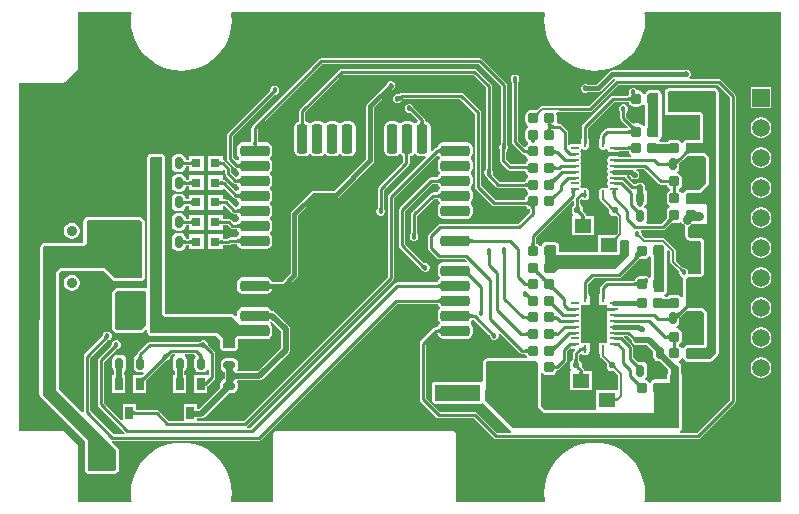
<source format=gbl>
G04*
G04 #@! TF.GenerationSoftware,Altium Limited,Altium Designer,24.0.1 (36)*
G04*
G04 Layer_Physical_Order=2*
G04 Layer_Color=16711680*
%FSLAX44Y44*%
%MOMM*%
G71*
G04*
G04 #@! TF.SameCoordinates,E4E742BE-E936-4CAC-BADB-82586D2B27CE*
G04*
G04*
G04 #@! TF.FilePolarity,Positive*
G04*
G01*
G75*
%ADD10C,0.2000*%
G04:AMPARAMS|DCode=12|XSize=1mm|YSize=0.7mm|CornerRadius=0.175mm|HoleSize=0mm|Usage=FLASHONLY|Rotation=270.000|XOffset=0mm|YOffset=0mm|HoleType=Round|Shape=RoundedRectangle|*
%AMROUNDEDRECTD12*
21,1,1.0000,0.3500,0,0,270.0*
21,1,0.6500,0.7000,0,0,270.0*
1,1,0.3500,-0.1750,-0.3250*
1,1,0.3500,-0.1750,0.3250*
1,1,0.3500,0.1750,0.3250*
1,1,0.3500,0.1750,-0.3250*
%
%ADD12ROUNDEDRECTD12*%
G04:AMPARAMS|DCode=14|XSize=1mm|YSize=0.7mm|CornerRadius=0.175mm|HoleSize=0mm|Usage=FLASHONLY|Rotation=180.000|XOffset=0mm|YOffset=0mm|HoleType=Round|Shape=RoundedRectangle|*
%AMROUNDEDRECTD14*
21,1,1.0000,0.3500,0,0,180.0*
21,1,0.6500,0.7000,0,0,180.0*
1,1,0.3500,-0.3250,0.1750*
1,1,0.3500,0.3250,0.1750*
1,1,0.3500,0.3250,-0.1750*
1,1,0.3500,-0.3250,-0.1750*
%
%ADD14ROUNDEDRECTD14*%
G04:AMPARAMS|DCode=16|XSize=2.06mm|YSize=2.02mm|CornerRadius=0.2525mm|HoleSize=0mm|Usage=FLASHONLY|Rotation=270.000|XOffset=0mm|YOffset=0mm|HoleType=Round|Shape=RoundedRectangle|*
%AMROUNDEDRECTD16*
21,1,2.0600,1.5150,0,0,270.0*
21,1,1.5550,2.0200,0,0,270.0*
1,1,0.5050,-0.7575,-0.7775*
1,1,0.5050,-0.7575,0.7775*
1,1,0.5050,0.7575,0.7775*
1,1,0.5050,0.7575,-0.7775*
%
%ADD16ROUNDEDRECTD16*%
G04:AMPARAMS|DCode=28|XSize=0.81mm|YSize=0.9mm|CornerRadius=0.2025mm|HoleSize=0mm|Usage=FLASHONLY|Rotation=0.000|XOffset=0mm|YOffset=0mm|HoleType=Round|Shape=RoundedRectangle|*
%AMROUNDEDRECTD28*
21,1,0.8100,0.4950,0,0,0.0*
21,1,0.4050,0.9000,0,0,0.0*
1,1,0.4050,0.2025,-0.2475*
1,1,0.4050,-0.2025,-0.2475*
1,1,0.4050,-0.2025,0.2475*
1,1,0.4050,0.2025,0.2475*
%
%ADD28ROUNDEDRECTD28*%
%ADD46C,0.2540*%
%ADD51C,0.5080*%
%ADD52C,0.3810*%
%ADD53C,0.7620*%
%ADD54C,1.5000*%
%ADD55R,1.5000X1.5000*%
%ADD56C,0.9000*%
%ADD57C,0.4570*%
G04:AMPARAMS|DCode=58|XSize=0.25mm|YSize=0.6mm|CornerRadius=0.0525mm|HoleSize=0mm|Usage=FLASHONLY|Rotation=0.000|XOffset=0mm|YOffset=0mm|HoleType=Round|Shape=RoundedRectangle|*
%AMROUNDEDRECTD58*
21,1,0.2500,0.4950,0,0,0.0*
21,1,0.1450,0.6000,0,0,0.0*
1,1,0.1050,0.0725,-0.2475*
1,1,0.1050,-0.0725,-0.2475*
1,1,0.1050,-0.0725,0.2475*
1,1,0.1050,0.0725,0.2475*
%
%ADD58ROUNDEDRECTD58*%
G04:AMPARAMS|DCode=59|XSize=0.6mm|YSize=0.25mm|CornerRadius=0.0525mm|HoleSize=0mm|Usage=FLASHONLY|Rotation=0.000|XOffset=0mm|YOffset=0mm|HoleType=Round|Shape=RoundedRectangle|*
%AMROUNDEDRECTD59*
21,1,0.6000,0.1450,0,0,0.0*
21,1,0.4950,0.2500,0,0,0.0*
1,1,0.1050,0.2475,-0.0725*
1,1,0.1050,-0.2475,-0.0725*
1,1,0.1050,-0.2475,0.0725*
1,1,0.1050,0.2475,0.0725*
%
%ADD59ROUNDEDRECTD59*%
%ADD60R,1.0000X1.0000*%
G04:AMPARAMS|DCode=61|XSize=2.5mm|YSize=0.9mm|CornerRadius=0.225mm|HoleSize=0mm|Usage=FLASHONLY|Rotation=0.000|XOffset=0mm|YOffset=0mm|HoleType=Round|Shape=RoundedRectangle|*
%AMROUNDEDRECTD61*
21,1,2.5000,0.4500,0,0,0.0*
21,1,2.0500,0.9000,0,0,0.0*
1,1,0.4500,1.0250,-0.2250*
1,1,0.4500,-1.0250,-0.2250*
1,1,0.4500,-1.0250,0.2250*
1,1,0.4500,1.0250,0.2250*
%
%ADD61ROUNDEDRECTD61*%
G04:AMPARAMS|DCode=62|XSize=0.9mm|YSize=2.5mm|CornerRadius=0.225mm|HoleSize=0mm|Usage=FLASHONLY|Rotation=0.000|XOffset=0mm|YOffset=0mm|HoleType=Round|Shape=RoundedRectangle|*
%AMROUNDEDRECTD62*
21,1,0.9000,2.0500,0,0,0.0*
21,1,0.4500,2.5000,0,0,0.0*
1,1,0.4500,0.2250,-1.0250*
1,1,0.4500,-0.2250,-1.0250*
1,1,0.4500,-0.2250,1.0250*
1,1,0.4500,0.2250,1.0250*
%
%ADD62ROUNDEDRECTD62*%
G04:AMPARAMS|DCode=63|XSize=1.33mm|YSize=1.33mm|CornerRadius=0.3325mm|HoleSize=0mm|Usage=FLASHONLY|Rotation=0.000|XOffset=0mm|YOffset=0mm|HoleType=Round|Shape=RoundedRectangle|*
%AMROUNDEDRECTD63*
21,1,1.3300,0.6650,0,0,0.0*
21,1,0.6650,1.3300,0,0,0.0*
1,1,0.6650,0.3325,-0.3325*
1,1,0.6650,-0.3325,-0.3325*
1,1,0.6650,-0.3325,0.3325*
1,1,0.6650,0.3325,0.3325*
%
%ADD63ROUNDEDRECTD63*%
%ADD64R,0.6500X1.0000*%
%ADD65R,0.8000X0.8000*%
%ADD66R,1.4000X1.1500*%
G04:AMPARAMS|DCode=67|XSize=0.5mm|YSize=0.5mm|CornerRadius=0.125mm|HoleSize=0mm|Usage=FLASHONLY|Rotation=180.000|XOffset=0mm|YOffset=0mm|HoleType=Round|Shape=RoundedRectangle|*
%AMROUNDEDRECTD67*
21,1,0.5000,0.2500,0,0,180.0*
21,1,0.2500,0.5000,0,0,180.0*
1,1,0.2500,-0.1250,0.1250*
1,1,0.2500,0.1250,0.1250*
1,1,0.2500,0.1250,-0.1250*
1,1,0.2500,-0.1250,-0.1250*
%
%ADD67ROUNDEDRECTD67*%
G36*
X-2590Y2590D02*
X-117100D01*
X-117905Y3571D01*
X-117733Y4435D01*
X-117369Y10000D01*
X-117733Y15565D01*
X-118821Y21034D01*
X-120614Y26314D01*
X-123080Y31316D01*
X-126178Y35952D01*
X-129855Y40145D01*
X-134048Y43822D01*
X-138684Y46920D01*
X-143686Y49386D01*
X-148966Y51179D01*
X-154436Y52267D01*
X-160000Y52631D01*
X-165564Y52267D01*
X-171034Y51179D01*
X-176314Y49386D01*
X-181316Y46920D01*
X-185952Y43822D01*
X-190145Y40145D01*
X-193822Y35952D01*
X-196920Y31316D01*
X-199386Y26314D01*
X-201179Y21034D01*
X-202267Y15565D01*
X-202631Y10000D01*
X-202267Y4435D01*
X-202095Y3571D01*
X-202900Y2590D01*
X-277410D01*
Y60000D01*
X-277607Y60991D01*
X-278169Y61831D01*
X-279009Y62393D01*
X-280000Y62590D01*
X-430000D01*
X-430991Y62393D01*
X-431831Y61831D01*
X-432393Y60991D01*
X-432590Y60000D01*
Y2590D01*
X-467100D01*
X-467905Y3571D01*
X-467733Y4435D01*
X-467369Y10000D01*
X-467733Y15565D01*
X-468821Y21034D01*
X-470614Y26314D01*
X-473080Y31316D01*
X-476178Y35952D01*
X-479855Y40145D01*
X-484048Y43822D01*
X-488684Y46920D01*
X-493686Y49386D01*
X-498966Y51179D01*
X-504436Y52267D01*
X-510000Y52631D01*
X-515564Y52267D01*
X-521034Y51179D01*
X-526314Y49386D01*
X-531316Y46920D01*
X-535952Y43822D01*
X-540145Y40145D01*
X-543822Y35952D01*
X-546920Y31316D01*
X-549386Y26314D01*
X-551179Y21034D01*
X-552267Y15565D01*
X-552631Y10000D01*
X-552267Y4435D01*
X-552095Y3571D01*
X-552900Y2590D01*
X-597410D01*
Y40000D01*
Y50000D01*
X-597607Y50991D01*
X-598169Y51831D01*
X-608169Y61831D01*
X-609009Y62393D01*
X-610000Y62590D01*
X-647410D01*
Y357410D01*
X-610000D01*
X-609009Y357607D01*
X-608169Y358169D01*
X-598169Y368169D01*
X-597607Y369009D01*
X-597410Y370000D01*
Y417410D01*
X-552900D01*
X-552095Y416428D01*
X-552267Y415564D01*
X-552631Y410000D01*
X-552267Y404436D01*
X-551179Y398966D01*
X-549386Y393686D01*
X-546920Y388684D01*
X-543822Y384048D01*
X-540145Y379855D01*
X-535952Y376178D01*
X-531316Y373080D01*
X-526314Y370614D01*
X-521034Y368821D01*
X-515564Y367733D01*
X-510000Y367369D01*
X-504436Y367733D01*
X-498966Y368821D01*
X-493686Y370614D01*
X-488684Y373080D01*
X-484048Y376178D01*
X-479855Y379855D01*
X-476178Y384048D01*
X-473080Y388684D01*
X-470614Y393686D01*
X-468821Y398966D01*
X-467733Y404436D01*
X-467369Y410000D01*
X-467733Y415564D01*
X-467846Y416130D01*
X-467040Y417112D01*
X-202960D01*
X-202154Y416130D01*
X-202267Y415564D01*
X-202631Y410000D01*
X-202267Y404436D01*
X-201179Y398966D01*
X-199386Y393686D01*
X-196920Y388684D01*
X-193822Y384048D01*
X-190145Y379855D01*
X-185952Y376178D01*
X-181316Y373080D01*
X-176314Y370614D01*
X-171034Y368821D01*
X-165564Y367733D01*
X-160000Y367369D01*
X-154436Y367733D01*
X-148966Y368821D01*
X-143686Y370614D01*
X-138684Y373080D01*
X-134048Y376178D01*
X-129855Y379855D01*
X-126178Y384048D01*
X-123080Y388684D01*
X-120614Y393686D01*
X-118821Y398966D01*
X-117733Y404436D01*
X-117369Y410000D01*
X-117733Y415564D01*
X-117905Y416428D01*
X-117100Y417410D01*
X-2590D01*
Y2590D01*
D02*
G37*
%LPC*%
G36*
X-10544Y353447D02*
X-28084D01*
Y335907D01*
X-10544D01*
Y353447D01*
D02*
G37*
G36*
X-18159Y328047D02*
X-20468D01*
X-22699Y327449D01*
X-24699Y326295D01*
X-26332Y324662D01*
X-27486Y322662D01*
X-28084Y320432D01*
Y318122D01*
X-27486Y315892D01*
X-26332Y313892D01*
X-24699Y312259D01*
X-22699Y311105D01*
X-20468Y310507D01*
X-18159D01*
X-15929Y311105D01*
X-13929Y312259D01*
X-12296Y313892D01*
X-11142Y315892D01*
X-10544Y318122D01*
Y320432D01*
X-11142Y322662D01*
X-12296Y324662D01*
X-13929Y326295D01*
X-15929Y327449D01*
X-18159Y328047D01*
D02*
G37*
G36*
Y302647D02*
X-20468D01*
X-22699Y302049D01*
X-24699Y300895D01*
X-26332Y299262D01*
X-27486Y297262D01*
X-28084Y295032D01*
Y292722D01*
X-27486Y290492D01*
X-26332Y288492D01*
X-24699Y286859D01*
X-22699Y285705D01*
X-20468Y285107D01*
X-18159D01*
X-15929Y285705D01*
X-13929Y286859D01*
X-12296Y288492D01*
X-11142Y290492D01*
X-10544Y292722D01*
Y295032D01*
X-11142Y297262D01*
X-12296Y299262D01*
X-13929Y300895D01*
X-15929Y302049D01*
X-18159Y302647D01*
D02*
G37*
G36*
X-510371Y296613D02*
X-513871D01*
X-515445Y296299D01*
X-516780Y295408D01*
X-517672Y294072D01*
X-517986Y292498D01*
Y285998D01*
X-517672Y284423D01*
X-516780Y283088D01*
X-515445Y282196D01*
X-513871Y281883D01*
X-510371D01*
X-508796Y282196D01*
X-507461Y283088D01*
X-506569Y284423D01*
X-506255Y285998D01*
Y286598D01*
X-506042Y286604D01*
X-505919Y286658D01*
X-503883D01*
X-503761Y286604D01*
X-503502Y286597D01*
Y282962D01*
X-490930D01*
Y295534D01*
X-503502D01*
Y291899D01*
X-503761Y291892D01*
X-503883Y291837D01*
X-505919D01*
X-506042Y291892D01*
X-506255Y291897D01*
Y292498D01*
X-506569Y294072D01*
X-507461Y295408D01*
X-508796Y296299D01*
X-510371Y296613D01*
D02*
G37*
G36*
X-256894Y377996D02*
X-391688D01*
X-392679Y377799D01*
X-393519Y377237D01*
X-449865Y320891D01*
X-450427Y320051D01*
X-450624Y319060D01*
Y307171D01*
X-450678Y307049D01*
X-450684Y306835D01*
X-458284D01*
X-460054Y306483D01*
X-461554Y305480D01*
X-462557Y303980D01*
X-462909Y302210D01*
Y297710D01*
X-462557Y295940D01*
X-461554Y294440D01*
X-461263Y294245D01*
Y292975D01*
X-461554Y292780D01*
X-462111Y291947D01*
X-463668Y291708D01*
X-466211Y294251D01*
Y312056D01*
X-431403Y346864D01*
X-431274Y346915D01*
X-431106Y347078D01*
X-430977Y347197D01*
X-430822Y347325D01*
X-430065D01*
X-428674Y347901D01*
X-427609Y348966D01*
X-427033Y350358D01*
Y351864D01*
X-427609Y353255D01*
X-428674Y354320D01*
X-430065Y354897D01*
X-431572D01*
X-432963Y354320D01*
X-434028Y353255D01*
X-434605Y351864D01*
Y351112D01*
X-434868Y350805D01*
X-435014Y350655D01*
X-435065Y350526D01*
X-470632Y314960D01*
X-471193Y314120D01*
X-471390Y313129D01*
Y293178D01*
X-471193Y292187D01*
X-470632Y291347D01*
X-464714Y285429D01*
X-463874Y284867D01*
X-463166Y284727D01*
X-462915Y284616D01*
X-462830Y284614D01*
X-462557Y283240D01*
X-461554Y281740D01*
X-461263Y281545D01*
Y280275D01*
X-461554Y280080D01*
X-462557Y278580D01*
X-462600Y278365D01*
X-463978Y277947D01*
X-467612Y281582D01*
Y284595D01*
X-467809Y285586D01*
X-468371Y286427D01*
X-473023Y291079D01*
X-473863Y291640D01*
X-474570Y291781D01*
X-474821Y291892D01*
X-474930Y291895D01*
Y295534D01*
X-487502D01*
Y282962D01*
X-474930D01*
Y284001D01*
X-473756Y284487D01*
X-472792Y283523D01*
Y280509D01*
X-472595Y279518D01*
X-472033Y278678D01*
X-466063Y272707D01*
X-465223Y272146D01*
X-464232Y271949D01*
X-463244D01*
X-463122Y271894D01*
X-462825Y271887D01*
X-462557Y270540D01*
X-461554Y269040D01*
X-461263Y268845D01*
Y267575D01*
X-461554Y267380D01*
X-462299Y266265D01*
X-463746Y265916D01*
X-472263Y274433D01*
X-473103Y274995D01*
X-474095Y275192D01*
X-474548D01*
X-474670Y275246D01*
X-474930Y275253D01*
Y278888D01*
X-487502D01*
Y266316D01*
X-474930D01*
Y268115D01*
X-473756Y268601D01*
X-465162Y260007D01*
X-464322Y259446D01*
X-463331Y259249D01*
X-463244D01*
X-463122Y259195D01*
X-462825Y259187D01*
X-462557Y257840D01*
X-461554Y256340D01*
X-461263Y256145D01*
Y254875D01*
X-461554Y254680D01*
X-462557Y253180D01*
X-462833Y251790D01*
X-463122Y251783D01*
X-463244Y251728D01*
X-464076D01*
X-470135Y257788D01*
X-470975Y258349D01*
X-471967Y258546D01*
X-474548D01*
X-474670Y258601D01*
X-474930Y258608D01*
Y262243D01*
X-487502D01*
Y249671D01*
X-474930D01*
Y253306D01*
X-474670Y253312D01*
X-474548Y253367D01*
X-473039D01*
X-466980Y247307D01*
X-466139Y246746D01*
X-465149Y246549D01*
X-463244D01*
X-463122Y246495D01*
X-462825Y246487D01*
X-462557Y245140D01*
X-461554Y243640D01*
X-461263Y243445D01*
Y242175D01*
X-461554Y241980D01*
X-462557Y240480D01*
X-462833Y239090D01*
X-463122Y239083D01*
X-463244Y239028D01*
X-465665D01*
X-467779Y241142D01*
X-468619Y241704D01*
X-469610Y241901D01*
X-474548D01*
X-474670Y241955D01*
X-474930Y241962D01*
Y245597D01*
X-487502D01*
Y233025D01*
X-474930D01*
Y236660D01*
X-474670Y236667D01*
X-474548Y236721D01*
X-470683D01*
X-468569Y234607D01*
X-467729Y234046D01*
X-466738Y233849D01*
X-463244D01*
X-463122Y233794D01*
X-462825Y233787D01*
X-462557Y232440D01*
X-461554Y230940D01*
X-461263Y230745D01*
Y229475D01*
X-461554Y229280D01*
X-462557Y227780D01*
X-462833Y226390D01*
X-463122Y226383D01*
X-463244Y226328D01*
X-469002D01*
X-469993Y226131D01*
X-470833Y225570D01*
X-471148Y225255D01*
X-474548D01*
X-474670Y225310D01*
X-474930Y225317D01*
Y228952D01*
X-487502D01*
Y216380D01*
X-474930D01*
Y220015D01*
X-474670Y220021D01*
X-474548Y220076D01*
X-470075D01*
X-469084Y220273D01*
X-468244Y220834D01*
X-467929Y221149D01*
X-463244D01*
X-463122Y221094D01*
X-462825Y221087D01*
X-462557Y219740D01*
X-461554Y218240D01*
X-460054Y217237D01*
X-458284Y216885D01*
X-437784D01*
X-436014Y217237D01*
X-434514Y218240D01*
X-433511Y219740D01*
X-433159Y221510D01*
Y226010D01*
X-433511Y227780D01*
X-434514Y229280D01*
X-434805Y229475D01*
Y230745D01*
X-434514Y230940D01*
X-433511Y232440D01*
X-433159Y234210D01*
Y238710D01*
X-433511Y240480D01*
X-434514Y241980D01*
X-434805Y242175D01*
Y243445D01*
X-434514Y243640D01*
X-433511Y245140D01*
X-433159Y246910D01*
Y251410D01*
X-433511Y253180D01*
X-434514Y254680D01*
X-434805Y254875D01*
Y256145D01*
X-434514Y256340D01*
X-433511Y257840D01*
X-433159Y259610D01*
Y264110D01*
X-433511Y265880D01*
X-434514Y267380D01*
X-434805Y267575D01*
Y268845D01*
X-434514Y269040D01*
X-433511Y270540D01*
X-433159Y272310D01*
Y276810D01*
X-433511Y278580D01*
X-434514Y280080D01*
X-434805Y280275D01*
Y281545D01*
X-434514Y281740D01*
X-433511Y283240D01*
X-433159Y285010D01*
Y289510D01*
X-433511Y291280D01*
X-434514Y292780D01*
X-434805Y292975D01*
Y294245D01*
X-434514Y294440D01*
X-433511Y295940D01*
X-433159Y297710D01*
Y302210D01*
X-433511Y303980D01*
X-434514Y305480D01*
X-436014Y306483D01*
X-437784Y306835D01*
X-445384D01*
X-445390Y307049D01*
X-445444Y307171D01*
Y317987D01*
X-390615Y372816D01*
X-257967D01*
X-239455Y354305D01*
Y306296D01*
X-239484Y306252D01*
X-239461Y306139D01*
X-239509Y306033D01*
X-239524Y305593D01*
X-239526Y305576D01*
X-240439Y304662D01*
X-241016Y303271D01*
Y301765D01*
X-240439Y300373D01*
X-240008Y299942D01*
X-239978Y299517D01*
X-239976Y299303D01*
X-239921Y299175D01*
Y291264D01*
X-239724Y290273D01*
X-239162Y289433D01*
X-233501Y283771D01*
X-232660Y283210D01*
X-231669Y283013D01*
X-219126D01*
X-219003Y282958D01*
X-218790Y282953D01*
Y282650D01*
X-218455Y280968D01*
X-217502Y279542D01*
X-216434Y278828D01*
X-216379Y278649D01*
Y277596D01*
X-216434Y277417D01*
X-217502Y276703D01*
X-218455Y275277D01*
X-218755Y273770D01*
X-219003Y273764D01*
X-219126Y273709D01*
X-240689D01*
X-246203Y279223D01*
X-246210Y279265D01*
X-246318Y279339D01*
X-246364Y279461D01*
X-246408Y279508D01*
X-245996Y280504D01*
Y282010D01*
X-246572Y283401D01*
X-247104Y283932D01*
X-247135Y284336D01*
X-247138Y284545D01*
X-247192Y284673D01*
Y354578D01*
X-247389Y355569D01*
X-247951Y356409D01*
X-260143Y368601D01*
X-260983Y369163D01*
X-261974Y369360D01*
X-374162D01*
X-375153Y369163D01*
X-375993Y368601D01*
X-409315Y335279D01*
X-409877Y334439D01*
X-410074Y333448D01*
Y325170D01*
X-410128Y325048D01*
X-410136Y324755D01*
X-411504Y324483D01*
X-413004Y323480D01*
X-414007Y321980D01*
X-414359Y320210D01*
Y299710D01*
X-414007Y297940D01*
X-413004Y296440D01*
X-411504Y295437D01*
X-409734Y295085D01*
X-405234D01*
X-403464Y295437D01*
X-401964Y296440D01*
X-401769Y296731D01*
X-400499D01*
X-400304Y296440D01*
X-398804Y295437D01*
X-397034Y295085D01*
X-392534D01*
X-390764Y295437D01*
X-389264Y296440D01*
X-389069Y296731D01*
X-387799D01*
X-387604Y296440D01*
X-386104Y295437D01*
X-384334Y295085D01*
X-379834D01*
X-378064Y295437D01*
X-376564Y296440D01*
X-376369Y296731D01*
X-375099D01*
X-374904Y296440D01*
X-373404Y295437D01*
X-371634Y295085D01*
X-367134D01*
X-365364Y295437D01*
X-363864Y296440D01*
X-362861Y297940D01*
X-362509Y299710D01*
Y320210D01*
X-362861Y321980D01*
X-363864Y323480D01*
X-365364Y324483D01*
X-367134Y324835D01*
X-371634D01*
X-373404Y324483D01*
X-374904Y323480D01*
X-375099Y323189D01*
X-376369D01*
X-376564Y323480D01*
X-378064Y324483D01*
X-379834Y324835D01*
X-384334D01*
X-386104Y324483D01*
X-387604Y323480D01*
X-387799Y323189D01*
X-389069D01*
X-389264Y323480D01*
X-390764Y324483D01*
X-392534Y324835D01*
X-397034D01*
X-398804Y324483D01*
X-400304Y323480D01*
X-400499Y323189D01*
X-401769D01*
X-401964Y323480D01*
X-403464Y324483D01*
X-404832Y324755D01*
X-404840Y325048D01*
X-404894Y325170D01*
Y332375D01*
X-373089Y364180D01*
X-263047D01*
X-252372Y353505D01*
Y284673D01*
X-252426Y284545D01*
X-252430Y284313D01*
X-252437Y284136D01*
X-252456Y283937D01*
X-252992Y283401D01*
X-253568Y282010D01*
Y280504D01*
X-252992Y279112D01*
X-252211Y278331D01*
X-252175Y278149D01*
X-251613Y277309D01*
X-250772Y276468D01*
X-250691Y276346D01*
X-250569Y276265D01*
X-243593Y269288D01*
X-242753Y268727D01*
X-241762Y268530D01*
X-219126D01*
X-219003Y268475D01*
X-218755Y268469D01*
X-218455Y266963D01*
X-217502Y265537D01*
X-216434Y264822D01*
X-216379Y264643D01*
Y263590D01*
X-216434Y263411D01*
X-217502Y262697D01*
X-218455Y261271D01*
X-218790Y259589D01*
Y259249D01*
X-219020Y258066D01*
X-219138Y258012D01*
X-243865D01*
X-256388Y270535D01*
Y332310D01*
X-256585Y333301D01*
X-257147Y334141D01*
X-271264Y348258D01*
X-272104Y348820D01*
X-273095Y349017D01*
X-323299D01*
X-324290Y348820D01*
X-325130Y348258D01*
X-325645Y347743D01*
X-325766Y347698D01*
X-326014Y347469D01*
X-326264Y347572D01*
X-327770D01*
X-329161Y346996D01*
X-330226Y345931D01*
X-330802Y344539D01*
Y343033D01*
X-330226Y341642D01*
X-329161Y340576D01*
X-327770Y340000D01*
X-326264D01*
X-324872Y340576D01*
X-323807Y341642D01*
X-323438Y342531D01*
X-322885Y343101D01*
X-322834Y343229D01*
X-322226Y343837D01*
X-274168D01*
X-261568Y331237D01*
Y269462D01*
X-261370Y268471D01*
X-260809Y267631D01*
X-246769Y253591D01*
X-245929Y253029D01*
X-244938Y252832D01*
X-219024D01*
X-218899Y252778D01*
X-218468Y252769D01*
X-218323Y252759D01*
X-217502Y251531D01*
X-216077Y250578D01*
X-215022Y250368D01*
X-215014Y250031D01*
X-214959Y249908D01*
Y247521D01*
X-224947Y237534D01*
X-291184D01*
X-292175Y237337D01*
X-293015Y236775D01*
X-300218Y229572D01*
X-300779Y228732D01*
X-300977Y227741D01*
Y217255D01*
X-300779Y216264D01*
X-300218Y215424D01*
X-293777Y208983D01*
X-292937Y208421D01*
X-291946Y208224D01*
X-270098D01*
X-268378Y206505D01*
X-268904Y205235D01*
X-288284D01*
X-290054Y204883D01*
X-291554Y203880D01*
X-292557Y202380D01*
X-292909Y200610D01*
Y196110D01*
X-292557Y194340D01*
X-291554Y192840D01*
X-291263Y192645D01*
Y191375D01*
X-291554Y191180D01*
X-292557Y189680D01*
X-292829Y188312D01*
X-293122Y188304D01*
X-293244Y188250D01*
X-327105D01*
X-328096Y188053D01*
X-328936Y187491D01*
X-451152Y65275D01*
X-454181D01*
X-454566Y66545D01*
X-454196Y66792D01*
X-331009Y189980D01*
X-330447Y190820D01*
X-330250Y191811D01*
Y259213D01*
X-293715Y295748D01*
X-292224Y295443D01*
X-291554Y294440D01*
X-291263Y294245D01*
Y292975D01*
X-291554Y292780D01*
X-292557Y291280D01*
X-292909Y289510D01*
Y285010D01*
X-292557Y283240D01*
X-291554Y281740D01*
X-291263Y281545D01*
Y280275D01*
X-291554Y280080D01*
X-292557Y278580D01*
X-292829Y277212D01*
X-293122Y277204D01*
X-293244Y277150D01*
X-298453D01*
X-299444Y276953D01*
X-300284Y276391D01*
X-325019Y251656D01*
X-325581Y250816D01*
X-325778Y249825D01*
Y219652D01*
X-325581Y218661D01*
X-325019Y217821D01*
X-307571Y200373D01*
X-307519Y200243D01*
X-306983Y199695D01*
X-306583Y198728D01*
X-305517Y197663D01*
X-304126Y197087D01*
X-302620D01*
X-301228Y197663D01*
X-300163Y198728D01*
X-299587Y200120D01*
Y201626D01*
X-300163Y203017D01*
X-301228Y204082D01*
X-302620Y204659D01*
X-304126D01*
X-304346Y204568D01*
X-304429Y204638D01*
X-304578Y204782D01*
X-304706Y204832D01*
X-320598Y220725D01*
Y248752D01*
X-297380Y271970D01*
X-293244D01*
X-293122Y271916D01*
X-292829Y271908D01*
X-292557Y270540D01*
X-291554Y269040D01*
X-291263Y268845D01*
Y267575D01*
X-291554Y267380D01*
X-292557Y265880D01*
X-292833Y264490D01*
X-293122Y264483D01*
X-293244Y264428D01*
X-297115D01*
X-298106Y264231D01*
X-298946Y263670D01*
X-314859Y247757D01*
X-315421Y246916D01*
X-315618Y245925D01*
Y230486D01*
X-315672Y230359D01*
X-315676Y230126D01*
X-315683Y229949D01*
X-315702Y229750D01*
X-316238Y229215D01*
X-316814Y227823D01*
Y226317D01*
X-316238Y224925D01*
X-315173Y223860D01*
X-313781Y223284D01*
X-312275D01*
X-310883Y223860D01*
X-309818Y224925D01*
X-309242Y226317D01*
Y227823D01*
X-309818Y229215D01*
X-310350Y229746D01*
X-310381Y230150D01*
X-310383Y230359D01*
X-310438Y230486D01*
Y244853D01*
X-296042Y259249D01*
X-293244D01*
X-293122Y259195D01*
X-292825Y259187D01*
X-292557Y257840D01*
X-291554Y256340D01*
X-291263Y256145D01*
Y254875D01*
X-291554Y254680D01*
X-292557Y253180D01*
X-292909Y251410D01*
Y246910D01*
X-292557Y245140D01*
X-291554Y243640D01*
X-290054Y242637D01*
X-288284Y242285D01*
X-267784D01*
X-266014Y242637D01*
X-264514Y243640D01*
X-263511Y245140D01*
X-263159Y246910D01*
Y251410D01*
X-263511Y253180D01*
X-264514Y254680D01*
X-264805Y254875D01*
Y256145D01*
X-264514Y256340D01*
X-263511Y257840D01*
X-263159Y259610D01*
Y264110D01*
X-263511Y265880D01*
X-264514Y267380D01*
X-264805Y267575D01*
Y268845D01*
X-264514Y269040D01*
X-263511Y270540D01*
X-263159Y272310D01*
Y276810D01*
X-263511Y278580D01*
X-264514Y280080D01*
X-264805Y280275D01*
Y281545D01*
X-264514Y281740D01*
X-263511Y283240D01*
X-263159Y285010D01*
Y289510D01*
X-263511Y291280D01*
X-264514Y292780D01*
X-264805Y292975D01*
Y294245D01*
X-264514Y294440D01*
X-263511Y295940D01*
X-263159Y297710D01*
Y302210D01*
X-263511Y303980D01*
X-264514Y305480D01*
X-266014Y306483D01*
X-267784Y306835D01*
X-288284D01*
X-290054Y306483D01*
X-291554Y305480D01*
X-292557Y303980D01*
X-292833Y302590D01*
X-293122Y302583D01*
X-293291Y302508D01*
X-294178Y302331D01*
X-295018Y301770D01*
X-297872Y298916D01*
X-299043Y299541D01*
X-299009Y299710D01*
Y320210D01*
X-299361Y321980D01*
X-300364Y323480D01*
X-301864Y324483D01*
X-303562Y324821D01*
X-303568Y325048D01*
X-303623Y325171D01*
Y325760D01*
X-303820Y326751D01*
X-304381Y327592D01*
X-312879Y336089D01*
X-312931Y336219D01*
X-313443Y336742D01*
X-313893Y337828D01*
X-314958Y338893D01*
X-316349Y339470D01*
X-317855D01*
X-319247Y338893D01*
X-320312Y337828D01*
X-320888Y336437D01*
Y334931D01*
X-320312Y333539D01*
X-319247Y332474D01*
X-317855Y331898D01*
X-316349D01*
X-316179Y331968D01*
X-316090Y331893D01*
X-315940Y331749D01*
X-315813Y331698D01*
X-309894Y325780D01*
X-309897Y325386D01*
X-310197Y324287D01*
X-311404Y323480D01*
X-311599Y323189D01*
X-312869D01*
X-313064Y323480D01*
X-314564Y324483D01*
X-316334Y324835D01*
X-320834D01*
X-322604Y324483D01*
X-324104Y323480D01*
X-324299Y323189D01*
X-325569D01*
X-325764Y323480D01*
X-327264Y324483D01*
X-329034Y324835D01*
X-333534D01*
X-335304Y324483D01*
X-336804Y323480D01*
X-337807Y321980D01*
X-338159Y320210D01*
Y299710D01*
X-337807Y297940D01*
X-336804Y296440D01*
X-335304Y295437D01*
X-333534Y295085D01*
X-329034D01*
X-327264Y295437D01*
X-325764Y296440D01*
X-325569Y296731D01*
X-324299D01*
X-324104Y296440D01*
X-322604Y295437D01*
X-322033Y295324D01*
X-322022Y294875D01*
X-321968Y294751D01*
Y290119D01*
X-343053Y269033D01*
X-343615Y268193D01*
X-343812Y267202D01*
Y251822D01*
X-343867Y251695D01*
X-343870Y251462D01*
X-343877Y251285D01*
X-343896Y251086D01*
X-344432Y250551D01*
X-345008Y249159D01*
Y247653D01*
X-344432Y246261D01*
X-343367Y245196D01*
X-341975Y244620D01*
X-340469D01*
X-339077Y245196D01*
X-338012Y246261D01*
X-337436Y247653D01*
Y249159D01*
X-338012Y250551D01*
X-338544Y251082D01*
X-338575Y251486D01*
X-338577Y251695D01*
X-338632Y251822D01*
Y266129D01*
X-317547Y287215D01*
X-316985Y288055D01*
X-316788Y289046D01*
Y294750D01*
X-316734Y294872D01*
X-316728Y295085D01*
X-316334D01*
X-314564Y295437D01*
X-313064Y296440D01*
X-312869Y296731D01*
X-311599D01*
X-311404Y296440D01*
X-309904Y295437D01*
X-308134Y295085D01*
X-303634D01*
X-303465Y295119D01*
X-302840Y293948D01*
X-334671Y262117D01*
X-335233Y261276D01*
X-335430Y260285D01*
Y192884D01*
X-457100Y71213D01*
X-496880D01*
Y73362D01*
X-493022D01*
X-491535Y73657D01*
X-490275Y74499D01*
X-470031Y94743D01*
X-466410D01*
X-464835Y95056D01*
X-463500Y95948D01*
X-462608Y97283D01*
X-462295Y98858D01*
Y102358D01*
X-462608Y103933D01*
X-462630Y103965D01*
X-462625Y104157D01*
X-461989Y105293D01*
X-461714Y105307D01*
X-461655Y105335D01*
X-443874D01*
X-442388Y105631D01*
X-441128Y106473D01*
X-418962Y128638D01*
X-418120Y129899D01*
X-417824Y131385D01*
Y148899D01*
X-418120Y150386D01*
X-418962Y151646D01*
X-430323Y163007D01*
X-431583Y163849D01*
X-433070Y164145D01*
X-433484D01*
X-433511Y164280D01*
X-434514Y165780D01*
X-436014Y166783D01*
X-437784Y167135D01*
X-458284D01*
X-460054Y166783D01*
X-461554Y165780D01*
X-462557Y164280D01*
X-462909Y162510D01*
Y159743D01*
X-464179Y159217D01*
X-465797Y160835D01*
X-466637Y161397D01*
X-467628Y161594D01*
X-522943Y161594D01*
X-524031Y162678D01*
Y294073D01*
X-524228Y295064D01*
X-524789Y295904D01*
X-525557Y296672D01*
X-526397Y297233D01*
X-527388Y297430D01*
X-535409D01*
X-536399Y297233D01*
X-537240Y296672D01*
X-538075Y295837D01*
X-538636Y294996D01*
X-538834Y294006D01*
X-538834Y184362D01*
X-539186Y184053D01*
X-540104Y183551D01*
X-540813Y183692D01*
X-564249D01*
X-565240Y183495D01*
X-566080Y182933D01*
X-568175Y180838D01*
X-568737Y179998D01*
X-568934Y179007D01*
Y149425D01*
X-568737Y148434D01*
X-568175Y147594D01*
X-566575Y145994D01*
X-565735Y145432D01*
X-564744Y145235D01*
X-544143D01*
X-543152Y145432D01*
X-542311Y145994D01*
X-540008Y148298D01*
X-538834Y147812D01*
Y146401D01*
X-538834Y146401D01*
X-538834Y146401D01*
X-538748Y145969D01*
X-538637Y145410D01*
X-538637Y145410D01*
Y145410D01*
X-538425Y145092D01*
X-538076Y144570D01*
X-538075Y144570D01*
X-538075Y144570D01*
X-537102Y143596D01*
X-536722Y143342D01*
X-536262Y143035D01*
X-536262Y143035D01*
X-536262Y143035D01*
X-535898Y142962D01*
X-535271Y142838D01*
X-486751Y142838D01*
X-480524D01*
X-477584Y139897D01*
Y133671D01*
X-477387Y132680D01*
X-476825Y131839D01*
X-475789Y130803D01*
X-474949Y130241D01*
X-473957Y130044D01*
X-465325D01*
X-464334Y130241D01*
X-463494Y130803D01*
X-462575Y131722D01*
X-462013Y132562D01*
X-461816Y133553D01*
Y140352D01*
X-461702Y140470D01*
X-436852D01*
X-435861Y140667D01*
X-435021Y141229D01*
X-433703Y142547D01*
X-433141Y143387D01*
X-432944Y144378D01*
Y150742D01*
X-433141Y151733D01*
X-433703Y152573D01*
X-434411Y153281D01*
X-434514Y154740D01*
X-434481Y154789D01*
X-433217Y154913D01*
X-425594Y147290D01*
Y132994D01*
X-445484Y113105D01*
X-461655D01*
X-461714Y113133D01*
X-461939Y113145D01*
X-462584Y114354D01*
X-462583Y114467D01*
X-462354Y114809D01*
X-462041Y116384D01*
Y119884D01*
X-462354Y121459D01*
X-463246Y122794D01*
X-464581Y123686D01*
X-466156Y123999D01*
X-472656D01*
X-474231Y123686D01*
X-475566Y122794D01*
X-476458Y121459D01*
X-476771Y119884D01*
Y116384D01*
X-476458Y114809D01*
X-475566Y113474D01*
X-474231Y112582D01*
X-473291Y112395D01*
Y109494D01*
X-473294Y109490D01*
X-473291Y109473D01*
Y108967D01*
X-473294Y108950D01*
X-473291Y108945D01*
Y106397D01*
X-474485Y106160D01*
X-475820Y105268D01*
X-476712Y103933D01*
X-477025Y102358D01*
Y98858D01*
X-477005Y98757D01*
X-494631Y81131D01*
X-496880D01*
Y84944D01*
X-507952D01*
Y71213D01*
X-520701D01*
X-528959Y79471D01*
X-529799Y80033D01*
X-530790Y80230D01*
X-548042D01*
X-548165Y80284D01*
X-548424Y80291D01*
Y84926D01*
X-559496D01*
Y71758D01*
X-560766Y71231D01*
X-575642Y86108D01*
Y121199D01*
X-565746Y131096D01*
X-565617Y131147D01*
X-565449Y131310D01*
X-565320Y131429D01*
X-565165Y131556D01*
X-564408D01*
X-563017Y132133D01*
X-561952Y133198D01*
X-561375Y134589D01*
Y136096D01*
X-561952Y137487D01*
X-563017Y138552D01*
X-564408Y139128D01*
X-565914D01*
X-567306Y138552D01*
X-568371Y137487D01*
X-568947Y136096D01*
Y135344D01*
X-569211Y135037D01*
X-569357Y134887D01*
X-569408Y134758D01*
X-580063Y124103D01*
X-580624Y123263D01*
X-580821Y122272D01*
Y85035D01*
X-580624Y84044D01*
X-580063Y83203D01*
X-557714Y60854D01*
X-557640Y60805D01*
X-558025Y59535D01*
X-567340D01*
X-587599Y79794D01*
Y124411D01*
X-573331Y138679D01*
X-573202Y138730D01*
X-573035Y138893D01*
X-572906Y139012D01*
X-572751Y139139D01*
X-571994D01*
X-570602Y139716D01*
X-569538Y140781D01*
X-568961Y142172D01*
Y143679D01*
X-569538Y145070D01*
X-570602Y146135D01*
X-571994Y146711D01*
X-573500D01*
X-574892Y146135D01*
X-575957Y145070D01*
X-576533Y143679D01*
Y142927D01*
X-576796Y142620D01*
X-576942Y142470D01*
X-576994Y142341D01*
X-592020Y127315D01*
X-592581Y126475D01*
X-592778Y125484D01*
Y78955D01*
X-593337Y78569D01*
X-594007Y78387D01*
X-613386Y97766D01*
X-613385Y195749D01*
X-611534Y197600D01*
X-575595Y197600D01*
X-568195Y190221D01*
X-568195Y190221D01*
X-568193Y190218D01*
X-567779Y189942D01*
X-567355Y189659D01*
X-567353Y189659D01*
X-567352Y189658D01*
X-566859Y189561D01*
X-566364Y189462D01*
X-544580D01*
X-543589Y189659D01*
X-542749Y190221D01*
X-541541Y191428D01*
X-540980Y192268D01*
X-540783Y193259D01*
X-540783Y239690D01*
X-540980Y240681D01*
X-541541Y241521D01*
X-543043Y243022D01*
X-543883Y243583D01*
X-544874Y243781D01*
X-589394Y243780D01*
X-590385Y243583D01*
X-591226Y243022D01*
X-592121Y242126D01*
X-592683Y241286D01*
X-592880Y240295D01*
Y222534D01*
X-593500Y221911D01*
X-625843Y221734D01*
X-626332Y221634D01*
X-626827Y221534D01*
X-626829Y221532D01*
X-626833Y221532D01*
X-627251Y221249D01*
X-627665Y220971D01*
X-628685Y219946D01*
X-628959Y219533D01*
X-629236Y219123D01*
X-629238Y219113D01*
X-629244Y219104D01*
X-629339Y218619D01*
X-629438Y218133D01*
X-630114Y93167D01*
X-630112Y93160D01*
X-630114Y93153D01*
X-630016Y92664D01*
X-629922Y92175D01*
X-629918Y92169D01*
X-629916Y92162D01*
X-629639Y91747D01*
X-629365Y91332D01*
X-629359Y91328D01*
X-629355Y91322D01*
X-591806Y53773D01*
Y29873D01*
X-591609Y28881D01*
X-591048Y28041D01*
X-591048Y28041D01*
X-589685Y26679D01*
X-588845Y26117D01*
X-587854Y25920D01*
X-566802D01*
X-565811Y26117D01*
X-565811Y26117D01*
X-565811Y26117D01*
X-565389Y26399D01*
X-564971Y26679D01*
X-563483Y28166D01*
X-563483Y28166D01*
X-563483Y28166D01*
X-563203Y28584D01*
X-562921Y29007D01*
X-562921Y29007D01*
X-562921Y29007D01*
X-562724Y29998D01*
X-562724Y46032D01*
X-562921Y47023D01*
X-563483Y47863D01*
X-568747Y53127D01*
X-568564Y53797D01*
X-568179Y54356D01*
X-444465D01*
X-443474Y54553D01*
X-442634Y55114D01*
X-327377Y170370D01*
X-293244D01*
X-293122Y170316D01*
X-292829Y170308D01*
X-292557Y168940D01*
X-291554Y167440D01*
X-291263Y167245D01*
Y165975D01*
X-291554Y165780D01*
X-292557Y164280D01*
X-292909Y162510D01*
Y158010D01*
X-292557Y156240D01*
X-291554Y154740D01*
X-291263Y154545D01*
Y153275D01*
X-291554Y153080D01*
X-292557Y151580D01*
X-292833Y150190D01*
X-293122Y150183D01*
X-293244Y150128D01*
X-294716D01*
X-295707Y149931D01*
X-296548Y149370D01*
X-307546Y138371D01*
X-308108Y137531D01*
X-308305Y136540D01*
Y89690D01*
X-308108Y88699D01*
X-307546Y87858D01*
X-294095Y74408D01*
X-293255Y73846D01*
X-292264Y73649D01*
X-262329D01*
X-245344Y56663D01*
X-244504Y56102D01*
X-243512Y55905D01*
X-72499D01*
X-71508Y56102D01*
X-70668Y56663D01*
X-41455Y85876D01*
X-40894Y86716D01*
X-40697Y87707D01*
Y346317D01*
X-40894Y347308D01*
X-41455Y348148D01*
X-53082Y359774D01*
X-53922Y360336D01*
X-54913Y360533D01*
X-79539D01*
X-80065Y361803D01*
X-79380Y362488D01*
X-78803Y363880D01*
Y365386D01*
X-79380Y366777D01*
X-80444Y367842D01*
X-81836Y368419D01*
X-83342D01*
X-84667Y367870D01*
X-145197D01*
X-146436Y367624D01*
X-147486Y366922D01*
X-158619Y355789D01*
X-165868D01*
X-167193Y356338D01*
X-168699D01*
X-170091Y355762D01*
X-171156Y354697D01*
X-171732Y353305D01*
Y351799D01*
X-171156Y350407D01*
X-170091Y349342D01*
X-168699Y348766D01*
X-167193D01*
X-165868Y349315D01*
X-157278D01*
X-156039Y349561D01*
X-154989Y350263D01*
X-144102Y361150D01*
X-143423Y361052D01*
X-143107Y359969D01*
X-143101Y359723D01*
X-164955Y337870D01*
X-190651D01*
X-191642Y337673D01*
X-191759Y337594D01*
X-204685D01*
X-205571Y337418D01*
X-206322Y336917D01*
X-209228Y334010D01*
X-209368Y333955D01*
X-209482Y333845D01*
X-210344Y334017D01*
X-214394D01*
X-216077Y333682D01*
X-217502Y332729D01*
X-218455Y331303D01*
X-218790Y329621D01*
Y324671D01*
X-218455Y322989D01*
X-217502Y321563D01*
X-216434Y320849D01*
X-216379Y320670D01*
Y319617D01*
X-216434Y319438D01*
X-217502Y318723D01*
X-218455Y317297D01*
X-218790Y315615D01*
Y310665D01*
X-218455Y308983D01*
X-217502Y307557D01*
X-216431Y306841D01*
X-216375Y306656D01*
Y305615D01*
X-216431Y305430D01*
X-217502Y304714D01*
X-218371Y303415D01*
X-218756Y303197D01*
X-219671Y302919D01*
X-224894Y308142D01*
Y356996D01*
X-224839Y357124D01*
X-224836Y357356D01*
X-224828Y357533D01*
X-224809Y357732D01*
X-224274Y358268D01*
X-223697Y359659D01*
Y361165D01*
X-224274Y362557D01*
X-225339Y363622D01*
X-226730Y364198D01*
X-228236D01*
X-229628Y363622D01*
X-230693Y362557D01*
X-231269Y361165D01*
Y359659D01*
X-230693Y358268D01*
X-230162Y357736D01*
X-230131Y357333D01*
X-230128Y357124D01*
X-230073Y356996D01*
Y307069D01*
X-229876Y306078D01*
X-229315Y305238D01*
X-221377Y297300D01*
X-220536Y296739D01*
X-219545Y296542D01*
X-219126D01*
X-219003Y296487D01*
X-218755Y296481D01*
X-218455Y294974D01*
X-217502Y293548D01*
X-216434Y292834D01*
X-216379Y292655D01*
Y291602D01*
X-216434Y291423D01*
X-217502Y290709D01*
X-218455Y289282D01*
X-218660Y288256D01*
X-219002Y288247D01*
X-219125Y288192D01*
X-230597D01*
X-234741Y292337D01*
Y298999D01*
X-234688Y299110D01*
X-234698Y299137D01*
X-234687Y299164D01*
X-234684Y299383D01*
X-234661Y299732D01*
X-234020Y300373D01*
X-233444Y301765D01*
Y303271D01*
X-234020Y304662D01*
X-234193Y304835D01*
X-234219Y305276D01*
X-234221Y305497D01*
X-234276Y305626D01*
Y355378D01*
X-234473Y356369D01*
X-235034Y357209D01*
X-255063Y377237D01*
X-255903Y377799D01*
X-256894Y377996D01*
D02*
G37*
G36*
X-510371Y279967D02*
X-513871D01*
X-515445Y279654D01*
X-516780Y278762D01*
X-517672Y277427D01*
X-517986Y275852D01*
Y269352D01*
X-517672Y267777D01*
X-516780Y266442D01*
X-515445Y265550D01*
X-513871Y265237D01*
X-510371D01*
X-508796Y265550D01*
X-507461Y266442D01*
X-506569Y267777D01*
X-506255Y269352D01*
Y269952D01*
X-506042Y269958D01*
X-505919Y270012D01*
X-503883D01*
X-503761Y269958D01*
X-503502Y269951D01*
Y266316D01*
X-490930D01*
Y278888D01*
X-503502D01*
Y275253D01*
X-503761Y275246D01*
X-503883Y275192D01*
X-505919D01*
X-506042Y275246D01*
X-506255Y275252D01*
Y275852D01*
X-506569Y277427D01*
X-507461Y278762D01*
X-508796Y279654D01*
X-510371Y279967D01*
D02*
G37*
G36*
X-18159Y277247D02*
X-20468D01*
X-22699Y276649D01*
X-24699Y275495D01*
X-26332Y273862D01*
X-27486Y271862D01*
X-28084Y269632D01*
Y267322D01*
X-27486Y265092D01*
X-26332Y263092D01*
X-24699Y261459D01*
X-22699Y260305D01*
X-20468Y259707D01*
X-18159D01*
X-15929Y260305D01*
X-13929Y261459D01*
X-12296Y263092D01*
X-11142Y265092D01*
X-10544Y267322D01*
Y269632D01*
X-11142Y271862D01*
X-12296Y273862D01*
X-13929Y275495D01*
X-15929Y276649D01*
X-18159Y277247D01*
D02*
G37*
G36*
X-510371Y263322D02*
X-513871D01*
X-515445Y263008D01*
X-516780Y262116D01*
X-517672Y260781D01*
X-517986Y259207D01*
Y252707D01*
X-517672Y251132D01*
X-516780Y249797D01*
X-515445Y248905D01*
X-513871Y248592D01*
X-510371D01*
X-508796Y248905D01*
X-507461Y249797D01*
X-506569Y251132D01*
X-506255Y252707D01*
Y253307D01*
X-506042Y253312D01*
X-505919Y253367D01*
X-503883D01*
X-503761Y253312D01*
X-503502Y253306D01*
Y249671D01*
X-490930D01*
Y262243D01*
X-503502D01*
Y258608D01*
X-503761Y258601D01*
X-503883Y258546D01*
X-505919D01*
X-506042Y258601D01*
X-506255Y258606D01*
Y259207D01*
X-506569Y260781D01*
X-507461Y262116D01*
X-508796Y263008D01*
X-510371Y263322D01*
D02*
G37*
G36*
X-18159Y251847D02*
X-20468D01*
X-22699Y251249D01*
X-24699Y250095D01*
X-26332Y248462D01*
X-27486Y246462D01*
X-28084Y244232D01*
Y241922D01*
X-27486Y239692D01*
X-26332Y237692D01*
X-24699Y236059D01*
X-22699Y234905D01*
X-20468Y234307D01*
X-18159D01*
X-15929Y234905D01*
X-13929Y236059D01*
X-12296Y237692D01*
X-11142Y239692D01*
X-10544Y241922D01*
Y244232D01*
X-11142Y246462D01*
X-12296Y248462D01*
X-13929Y250095D01*
X-15929Y251249D01*
X-18159Y251847D01*
D02*
G37*
G36*
X-510371Y246676D02*
X-513871D01*
X-515445Y246363D01*
X-516780Y245471D01*
X-517672Y244136D01*
X-517986Y242561D01*
Y236061D01*
X-517672Y234486D01*
X-516780Y233151D01*
X-515445Y232259D01*
X-513871Y231946D01*
X-510371D01*
X-508796Y232259D01*
X-507461Y233151D01*
X-506569Y234486D01*
X-506255Y236061D01*
Y236661D01*
X-506042Y236667D01*
X-505919Y236721D01*
X-503883D01*
X-503761Y236667D01*
X-503502Y236660D01*
Y233025D01*
X-490930D01*
Y245597D01*
X-503502D01*
Y241962D01*
X-503761Y241955D01*
X-503883Y241901D01*
X-505919D01*
X-506042Y241955D01*
X-506255Y241961D01*
Y242561D01*
X-506569Y244136D01*
X-507461Y245471D01*
X-508796Y246363D01*
X-510371Y246676D01*
D02*
G37*
G36*
X-601971Y238644D02*
X-603757D01*
X-605483Y238181D01*
X-607031Y237288D01*
X-608294Y236025D01*
X-609188Y234477D01*
X-609650Y232751D01*
Y230965D01*
X-609188Y229239D01*
X-608294Y227691D01*
X-607031Y226428D01*
X-605483Y225534D01*
X-603757Y225072D01*
X-601971D01*
X-600245Y225534D01*
X-598697Y226428D01*
X-597434Y227691D01*
X-596540Y229239D01*
X-596078Y230965D01*
Y232751D01*
X-596540Y234477D01*
X-597434Y236025D01*
X-598697Y237288D01*
X-600245Y238181D01*
X-601971Y238644D01*
D02*
G37*
G36*
X-510371Y230031D02*
X-513871D01*
X-515445Y229718D01*
X-516780Y228825D01*
X-517672Y227490D01*
X-517986Y225916D01*
Y219416D01*
X-517672Y217841D01*
X-516780Y216506D01*
X-515445Y215614D01*
X-513871Y215301D01*
X-510371D01*
X-508796Y215614D01*
X-507461Y216506D01*
X-506569Y217841D01*
X-506255Y219416D01*
Y220016D01*
X-506042Y220021D01*
X-505919Y220076D01*
X-503883D01*
X-503761Y220021D01*
X-503502Y220015D01*
Y216380D01*
X-490930D01*
Y228952D01*
X-503502D01*
Y225317D01*
X-503761Y225310D01*
X-503883Y225255D01*
X-505919D01*
X-506042Y225310D01*
X-506255Y225315D01*
Y225916D01*
X-506569Y227490D01*
X-507461Y228825D01*
X-508796Y229718D01*
X-510371Y230031D01*
D02*
G37*
G36*
X-18159Y226447D02*
X-20468D01*
X-22699Y225849D01*
X-24699Y224695D01*
X-26332Y223062D01*
X-27486Y221062D01*
X-28084Y218832D01*
Y216522D01*
X-27486Y214292D01*
X-26332Y212292D01*
X-24699Y210659D01*
X-22699Y209505D01*
X-20468Y208907D01*
X-18159D01*
X-15929Y209505D01*
X-13929Y210659D01*
X-12296Y212292D01*
X-11142Y214292D01*
X-10544Y216522D01*
Y218832D01*
X-11142Y221062D01*
X-12296Y223062D01*
X-13929Y224695D01*
X-15929Y225849D01*
X-18159Y226447D01*
D02*
G37*
G36*
X-331785Y358624D02*
X-333291D01*
X-334683Y358048D01*
X-335748Y356983D01*
X-336046Y356263D01*
X-352339Y339970D01*
X-353041Y338920D01*
X-353287Y337681D01*
Y292936D01*
X-380294Y265929D01*
X-397768D01*
X-399007Y265683D01*
X-400057Y264981D01*
X-416586Y248452D01*
X-417288Y247402D01*
X-417534Y246163D01*
Y196140D01*
X-424798Y188876D01*
X-433351D01*
X-433511Y189680D01*
X-434514Y191180D01*
X-436014Y192183D01*
X-437784Y192535D01*
X-458284D01*
X-460054Y192183D01*
X-461554Y191180D01*
X-462557Y189680D01*
X-462909Y187910D01*
Y183410D01*
X-462557Y181640D01*
X-461554Y180140D01*
X-460054Y179137D01*
X-458284Y178785D01*
X-437784D01*
X-436014Y179137D01*
X-434514Y180140D01*
X-433511Y181640D01*
X-433360Y182402D01*
X-423457D01*
X-422218Y182648D01*
X-421168Y183350D01*
X-412008Y192510D01*
X-411306Y193560D01*
X-411060Y194799D01*
Y244822D01*
X-396427Y259454D01*
X-378953D01*
X-377714Y259701D01*
X-376664Y260403D01*
X-347761Y289306D01*
X-347059Y290356D01*
X-346813Y291595D01*
Y336340D01*
X-332101Y351052D01*
X-331785D01*
X-330393Y351628D01*
X-329328Y352693D01*
X-328752Y354085D01*
Y355591D01*
X-329328Y356983D01*
X-330393Y358048D01*
X-331785Y358624D01*
D02*
G37*
G36*
X-18159Y201047D02*
X-20468D01*
X-22699Y200449D01*
X-24699Y199295D01*
X-26332Y197662D01*
X-27486Y195662D01*
X-28084Y193432D01*
Y191122D01*
X-27486Y188892D01*
X-26332Y186892D01*
X-24699Y185259D01*
X-22699Y184105D01*
X-20468Y183507D01*
X-18159D01*
X-15929Y184105D01*
X-13929Y185259D01*
X-12296Y186892D01*
X-11142Y188892D01*
X-10544Y191122D01*
Y193432D01*
X-11142Y195662D01*
X-12296Y197662D01*
X-13929Y199295D01*
X-15929Y200449D01*
X-18159Y201047D01*
D02*
G37*
G36*
X-601971Y194644D02*
X-603757D01*
X-605483Y194182D01*
X-607031Y193288D01*
X-608294Y192025D01*
X-609188Y190477D01*
X-609650Y188751D01*
Y186965D01*
X-609188Y185239D01*
X-608294Y183691D01*
X-607031Y182428D01*
X-605483Y181535D01*
X-603757Y181072D01*
X-601971D01*
X-600245Y181535D01*
X-598697Y182428D01*
X-597434Y183691D01*
X-596540Y185239D01*
X-596078Y186965D01*
Y188751D01*
X-596540Y190477D01*
X-597434Y192025D01*
X-598697Y193288D01*
X-600245Y194182D01*
X-601971Y194644D01*
D02*
G37*
G36*
X-18159Y175647D02*
X-20468D01*
X-22699Y175049D01*
X-24699Y173895D01*
X-26332Y172262D01*
X-27486Y170262D01*
X-28084Y168032D01*
Y165722D01*
X-27486Y163492D01*
X-26332Y161492D01*
X-24699Y159859D01*
X-22699Y158705D01*
X-20468Y158107D01*
X-18159D01*
X-15929Y158705D01*
X-13929Y159859D01*
X-12296Y161492D01*
X-11142Y163492D01*
X-10544Y165722D01*
Y168032D01*
X-11142Y170262D01*
X-12296Y172262D01*
X-13929Y173895D01*
X-15929Y175049D01*
X-18159Y175647D01*
D02*
G37*
G36*
Y150247D02*
X-20468D01*
X-22699Y149649D01*
X-24699Y148495D01*
X-26332Y146862D01*
X-27486Y144862D01*
X-28084Y142632D01*
Y140322D01*
X-27486Y138092D01*
X-26332Y136092D01*
X-24699Y134459D01*
X-22699Y133305D01*
X-20468Y132707D01*
X-18159D01*
X-15929Y133305D01*
X-13929Y134459D01*
X-12296Y136092D01*
X-11142Y138092D01*
X-10544Y140322D01*
Y142632D01*
X-11142Y144862D01*
X-12296Y146862D01*
X-13929Y148495D01*
X-15929Y149649D01*
X-18159Y150247D01*
D02*
G37*
G36*
Y124847D02*
X-20468D01*
X-22699Y124249D01*
X-24699Y123095D01*
X-26332Y121462D01*
X-27486Y119462D01*
X-28084Y117232D01*
Y114922D01*
X-27486Y112692D01*
X-26332Y110692D01*
X-24699Y109059D01*
X-22699Y107905D01*
X-20468Y107307D01*
X-18159D01*
X-15929Y107905D01*
X-13929Y109059D01*
X-12296Y110692D01*
X-11142Y112692D01*
X-10544Y114922D01*
Y117232D01*
X-11142Y119462D01*
X-12296Y121462D01*
X-13929Y123095D01*
X-15929Y124249D01*
X-18159Y124847D01*
D02*
G37*
G36*
X-490832Y139169D02*
X-492338D01*
X-493729Y138593D01*
X-494260Y138061D01*
X-494664Y138030D01*
X-494873Y138027D01*
X-495001Y137973D01*
X-536787D01*
X-537778Y137776D01*
X-538618Y137214D01*
X-546431Y129401D01*
X-546993Y128561D01*
X-547190Y127570D01*
Y127333D01*
X-547244Y127210D01*
X-547253Y126819D01*
X-547925Y126686D01*
X-549260Y125794D01*
X-550152Y124459D01*
X-550465Y122884D01*
Y116384D01*
X-550152Y114809D01*
X-549260Y113474D01*
X-547925Y112582D01*
X-546350Y112269D01*
X-542850D01*
X-542225Y112393D01*
X-541600Y111223D01*
X-542664Y110158D01*
X-542786Y110113D01*
X-543310Y109626D01*
X-550606D01*
Y95054D01*
X-539534D01*
Y105870D01*
X-539066Y106355D01*
X-539015Y106482D01*
X-524356Y121142D01*
X-524271Y121165D01*
X-524230Y121236D01*
X-524154Y121266D01*
X-524000Y121416D01*
X-523781Y121606D01*
X-522672D01*
X-521281Y122183D01*
X-520215Y123248D01*
X-519639Y124639D01*
Y125748D01*
X-519448Y125967D01*
X-519299Y126121D01*
X-519269Y126198D01*
X-519197Y126238D01*
X-519174Y126323D01*
X-518049Y127449D01*
X-515775D01*
X-515389Y126179D01*
X-515966Y125794D01*
X-516858Y124459D01*
X-517171Y122884D01*
Y116384D01*
X-516858Y114809D01*
X-515966Y113474D01*
X-515191Y112956D01*
Y109644D01*
X-516842D01*
Y95072D01*
X-505770D01*
Y109644D01*
X-507421D01*
Y112956D01*
X-506646Y113474D01*
X-505754Y114809D01*
X-505441Y116384D01*
Y122884D01*
X-505754Y124459D01*
X-506646Y125794D01*
X-507223Y126179D01*
X-506837Y127449D01*
X-498923D01*
X-497911Y126354D01*
X-497966Y125794D01*
X-498858Y124459D01*
X-499171Y122884D01*
Y116384D01*
X-498858Y114809D01*
X-497966Y113474D01*
X-496631Y112582D01*
X-495056Y112269D01*
X-491556D01*
X-489981Y112582D01*
X-488646Y113474D01*
X-487993Y114451D01*
X-486723Y114066D01*
Y109652D01*
X-487990Y109644D01*
Y109644D01*
X-499062D01*
Y95072D01*
X-487990D01*
Y100361D01*
X-487743Y100527D01*
X-482302Y105967D01*
X-481741Y106807D01*
X-481544Y107798D01*
Y128406D01*
X-481741Y129397D01*
X-482302Y130237D01*
X-487298Y135232D01*
X-487350Y135362D01*
X-487515Y135530D01*
X-487780Y135816D01*
X-487799Y135839D01*
Y136136D01*
X-488375Y137528D01*
X-489440Y138593D01*
X-490832Y139169D01*
D02*
G37*
G36*
X-560850Y126999D02*
X-564350D01*
X-565925Y126686D01*
X-567260Y125794D01*
X-568152Y124459D01*
X-568465Y122884D01*
Y116384D01*
X-568152Y114809D01*
X-567260Y113474D01*
X-566735Y113123D01*
Y109626D01*
X-568386D01*
Y95054D01*
X-557314D01*
Y109626D01*
X-558965D01*
Y112789D01*
X-557940Y113474D01*
X-557048Y114809D01*
X-556735Y116384D01*
Y122884D01*
X-557048Y124459D01*
X-557940Y125794D01*
X-559275Y126686D01*
X-560850Y126999D01*
D02*
G37*
%LPD*%
G36*
X-501155Y286708D02*
X-501180Y286949D01*
X-501258Y287165D01*
X-501386Y287355D01*
X-501566Y287521D01*
X-501797Y287660D01*
X-502080Y287775D01*
X-502414Y287863D01*
X-502800Y287927D01*
X-503237Y287965D01*
X-503725Y287978D01*
Y290518D01*
X-503237Y290530D01*
X-502800Y290569D01*
X-502414Y290632D01*
X-502080Y290721D01*
X-501797Y290835D01*
X-501566Y290975D01*
X-501386Y291140D01*
X-501258Y291331D01*
X-501180Y291546D01*
X-501155Y291788D01*
Y286708D01*
D02*
G37*
G36*
X-508622Y291546D02*
X-508545Y291331D01*
X-508416Y291140D01*
X-508237Y290975D01*
X-508005Y290835D01*
X-507723Y290721D01*
X-507388Y290632D01*
X-507003Y290569D01*
X-506566Y290530D01*
X-506077Y290518D01*
Y287978D01*
X-506566Y287965D01*
X-507003Y287927D01*
X-507388Y287863D01*
X-507723Y287775D01*
X-508005Y287660D01*
X-508237Y287521D01*
X-508416Y287355D01*
X-508545Y287165D01*
X-508622Y286949D01*
X-508648Y286708D01*
Y291788D01*
X-508622Y291546D01*
D02*
G37*
G36*
X-225946Y358706D02*
X-226003Y358611D01*
X-226052Y358497D01*
X-226095Y358363D01*
X-226131Y358209D01*
X-226161Y358035D01*
X-226200Y357628D01*
X-226210Y357395D01*
X-226213Y357142D01*
X-228753D01*
X-228757Y357395D01*
X-228806Y358035D01*
X-228836Y358209D01*
X-228872Y358363D01*
X-228915Y358497D01*
X-228964Y358611D01*
X-229020Y358706D01*
X-229083Y358780D01*
X-225884D01*
X-225946Y358706D01*
D02*
G37*
G36*
X-430841Y348826D02*
X-430938Y348817D01*
X-431045Y348790D01*
X-431161Y348744D01*
X-431286Y348680D01*
X-431420Y348596D01*
X-431564Y348495D01*
X-431880Y348235D01*
X-432052Y348077D01*
X-432233Y347900D01*
X-434029Y349696D01*
X-433853Y349877D01*
X-433434Y350365D01*
X-433333Y350509D01*
X-433249Y350644D01*
X-433185Y350769D01*
X-433139Y350884D01*
X-433112Y350991D01*
X-433103Y351088D01*
X-430841Y348826D01*
D02*
G37*
G36*
X-323871Y344059D02*
X-324855Y343046D01*
X-326233Y345933D01*
X-326134Y345909D01*
X-326026Y345908D01*
X-325909Y345928D01*
X-325783Y345971D01*
X-325647Y346036D01*
X-325502Y346123D01*
X-325348Y346231D01*
X-325185Y346362D01*
X-324831Y346690D01*
X-323871Y344059D01*
D02*
G37*
G36*
X-129004Y341380D02*
X-129030Y341620D01*
X-129108Y341835D01*
X-129237Y342025D01*
X-129417Y342189D01*
X-129650Y342328D01*
X-129934Y342442D01*
X-130270Y342531D01*
X-130657Y342594D01*
X-131096Y342632D01*
X-131587Y342644D01*
Y345184D01*
X-131096Y345197D01*
X-130657Y345235D01*
X-130270Y345298D01*
X-129934Y345387D01*
X-129650Y345500D01*
X-129417Y345639D01*
X-129237Y345804D01*
X-129108Y345993D01*
X-129030Y346208D01*
X-129004Y346448D01*
Y341380D01*
D02*
G37*
G36*
X-314899Y336312D02*
X-314863Y336262D01*
X-314809Y336196D01*
X-314537Y335895D01*
X-313913Y335257D01*
X-314986Y332738D01*
X-315167Y332913D01*
X-315503Y333198D01*
X-315658Y333307D01*
X-315803Y333395D01*
X-315940Y333462D01*
X-316068Y333507D01*
X-316186Y333530D01*
X-316296Y333531D01*
X-316397Y333510D01*
X-314915Y336345D01*
X-314899Y336312D01*
D02*
G37*
G36*
X-134154Y333610D02*
X-134210Y333516D01*
X-134260Y333401D01*
X-134302Y333267D01*
X-134339Y333114D01*
X-134368Y332940D01*
X-134408Y332533D01*
X-134418Y332299D01*
X-134421Y332046D01*
X-136961D01*
X-136964Y332299D01*
X-137014Y332940D01*
X-137043Y333114D01*
X-137080Y333267D01*
X-137122Y333401D01*
X-137172Y333516D01*
X-137228Y333610D01*
X-137290Y333685D01*
X-134092D01*
X-134154Y333610D01*
D02*
G37*
G36*
X-206999Y331552D02*
X-207379Y331159D01*
X-207974Y330452D01*
X-208190Y330140D01*
X-208352Y329854D01*
X-208459Y329594D01*
X-208511Y329362D01*
X-208509Y329157D01*
X-208452Y328978D01*
X-208341Y328826D01*
X-211139Y331624D01*
X-210987Y331513D01*
X-210809Y331456D01*
X-210603Y331454D01*
X-210371Y331507D01*
X-210112Y331614D01*
X-209826Y331775D01*
X-209513Y331991D01*
X-209173Y332262D01*
X-208807Y332587D01*
X-208414Y332966D01*
X-206999Y331552D01*
D02*
G37*
G36*
X-406201Y324514D02*
X-406163Y324067D01*
X-406100Y323673D01*
X-406012Y323331D01*
X-405898Y323042D01*
X-405759Y322806D01*
X-405595Y322622D01*
X-405405Y322491D01*
X-405190Y322412D01*
X-404950Y322385D01*
X-410018D01*
X-409778Y322412D01*
X-409563Y322491D01*
X-409373Y322622D01*
X-409209Y322806D01*
X-409070Y323042D01*
X-408956Y323331D01*
X-408868Y323673D01*
X-408805Y324067D01*
X-408767Y324514D01*
X-408754Y325013D01*
X-406214D01*
X-406201Y324514D01*
D02*
G37*
G36*
X-304930Y324519D02*
X-304892Y324078D01*
X-304828Y323689D01*
X-304739Y323353D01*
X-304625Y323070D01*
X-304485Y322839D01*
X-304320Y322661D01*
X-304130Y322536D01*
X-303914Y322463D01*
X-303672Y322443D01*
X-308746Y322320D01*
X-308506Y322352D01*
X-308291Y322438D01*
X-308102Y322575D01*
X-307937Y322766D01*
X-307798Y323009D01*
X-307685Y323304D01*
X-307596Y323652D01*
X-307533Y324053D01*
X-307495Y324507D01*
X-307482Y325013D01*
X-304942D01*
X-304930Y324519D01*
D02*
G37*
G36*
X-131622Y341270D02*
X-131374Y341264D01*
X-131074Y339757D01*
X-130121Y338331D01*
X-128695Y337379D01*
X-127013Y337044D01*
X-122963D01*
X-121281Y337379D01*
X-119855Y338331D01*
X-119675Y338602D01*
X-117970Y338867D01*
X-117728Y338675D01*
Y321273D01*
X-117970Y321081D01*
X-119675Y321346D01*
X-119855Y321617D01*
X-121281Y322570D01*
X-122963Y322904D01*
X-127013D01*
X-127508Y322806D01*
X-127534Y322828D01*
X-128017Y323295D01*
X-128145Y323345D01*
X-133101Y328301D01*
Y331900D01*
X-133047Y332028D01*
X-133043Y332260D01*
X-133036Y332437D01*
X-133017Y332637D01*
X-132481Y333172D01*
X-131905Y334563D01*
Y336069D01*
X-132481Y337461D01*
X-133546Y338526D01*
X-134938Y339102D01*
X-136444D01*
X-137836Y338526D01*
X-138901Y337461D01*
X-139477Y336069D01*
Y334563D01*
X-138901Y333172D01*
X-138369Y332641D01*
X-138338Y332237D01*
X-138336Y332028D01*
X-138281Y331900D01*
Y327229D01*
X-138084Y326237D01*
X-137522Y325397D01*
X-132018Y319893D01*
X-132146Y319218D01*
X-132190Y319143D01*
X-132628Y318624D01*
X-149346D01*
X-150337Y318426D01*
X-151178Y317865D01*
X-154883Y314159D01*
X-155445Y313319D01*
X-155642Y312328D01*
Y310710D01*
X-155804Y310602D01*
X-156425Y309672D01*
X-156643Y308575D01*
Y303625D01*
X-156425Y302528D01*
X-155804Y301598D01*
X-154874Y300977D01*
X-153777Y300759D01*
X-152327D01*
X-151230Y300977D01*
X-150657Y301360D01*
X-150447Y301363D01*
X-149546Y301048D01*
X-149291Y300862D01*
X-149175Y300278D01*
X-148554Y299348D01*
X-147624Y298727D01*
X-146527Y298509D01*
X-141577D01*
X-140480Y298727D01*
X-139550Y299348D01*
X-139442Y299510D01*
X-131745D01*
X-131622Y299456D01*
X-131374Y299449D01*
X-131074Y297941D01*
X-130121Y296515D01*
X-129290Y295960D01*
X-129675Y294690D01*
X-139442D01*
X-139550Y294852D01*
X-140480Y295473D01*
X-141577Y295691D01*
X-146527D01*
X-147624Y295473D01*
X-148554Y294852D01*
X-149175Y293922D01*
X-149393Y292825D01*
Y291375D01*
X-149175Y290278D01*
X-148722Y289600D01*
X-149175Y288922D01*
X-149393Y287825D01*
Y286375D01*
X-149175Y285278D01*
X-148722Y284600D01*
X-149175Y283922D01*
X-149393Y282825D01*
Y281375D01*
X-149175Y280278D01*
X-148722Y279600D01*
X-149175Y278922D01*
X-149393Y277825D01*
Y276375D01*
X-149175Y275278D01*
X-148722Y274600D01*
X-149175Y273922D01*
X-149393Y272825D01*
Y271375D01*
X-149175Y270278D01*
X-148722Y269600D01*
X-149175Y268922D01*
X-149291Y268338D01*
X-149546Y268152D01*
X-150447Y267837D01*
X-150657Y267840D01*
X-151230Y268223D01*
X-152327Y268441D01*
X-153777D01*
X-154874Y268223D01*
X-155804Y267602D01*
X-156425Y266672D01*
X-156643Y265575D01*
Y260625D01*
X-156425Y259528D01*
X-155804Y258598D01*
X-155246Y258226D01*
X-155190Y257946D01*
X-154689Y257195D01*
X-148591Y251098D01*
X-148546Y250970D01*
X-148520Y250958D01*
X-148510Y250931D01*
X-148053Y250462D01*
X-147907Y250295D01*
Y248135D01*
X-147633Y246755D01*
X-146851Y245585D01*
X-145682Y244804D01*
X-144302Y244529D01*
X-141802D01*
X-141598Y244570D01*
X-141514Y244489D01*
X-141374Y244433D01*
X-140603Y243663D01*
Y229893D01*
X-142003Y228493D01*
X-142136Y228444D01*
X-142249Y228339D01*
X-157456D01*
Y214259D01*
X-189907D01*
Y218645D01*
X-190104Y219636D01*
X-190665Y220476D01*
X-191836Y221646D01*
X-192676Y222208D01*
X-193667Y222405D01*
X-201649D01*
X-202640Y222208D01*
X-203480Y221646D01*
X-204351Y220776D01*
X-204912Y219936D01*
X-205109Y218944D01*
X-205411Y218904D01*
X-206379Y218929D01*
X-207236Y220211D01*
X-208662Y221164D01*
X-209717Y221374D01*
X-209725Y221711D01*
X-209780Y221834D01*
Y226627D01*
X-178433Y257973D01*
X-177260Y257487D01*
Y254586D01*
X-177314Y254469D01*
X-177335Y253942D01*
X-178470Y253184D01*
X-179251Y252015D01*
X-179526Y250635D01*
Y248135D01*
X-179251Y246755D01*
X-178470Y245586D01*
X-178890Y244339D01*
X-179456D01*
Y228267D01*
X-160884D01*
Y244339D01*
X-167519D01*
X-167526Y244599D01*
X-167581Y244721D01*
Y244885D01*
X-167778Y245876D01*
X-168339Y246716D01*
X-169329Y247706D01*
X-169374Y247828D01*
X-169815Y248302D01*
Y250635D01*
X-170090Y252015D01*
X-170871Y253184D01*
X-172010Y253945D01*
X-172018Y254039D01*
X-172026Y254441D01*
X-172081Y254566D01*
Y258224D01*
X-170847Y258603D01*
X-170804Y258598D01*
X-169874Y257977D01*
X-168777Y257759D01*
X-167327D01*
X-166230Y257977D01*
X-165300Y258598D01*
X-164679Y259528D01*
X-164461Y260625D01*
Y265575D01*
X-164679Y266672D01*
X-165300Y267602D01*
X-166230Y268223D01*
X-167327Y268441D01*
X-168777D01*
X-169874Y268223D01*
X-170447Y267840D01*
X-170657Y267837D01*
X-171558Y268152D01*
X-171813Y268338D01*
X-171929Y268922D01*
X-172382Y269600D01*
X-171929Y270278D01*
X-171711Y271375D01*
Y272825D01*
X-171929Y273922D01*
X-172382Y274600D01*
X-171929Y275278D01*
X-171711Y276375D01*
Y277825D01*
X-171929Y278922D01*
X-172382Y279600D01*
X-171929Y280278D01*
X-171711Y281375D01*
Y282825D01*
X-171929Y283922D01*
X-172382Y284600D01*
X-171929Y285278D01*
X-171711Y286375D01*
Y287825D01*
X-171929Y288922D01*
X-172382Y289600D01*
X-171929Y290278D01*
X-171711Y291375D01*
Y292825D01*
X-171929Y293922D01*
X-172382Y294600D01*
X-171929Y295278D01*
X-171711Y296375D01*
Y297825D01*
X-171929Y298922D01*
X-172382Y299600D01*
X-171929Y300278D01*
X-171813Y300862D01*
X-171558Y301048D01*
X-170657Y301363D01*
X-170447Y301360D01*
X-169874Y300977D01*
X-168777Y300759D01*
X-167327D01*
X-166230Y300977D01*
X-165300Y301598D01*
X-164679Y302528D01*
X-164461Y303625D01*
Y308575D01*
X-164679Y309672D01*
X-165300Y310602D01*
X-165462Y310710D01*
Y319115D01*
X-143253Y341325D01*
X-131745D01*
X-131622Y341270D01*
D02*
G37*
G36*
X-197174Y323471D02*
X-197098Y323039D01*
X-197005Y322761D01*
X-195981D01*
X-196213Y322735D01*
X-196420Y322656D01*
X-196602Y322525D01*
X-196761Y322342D01*
X-196779Y322310D01*
X-196564Y322048D01*
X-196285Y321820D01*
X-195955Y321642D01*
X-195574Y321515D01*
X-195142Y321439D01*
X-194659Y321413D01*
Y318873D01*
X-195142Y318848D01*
X-195574Y318772D01*
X-195955Y318645D01*
X-196285Y318467D01*
X-196564Y318238D01*
X-196779Y317976D01*
X-196761Y317944D01*
X-196602Y317761D01*
X-196420Y317630D01*
X-196213Y317552D01*
X-195981Y317526D01*
X-197005D01*
X-197098Y317248D01*
X-197174Y316816D01*
X-197199Y316333D01*
X-197994Y317526D01*
X-200958D01*
X-200726Y317552D01*
X-200519Y317630D01*
X-200336Y317761D01*
X-200178Y317944D01*
X-200044Y318180D01*
X-199934Y318468D01*
X-199849Y318808D01*
X-199788Y319201D01*
X-199752Y319646D01*
X-199739Y320143D01*
X-199752Y320640D01*
X-199788Y321086D01*
X-199849Y321478D01*
X-199934Y321819D01*
X-200044Y322106D01*
X-200178Y322342D01*
X-200336Y322525D01*
X-200519Y322656D01*
X-200726Y322735D01*
X-200958Y322761D01*
X-197994D01*
X-197199Y323953D01*
X-197174Y323471D01*
D02*
G37*
G36*
X-128457Y321808D02*
X-127532Y321025D01*
X-127123Y320739D01*
X-126749Y320524D01*
X-126411Y320380D01*
X-126108Y320307D01*
X-125841Y320304D01*
X-125609Y320373D01*
X-125413Y320512D01*
X-129004Y317005D01*
Y313500D01*
X-129030Y313740D01*
X-129108Y313955D01*
X-129237Y314144D01*
X-129417Y314309D01*
X-129650Y314448D01*
X-129934Y314562D01*
X-130270Y314650D01*
X-130657Y314713D01*
X-131096Y314751D01*
X-131587Y314764D01*
Y317304D01*
X-131096Y317316D01*
X-130657Y317354D01*
X-130270Y317418D01*
X-129934Y317506D01*
X-129650Y317620D01*
X-129417Y317759D01*
X-129237Y317923D01*
X-129108Y318113D01*
X-129030Y318328D01*
X-129029Y318339D01*
X-129229Y318688D01*
X-129514Y319096D01*
X-129870Y319541D01*
X-130797Y320538D01*
X-128972Y322306D01*
X-128457Y321808D01*
D02*
G37*
G36*
X-106038Y347636D02*
Y312057D01*
X-107064Y311032D01*
X-114742D01*
X-115138Y311428D01*
Y347228D01*
X-113952Y348414D01*
X-106816D01*
X-106038Y347636D01*
D02*
G37*
G36*
X-211363Y311831D02*
X-211345Y311608D01*
X-211315Y311398D01*
X-211273Y311200D01*
X-211220Y311014D01*
X-211154Y310841D01*
X-211076Y310680D01*
X-210986Y310532D01*
X-210884Y310396D01*
X-210770Y310272D01*
X-213969D01*
X-213855Y310396D01*
X-213753Y310532D01*
X-213663Y310680D01*
X-213585Y310841D01*
X-213519Y311014D01*
X-213465Y311200D01*
X-213423Y311398D01*
X-213393Y311608D01*
X-213375Y311831D01*
X-213369Y312066D01*
X-211369D01*
X-211363Y311831D01*
D02*
G37*
G36*
X-446751Y306525D02*
X-446713Y306088D01*
X-446650Y305702D01*
X-446561Y305368D01*
X-446446Y305085D01*
X-446307Y304854D01*
X-446142Y304674D01*
X-445951Y304545D01*
X-445735Y304468D01*
X-445494Y304443D01*
X-450574D01*
X-450333Y304468D01*
X-450117Y304545D01*
X-449926Y304674D01*
X-449761Y304854D01*
X-449622Y305085D01*
X-449507Y305368D01*
X-449418Y305702D01*
X-449355Y306088D01*
X-449317Y306525D01*
X-449304Y307013D01*
X-446764D01*
X-446751Y306525D01*
D02*
G37*
G36*
X-235596Y305486D02*
X-235593Y305229D01*
X-235544Y304416D01*
X-235522Y304265D01*
X-235495Y304135D01*
X-235464Y304027D01*
X-235430Y303940D01*
X-235391Y303874D01*
X-238549Y304384D01*
X-238470Y304452D01*
X-238400Y304541D01*
X-238338Y304650D01*
X-238284Y304780D01*
X-238239Y304930D01*
X-238202Y305101D01*
X-238173Y305292D01*
X-238152Y305503D01*
X-238136Y305986D01*
X-235596Y305486D01*
D02*
G37*
G36*
X-129004Y299566D02*
X-129030Y299806D01*
X-129108Y300021D01*
X-129237Y300211D01*
X-129418Y300375D01*
X-129650Y300514D01*
X-129934Y300628D01*
X-130270Y300716D01*
X-130657Y300779D01*
X-131096Y300817D01*
X-131587Y300830D01*
Y303370D01*
X-131096Y303383D01*
X-130657Y303421D01*
X-130270Y303484D01*
X-129934Y303572D01*
X-129650Y303686D01*
X-129417Y303825D01*
X-129236Y303989D01*
X-129107Y304179D01*
X-129030Y304394D01*
X-129004Y304634D01*
X-129004Y299566D01*
D02*
G37*
G36*
X-235704Y300816D02*
X-235772Y300743D01*
X-235833Y300649D01*
X-235886Y300535D01*
X-235933Y300401D01*
X-235972Y300248D01*
X-236004Y300075D01*
X-236029Y299882D01*
X-236058Y299436D01*
X-236061Y299183D01*
X-238601Y299319D01*
X-238604Y299573D01*
X-238649Y300215D01*
X-238676Y300388D01*
X-238709Y300542D01*
X-238748Y300676D01*
X-238792Y300790D01*
X-238843Y300884D01*
X-238900Y300958D01*
X-235704Y300816D01*
D02*
G37*
G36*
X-290455Y297405D02*
X-290482Y297645D01*
X-290561Y297860D01*
X-290693Y298049D01*
X-290877Y298214D01*
X-291114Y298353D01*
X-291404Y298466D01*
X-291746Y298555D01*
X-292140Y298618D01*
X-292587Y298656D01*
X-293087Y298669D01*
Y301209D01*
X-292588Y301221D01*
X-292142Y301259D01*
X-291748Y301322D01*
X-291407Y301411D01*
X-291118Y301525D01*
X-290882Y301664D01*
X-290699Y301828D01*
X-290568Y302018D01*
X-290490Y302232D01*
X-290464Y302473D01*
X-290455Y297405D01*
D02*
G37*
G36*
X-216385Y296597D02*
X-216411Y296837D01*
X-216488Y297052D01*
X-216618Y297242D01*
X-216798Y297406D01*
X-217031Y297545D01*
X-217315Y297659D01*
X-217651Y297747D01*
X-218038Y297811D01*
X-218477Y297849D01*
X-218968Y297861D01*
Y300401D01*
X-218477Y300414D01*
X-218038Y300452D01*
X-217651Y300515D01*
X-217315Y300604D01*
X-217031Y300717D01*
X-216798Y300856D01*
X-216618Y301021D01*
X-216488Y301210D01*
X-216411Y301425D01*
X-216385Y301665D01*
Y296597D01*
D02*
G37*
G36*
X-194420Y300787D02*
X-194352Y300609D01*
X-194236Y300453D01*
X-194073Y300317D01*
X-193862Y300202D01*
X-193604Y300108D01*
X-193298Y300035D01*
X-192945Y299983D01*
X-192545Y299952D01*
X-192097Y299941D01*
Y297401D01*
X-192551Y297391D01*
X-192958Y297360D01*
X-193317Y297308D01*
X-193629Y297235D01*
X-193893Y297142D01*
X-194109Y297028D01*
X-194278Y296893D01*
X-194400Y296737D01*
X-194474Y296561D01*
X-194500Y296364D01*
X-194441Y300985D01*
X-194420Y300787D01*
D02*
G37*
G36*
X-316838Y297477D02*
X-317079Y297466D01*
X-317295Y297400D01*
X-317486Y297279D01*
X-317651Y297104D01*
X-317791Y296874D01*
X-317905Y296590D01*
X-317994Y296251D01*
X-318057Y295858D01*
X-318095Y295410D01*
X-318108Y294907D01*
X-320648D01*
X-320661Y295441D01*
X-320698Y295920D01*
X-320761Y296345D01*
X-320849Y296715D01*
X-320961Y297031D01*
X-321099Y297292D01*
X-321262Y297498D01*
X-321450Y297650D01*
X-321663Y297747D01*
X-321901Y297790D01*
X-316838Y297477D01*
D02*
G37*
G36*
X-88708Y290784D02*
X-89118Y290396D01*
X-89794Y289652D01*
X-90058Y289295D01*
X-90274Y288948D01*
X-90441Y288612D01*
X-90560Y288286D01*
X-90630Y287970D01*
X-90651Y287665D01*
X-90623Y287370D01*
X-91673Y293230D01*
X-91597Y292975D01*
X-91477Y292794D01*
X-91310Y292690D01*
X-91098Y292660D01*
X-90841Y292706D01*
X-90537Y292826D01*
X-90188Y293022D01*
X-89794Y293294D01*
X-89354Y293640D01*
X-88868Y294062D01*
X-88708Y290784D01*
D02*
G37*
G36*
X-477252Y291426D02*
X-477180Y291236D01*
X-477059Y291067D01*
X-476889Y290922D01*
X-476671Y290798D01*
X-476404Y290697D01*
X-476090Y290619D01*
X-475726Y290563D01*
X-475314Y290529D01*
X-474854Y290518D01*
Y287978D01*
X-475314Y287966D01*
X-475726Y287933D01*
X-476090Y287877D01*
X-476404Y287798D01*
X-476671Y287697D01*
X-476889Y287574D01*
X-477059Y287428D01*
X-477180Y287260D01*
X-477252Y287069D01*
X-477277Y286856D01*
Y291640D01*
X-477252Y291426D01*
D02*
G37*
G36*
X-97569Y285858D02*
X-97594Y286100D01*
X-97671Y286316D01*
X-97800Y286506D01*
X-97980Y286671D01*
X-98211Y286811D01*
X-98494Y286925D01*
X-98828Y287014D01*
X-99214Y287078D01*
X-99651Y287116D01*
X-100139Y287128D01*
Y289668D01*
X-99651Y289681D01*
X-99214Y289719D01*
X-98828Y289783D01*
X-98494Y289872D01*
X-98211Y289986D01*
X-97980Y290126D01*
X-97800Y290291D01*
X-97671Y290481D01*
X-97594Y290697D01*
X-97569Y290938D01*
Y285858D01*
D02*
G37*
G36*
X-460500Y284930D02*
X-460524Y285132D01*
X-460595Y285312D01*
X-460714Y285471D01*
X-460881Y285609D01*
X-461096Y285725D01*
X-461358Y285821D01*
X-461668Y285895D01*
X-462025Y285948D01*
X-462430Y285979D01*
X-462883Y285990D01*
Y288530D01*
X-462430Y288541D01*
X-462025Y288572D01*
X-461668Y288625D01*
X-461358Y288699D01*
X-461096Y288795D01*
X-460881Y288911D01*
X-460714Y289049D01*
X-460595Y289208D01*
X-460524Y289388D01*
X-460500Y289590D01*
Y284930D01*
D02*
G37*
G36*
X-216397Y283063D02*
X-216418Y283304D01*
X-216492Y283520D01*
X-216618Y283710D01*
X-216796Y283875D01*
X-217027Y284015D01*
X-217310Y284129D01*
X-217646Y284218D01*
X-218034Y284282D01*
X-218475Y284320D01*
X-218968Y284333D01*
Y286873D01*
X-218464Y286885D01*
X-218013Y286923D01*
X-217614Y286986D01*
X-217267Y287075D01*
X-216973Y287189D01*
X-216731Y287328D01*
X-216542Y287492D01*
X-216406Y287682D01*
X-216322Y287896D01*
X-216290Y288137D01*
X-216397Y283063D01*
D02*
G37*
G36*
X-248509Y284274D02*
X-248459Y283633D01*
X-248430Y283460D01*
X-248393Y283306D01*
X-248351Y283172D01*
X-248301Y283057D01*
X-248245Y282963D01*
X-248183Y282889D01*
X-251381D01*
X-251319Y282963D01*
X-251263Y283057D01*
X-251213Y283172D01*
X-251171Y283306D01*
X-251134Y283460D01*
X-251105Y283633D01*
X-251065Y284041D01*
X-251055Y284274D01*
X-251052Y284527D01*
X-248512D01*
X-248509Y284274D01*
D02*
G37*
G36*
X-194428Y287419D02*
X-194350Y287204D01*
X-194221Y287015D01*
X-194040Y286850D01*
X-193808Y286711D01*
X-193524Y286598D01*
X-193188Y286509D01*
X-192801Y286446D01*
X-192362Y286408D01*
X-191871Y286395D01*
Y283855D01*
X-192362Y283843D01*
X-192801Y283805D01*
X-193188Y283742D01*
X-193524Y283653D01*
X-193808Y283539D01*
X-194040Y283400D01*
X-194221Y283236D01*
X-194350Y283046D01*
X-194428Y282831D01*
X-194454Y282591D01*
Y287659D01*
X-194428Y287419D01*
D02*
G37*
G36*
X-248107Y279681D02*
X-248120Y279606D01*
X-248109Y279517D01*
X-248074Y279415D01*
X-248016Y279299D01*
X-247933Y279170D01*
X-247827Y279028D01*
X-247697Y278872D01*
X-247365Y278519D01*
X-249548Y277110D01*
X-251050Y279356D01*
X-248071Y279743D01*
X-248107Y279681D01*
D02*
G37*
G36*
X-105835Y271899D02*
X-104995Y271338D01*
X-104004Y271141D01*
X-99318D01*
X-99196Y271086D01*
X-98947Y271080D01*
X-98648Y269573D01*
X-97695Y268147D01*
X-96480Y267335D01*
X-96366Y266659D01*
Y266618D01*
X-96480Y265942D01*
X-97695Y265129D01*
X-98648Y263703D01*
X-98982Y262021D01*
Y257071D01*
X-98648Y255389D01*
X-97695Y253963D01*
X-96480Y253151D01*
X-96366Y252475D01*
Y252434D01*
X-96480Y251758D01*
X-97695Y250945D01*
X-98648Y249519D01*
X-98982Y247837D01*
Y242887D01*
X-98961Y242778D01*
X-99335Y242346D01*
X-99886Y241778D01*
X-99904Y241733D01*
X-99947Y241711D01*
X-99981Y241606D01*
X-103548Y238039D01*
X-115811D01*
X-116489Y239309D01*
X-115992Y240054D01*
X-115679Y241628D01*
Y248128D01*
X-115992Y249703D01*
X-116884Y251038D01*
X-117708Y251589D01*
X-117823Y251673D01*
X-118072Y252492D01*
X-118067Y252619D01*
X-117948Y253160D01*
X-116884Y253871D01*
X-115992Y255206D01*
X-115679Y256780D01*
Y263280D01*
X-115992Y264855D01*
X-116884Y266190D01*
X-117411Y266542D01*
Y269189D01*
X-117510Y269685D01*
Y269942D01*
X-117608Y270179D01*
X-117707Y270675D01*
X-117988Y271096D01*
X-118086Y271333D01*
X-118268Y271515D01*
X-118549Y271936D01*
X-118969Y272216D01*
X-119151Y272398D01*
X-119389Y272497D01*
X-119809Y272778D01*
X-120305Y272876D01*
X-120543Y272975D01*
X-120800D01*
X-121296Y273073D01*
X-121792Y272975D01*
X-122049D01*
X-122286Y272876D01*
X-122782Y272778D01*
X-123203Y272497D01*
X-123440Y272398D01*
X-123622Y272216D01*
X-123788Y272106D01*
X-124183Y272076D01*
X-124394Y272074D01*
X-124523Y272020D01*
X-127296D01*
X-132966Y277689D01*
X-132480Y278863D01*
X-130940D01*
X-129188Y277111D01*
X-128926Y276936D01*
X-128181Y276190D01*
X-126789Y275614D01*
X-125283D01*
X-123891Y276190D01*
X-122826Y277255D01*
X-122250Y278647D01*
Y280153D01*
X-122826Y281545D01*
X-123891Y282610D01*
X-124879Y283018D01*
X-125014Y283240D01*
X-124302Y284510D01*
X-118447D01*
X-105835Y271899D01*
D02*
G37*
G36*
X-192132Y275661D02*
X-192710Y275066D01*
X-193634Y274000D01*
X-193980Y273530D01*
X-194250Y273102D01*
X-194442Y272715D01*
X-194557Y272370D01*
X-194596Y272067D01*
X-194557Y271806D01*
X-194441Y271586D01*
X-197553Y275598D01*
X-197379Y275436D01*
X-197167Y275348D01*
X-196916Y275334D01*
X-196626Y275394D01*
X-196298Y275529D01*
X-195931Y275737D01*
X-195525Y276019D01*
X-195080Y276376D01*
X-194075Y277310D01*
X-192132Y275661D01*
D02*
G37*
G36*
X-290459Y272026D02*
X-290486Y272266D01*
X-290564Y272481D01*
X-290696Y272671D01*
X-290880Y272835D01*
X-291116Y272974D01*
X-291405Y273088D01*
X-291747Y273176D01*
X-292141Y273239D01*
X-292588Y273277D01*
X-293087Y273290D01*
Y275830D01*
X-292588Y275843D01*
X-292141Y275881D01*
X-291747Y275944D01*
X-291405Y276032D01*
X-291116Y276146D01*
X-290880Y276285D01*
X-290696Y276449D01*
X-290564Y276639D01*
X-290486Y276854D01*
X-290459Y277094D01*
Y272026D01*
D02*
G37*
G36*
X-460455Y272005D02*
X-460482Y272245D01*
X-460561Y272460D01*
X-460693Y272649D01*
X-460877Y272814D01*
X-461114Y272953D01*
X-461404Y273066D01*
X-461746Y273155D01*
X-462140Y273218D01*
X-462587Y273256D01*
X-463087Y273269D01*
Y275809D01*
X-462588Y275821D01*
X-462142Y275859D01*
X-461748Y275922D01*
X-461407Y276011D01*
X-461119Y276125D01*
X-460882Y276264D01*
X-460699Y276428D01*
X-460568Y276618D01*
X-460490Y276833D01*
X-460464Y277073D01*
X-460455Y272005D01*
D02*
G37*
G36*
X-96578Y271196D02*
X-96604Y271437D01*
X-96681Y271651D01*
X-96810Y271841D01*
X-96991Y272005D01*
X-97224Y272144D01*
X-97508Y272258D01*
X-97843Y272347D01*
X-98231Y272410D01*
X-98670Y272448D01*
X-99161Y272460D01*
Y275000D01*
X-98670Y275013D01*
X-98231Y275051D01*
X-97843Y275114D01*
X-97508Y275203D01*
X-97224Y275316D01*
X-96991Y275455D01*
X-96810Y275620D01*
X-96681Y275809D01*
X-96604Y276024D01*
X-96578Y276264D01*
Y271196D01*
D02*
G37*
G36*
X-477251Y274901D02*
X-477174Y274685D01*
X-477045Y274494D01*
X-476865Y274329D01*
X-476634Y274190D01*
X-476351Y274075D01*
X-476017Y273986D01*
X-475631Y273923D01*
X-475195Y273885D01*
X-474706Y273872D01*
Y271332D01*
X-475195Y271320D01*
X-475631Y271281D01*
X-476017Y271218D01*
X-476351Y271129D01*
X-476634Y271015D01*
X-476865Y270875D01*
X-477045Y270710D01*
X-477174Y270519D01*
X-477251Y270303D01*
X-477277Y270062D01*
Y275142D01*
X-477251Y274901D01*
D02*
G37*
G36*
X-216385Y268585D02*
X-216411Y268826D01*
X-216488Y269041D01*
X-216618Y269230D01*
X-216798Y269394D01*
X-217031Y269534D01*
X-217315Y269647D01*
X-217651Y269736D01*
X-218038Y269799D01*
X-218477Y269837D01*
X-218968Y269850D01*
Y272390D01*
X-218477Y272402D01*
X-218038Y272440D01*
X-217651Y272503D01*
X-217315Y272592D01*
X-217031Y272706D01*
X-216798Y272845D01*
X-216618Y273009D01*
X-216488Y273199D01*
X-216411Y273414D01*
X-216385Y273654D01*
Y268585D01*
D02*
G37*
G36*
X-123087Y267770D02*
X-123159Y267844D01*
X-123251Y267910D01*
X-123362Y267969D01*
X-123494Y268020D01*
X-123646Y268062D01*
X-123818Y268097D01*
X-124010Y268125D01*
X-124455Y268156D01*
X-124707Y268160D01*
X-124381Y270700D01*
X-124126Y270702D01*
X-123310Y270763D01*
X-123157Y270790D01*
X-123025Y270823D01*
X-122913Y270861D01*
X-122821Y270904D01*
X-122750Y270951D01*
X-123087Y267770D01*
D02*
G37*
G36*
X-90268Y269327D02*
X-90483Y269247D01*
X-90673Y269114D01*
X-90837Y268927D01*
X-90976Y268686D01*
X-91090Y268392D01*
X-91178Y268045D01*
X-91241Y267644D01*
X-91279Y267190D01*
X-91292Y266682D01*
X-93832D01*
X-93845Y267190D01*
X-93883Y267644D01*
X-93946Y268045D01*
X-94034Y268392D01*
X-94148Y268686D01*
X-94287Y268927D01*
X-94451Y269114D01*
X-94641Y269247D01*
X-94856Y269327D01*
X-95096Y269354D01*
X-90028D01*
X-90268Y269327D01*
D02*
G37*
G36*
X-91279Y266087D02*
X-91241Y265633D01*
X-91178Y265232D01*
X-91090Y264885D01*
X-90976Y264591D01*
X-90837Y264350D01*
X-90673Y264163D01*
X-90483Y264030D01*
X-90268Y263949D01*
X-90028Y263923D01*
X-95096D01*
X-94856Y263949D01*
X-94641Y264030D01*
X-94451Y264163D01*
X-94287Y264350D01*
X-94148Y264591D01*
X-94034Y264885D01*
X-93946Y265232D01*
X-93883Y265633D01*
X-93845Y266087D01*
X-93832Y266595D01*
X-91292D01*
X-91279Y266087D01*
D02*
G37*
G36*
X-65448Y292685D02*
X-65448Y272331D01*
X-71143Y266636D01*
X-81580D01*
X-82571Y266439D01*
X-83411Y265878D01*
X-84543Y264746D01*
X-85105Y263905D01*
X-85163Y263612D01*
X-86458D01*
X-86476Y263703D01*
X-87429Y265129D01*
X-88644Y265942D01*
X-88758Y266618D01*
Y266659D01*
X-88644Y267335D01*
X-87429Y268147D01*
X-86476Y269573D01*
X-86142Y271255D01*
Y276205D01*
X-86476Y277887D01*
X-87429Y279313D01*
X-88855Y280266D01*
X-89816Y280457D01*
X-90084Y281806D01*
X-89436Y282239D01*
X-88544Y283574D01*
X-88231Y285148D01*
Y289329D01*
X-88136Y289433D01*
X-87764Y289784D01*
X-87741Y289836D01*
X-87690Y289860D01*
X-87655Y289956D01*
X-82211Y294874D01*
X-82087Y294913D01*
X-82087Y294914D01*
X-82086Y294914D01*
X-81920Y295053D01*
X-67816D01*
X-65448Y292685D01*
D02*
G37*
G36*
X-141763Y265869D02*
X-141977Y265791D01*
X-142165Y265661D01*
X-142329Y265480D01*
X-142467Y265246D01*
X-142581Y264961D01*
X-142669Y264623D01*
X-142732Y264234D01*
X-142769Y263793D01*
X-142782Y263300D01*
X-145322D01*
X-145335Y263793D01*
X-145372Y264234D01*
X-145435Y264623D01*
X-145523Y264961D01*
X-145637Y265246D01*
X-145775Y265480D01*
X-145939Y265661D01*
X-146127Y265791D01*
X-146341Y265869D01*
X-146580Y265895D01*
X-141524D01*
X-141763Y265869D01*
D02*
G37*
G36*
X-176242Y265870D02*
X-176483Y265852D01*
X-176699Y265781D01*
X-176890Y265657D01*
X-177055Y265480D01*
X-177194Y265250D01*
X-177309Y264966D01*
X-177398Y264629D01*
X-177461Y264239D01*
X-177499Y263796D01*
X-177512Y263300D01*
X-180052Y263810D01*
X-180051Y264237D01*
X-179933Y265986D01*
X-179905Y265996D01*
X-176242Y265870D01*
D02*
G37*
G36*
X-192132Y261655D02*
X-192710Y261060D01*
X-193634Y259995D01*
X-193980Y259524D01*
X-194250Y259096D01*
X-194442Y258710D01*
X-194557Y258365D01*
X-194596Y258061D01*
X-194557Y257800D01*
X-194441Y257580D01*
X-197553Y261592D01*
X-197379Y261430D01*
X-197167Y261342D01*
X-196916Y261328D01*
X-196626Y261389D01*
X-196298Y261523D01*
X-195931Y261731D01*
X-195525Y262013D01*
X-195080Y262370D01*
X-194075Y263304D01*
X-192132Y261655D01*
D02*
G37*
G36*
X-169180Y260385D02*
X-169209Y260585D01*
X-169286Y260763D01*
X-169411Y260921D01*
X-169585Y261057D01*
X-169807Y261173D01*
X-170078Y261267D01*
X-170397Y261341D01*
X-170764Y261393D01*
X-171180Y261425D01*
X-171644Y261435D01*
Y263975D01*
X-171191Y263986D01*
X-170786Y264018D01*
X-170430Y264071D01*
X-170121Y264145D01*
X-169861Y264241D01*
X-169649Y264358D01*
X-169485Y264496D01*
X-169369Y264655D01*
X-169301Y264835D01*
X-169282Y265037D01*
X-169180Y260385D01*
D02*
G37*
G36*
X-290455Y259305D02*
X-290482Y259545D01*
X-290561Y259760D01*
X-290693Y259949D01*
X-290877Y260114D01*
X-291114Y260253D01*
X-291404Y260366D01*
X-291746Y260455D01*
X-292140Y260518D01*
X-292587Y260556D01*
X-293087Y260569D01*
Y263109D01*
X-292588Y263121D01*
X-292142Y263159D01*
X-291748Y263222D01*
X-291407Y263311D01*
X-291118Y263425D01*
X-290882Y263564D01*
X-290699Y263728D01*
X-290568Y263918D01*
X-290490Y264132D01*
X-290464Y264373D01*
X-290455Y259305D01*
D02*
G37*
G36*
X-460455D02*
X-460482Y259545D01*
X-460561Y259760D01*
X-460693Y259949D01*
X-460877Y260114D01*
X-461114Y260253D01*
X-461404Y260366D01*
X-461746Y260455D01*
X-462140Y260518D01*
X-462587Y260556D01*
X-463087Y260569D01*
Y263109D01*
X-462588Y263121D01*
X-462142Y263159D01*
X-461748Y263222D01*
X-461407Y263311D01*
X-461119Y263425D01*
X-460882Y263564D01*
X-460699Y263728D01*
X-460568Y263918D01*
X-460490Y264132D01*
X-460464Y264373D01*
X-460455Y259305D01*
D02*
G37*
G36*
X-151968Y260225D02*
X-151986Y260176D01*
X-152001Y260101D01*
X-152015Y260000D01*
X-152035Y259716D01*
X-152052Y258832D01*
X-154052D01*
X-154053Y259093D01*
X-154118Y260176D01*
X-154136Y260225D01*
X-154156Y260247D01*
X-151948D01*
X-151968Y260225D01*
D02*
G37*
G36*
X-477251Y258255D02*
X-477174Y258039D01*
X-477045Y257849D01*
X-476865Y257684D01*
X-476634Y257544D01*
X-476351Y257430D01*
X-476017Y257341D01*
X-475631Y257278D01*
X-475195Y257239D01*
X-474706Y257227D01*
Y254687D01*
X-475195Y254674D01*
X-475631Y254636D01*
X-476017Y254572D01*
X-476351Y254484D01*
X-476634Y254369D01*
X-476865Y254230D01*
X-477045Y254064D01*
X-477174Y253874D01*
X-477251Y253658D01*
X-477277Y253417D01*
Y258497D01*
X-477251Y258255D01*
D02*
G37*
G36*
X-215832Y253201D02*
X-215977Y253382D01*
X-216157Y253543D01*
X-216373Y253686D01*
X-216624Y253810D01*
X-216910Y253914D01*
X-217231Y254000D01*
X-217588Y254067D01*
X-217981Y254114D01*
X-218408Y254143D01*
X-218871Y254152D01*
X-218968Y256692D01*
X-218452Y256705D01*
X-217994Y256743D01*
X-217594Y256806D01*
X-217250Y256895D01*
X-216965Y257010D01*
X-216736Y257149D01*
X-216565Y257314D01*
X-216452Y257505D01*
X-216396Y257721D01*
X-216397Y257962D01*
X-215832Y253201D01*
D02*
G37*
G36*
X-173392Y253967D02*
X-173323Y253176D01*
X-173263Y252834D01*
X-173186Y252526D01*
X-173091Y252254D01*
X-172979Y252016D01*
X-172850Y251814D01*
X-172704Y251646D01*
X-172541Y251514D01*
X-176800D01*
X-176636Y251646D01*
X-176490Y251814D01*
X-176361Y252016D01*
X-176250Y252254D01*
X-176155Y252526D01*
X-176078Y252834D01*
X-176018Y253176D01*
X-175975Y253554D01*
X-175940Y254414D01*
X-173400D01*
X-173392Y253967D01*
D02*
G37*
G36*
X-210075Y252711D02*
X-210290Y252631D01*
X-210480Y252497D01*
X-210644Y252310D01*
X-210783Y252069D01*
X-210897Y251775D01*
X-210986Y251428D01*
X-211049Y251027D01*
X-211087Y250573D01*
X-211099Y250065D01*
X-213639D01*
X-213652Y250573D01*
X-213690Y251027D01*
X-213753Y251428D01*
X-213842Y251775D01*
X-213955Y252069D01*
X-214095Y252310D01*
X-214259Y252497D01*
X-214448Y252631D01*
X-214663Y252711D01*
X-214904Y252738D01*
X-209835D01*
X-210075Y252711D01*
D02*
G37*
G36*
X-339949Y251423D02*
X-339899Y250783D01*
X-339870Y250609D01*
X-339833Y250455D01*
X-339791Y250321D01*
X-339741Y250207D01*
X-339685Y250112D01*
X-339622Y250038D01*
X-342822D01*
X-342759Y250112D01*
X-342703Y250207D01*
X-342653Y250321D01*
X-342611Y250455D01*
X-342574Y250609D01*
X-342545Y250783D01*
X-342505Y251190D01*
X-342495Y251423D01*
X-342492Y251677D01*
X-339952D01*
X-339949Y251423D01*
D02*
G37*
G36*
X-145610Y252817D02*
X-144858Y252176D01*
X-144532Y251947D01*
X-144239Y251779D01*
X-143979Y251671D01*
X-143752Y251624D01*
X-143558Y251638D01*
X-143398Y251712D01*
X-143270Y251848D01*
X-145515Y248497D01*
X-145435Y248680D01*
X-145418Y248897D01*
X-145463Y249150D01*
X-145570Y249437D01*
X-145740Y249759D01*
X-145972Y250116D01*
X-146266Y250507D01*
X-147043Y251394D01*
X-147524Y251889D01*
X-146035Y253229D01*
X-145610Y252817D01*
D02*
G37*
G36*
X-460455Y246605D02*
X-460482Y246845D01*
X-460561Y247060D01*
X-460693Y247249D01*
X-460877Y247414D01*
X-461114Y247553D01*
X-461404Y247666D01*
X-461746Y247755D01*
X-462140Y247818D01*
X-462587Y247856D01*
X-463087Y247869D01*
Y250409D01*
X-462588Y250421D01*
X-462142Y250459D01*
X-461748Y250522D01*
X-461407Y250611D01*
X-461119Y250725D01*
X-460882Y250864D01*
X-460699Y251028D01*
X-460568Y251218D01*
X-460490Y251432D01*
X-460464Y251673D01*
X-460455Y246605D01*
D02*
G37*
G36*
X-124743Y251131D02*
X-123801Y250331D01*
X-123388Y250041D01*
X-123013Y249825D01*
X-122677Y249683D01*
X-122379Y249614D01*
X-122119Y249620D01*
X-121898Y249699D01*
X-121715Y249851D01*
X-125017Y246030D01*
X-124888Y246236D01*
X-124828Y246476D01*
X-124837Y246751D01*
X-124916Y247059D01*
X-125064Y247401D01*
X-125281Y247778D01*
X-125568Y248188D01*
X-125924Y248632D01*
X-126843Y249622D01*
X-125271Y251642D01*
X-124743Y251131D01*
D02*
G37*
G36*
X-140699Y249567D02*
X-140753Y249385D01*
X-140750Y249175D01*
X-140690Y248935D01*
X-140574Y248667D01*
X-140401Y248370D01*
X-140172Y248043D01*
X-139886Y247688D01*
X-139144Y246891D01*
X-140559Y245477D01*
X-140971Y245876D01*
X-141711Y246504D01*
X-142037Y246734D01*
X-142334Y246907D01*
X-142602Y247023D01*
X-142842Y247082D01*
X-143052Y247085D01*
X-143234Y247032D01*
X-143387Y246922D01*
X-140589Y249720D01*
X-140699Y249567D01*
D02*
G37*
G36*
X-172348Y250289D02*
X-172417Y250057D01*
X-172414Y249790D01*
X-172339Y249485D01*
X-172192Y249144D01*
X-171974Y248767D01*
X-171683Y248353D01*
X-171321Y247902D01*
X-170381Y246891D01*
X-172177Y245095D01*
X-172701Y245601D01*
X-173638Y246398D01*
X-174052Y246688D01*
X-174430Y246907D01*
X-174771Y247053D01*
X-175075Y247128D01*
X-175343Y247131D01*
X-175574Y247062D01*
X-175769Y246922D01*
X-172208Y250483D01*
X-172348Y250289D01*
D02*
G37*
G36*
X-168888Y244080D02*
X-168850Y243648D01*
X-168786Y243267D01*
X-168697Y242937D01*
X-168583Y242657D01*
X-168443Y242429D01*
X-168278Y242251D01*
X-168088Y242124D01*
X-167872Y242048D01*
X-167630Y242022D01*
X-172710D01*
X-172469Y242048D01*
X-172253Y242124D01*
X-172063Y242251D01*
X-171898Y242429D01*
X-171758Y242657D01*
X-171644Y242937D01*
X-171555Y243267D01*
X-171491Y243648D01*
X-171453Y244080D01*
X-171440Y244562D01*
X-168900D01*
X-168888Y244080D01*
D02*
G37*
G36*
X-93478Y240884D02*
X-93652Y241046D01*
X-93864Y241134D01*
X-94115Y241148D01*
X-94405Y241088D01*
X-94734Y240953D01*
X-95101Y240745D01*
X-95507Y240463D01*
X-95951Y240107D01*
X-96957Y239172D01*
X-98899Y240821D01*
X-98322Y241416D01*
X-97398Y242482D01*
X-97051Y242952D01*
X-96782Y243380D01*
X-96589Y243767D01*
X-96474Y244112D01*
X-96436Y244415D01*
X-96474Y244676D01*
X-96590Y244896D01*
X-93478Y240884D01*
D02*
G37*
G36*
X-86850Y239296D02*
X-86490Y238995D01*
X-85558Y237600D01*
X-83878Y236478D01*
X-83202Y235158D01*
Y227208D01*
X-83005Y226217D01*
X-82443Y225377D01*
X-81418Y224352D01*
X-80578Y223791D01*
X-79587Y223594D01*
X-71042D01*
X-70378Y222929D01*
Y195507D01*
X-70844Y195042D01*
X-80091D01*
X-80709Y195966D01*
Y197472D01*
X-81285Y198863D01*
X-82350Y199928D01*
X-83742Y200505D01*
X-84855D01*
X-84911Y200541D01*
X-85011Y200616D01*
X-85120Y200709D01*
X-85263Y200845D01*
X-85400Y200897D01*
X-91232Y206729D01*
Y214980D01*
X-91408Y215866D01*
X-91910Y216617D01*
X-100487Y225194D01*
X-101238Y225696D01*
X-102124Y225872D01*
X-117328D01*
X-119684Y228229D01*
X-119737Y228366D01*
X-119873Y228509D01*
X-119966Y228618D01*
X-120041Y228718D01*
X-120077Y228774D01*
Y229887D01*
X-120653Y231279D01*
X-120964Y231590D01*
X-120438Y232860D01*
X-102475D01*
X-101484Y233057D01*
X-100644Y233618D01*
X-96142Y238120D01*
X-96020Y238165D01*
X-95478Y238669D01*
X-94587Y238492D01*
X-90537D01*
X-88855Y238827D01*
X-87999Y239398D01*
X-86850Y239296D01*
D02*
G37*
G36*
X-477251Y241610D02*
X-477174Y241394D01*
X-477045Y241203D01*
X-476865Y241038D01*
X-476634Y240899D01*
X-476351Y240784D01*
X-476017Y240695D01*
X-475631Y240632D01*
X-475195Y240594D01*
X-474706Y240581D01*
Y238041D01*
X-475195Y238029D01*
X-475631Y237990D01*
X-476017Y237927D01*
X-476351Y237838D01*
X-476634Y237724D01*
X-476865Y237584D01*
X-477045Y237419D01*
X-477174Y237228D01*
X-477251Y237013D01*
X-477277Y236771D01*
Y241851D01*
X-477251Y241610D01*
D02*
G37*
G36*
X-460455Y233905D02*
X-460482Y234145D01*
X-460561Y234360D01*
X-460693Y234549D01*
X-460877Y234714D01*
X-461114Y234853D01*
X-461404Y234966D01*
X-461746Y235055D01*
X-462140Y235118D01*
X-462587Y235156D01*
X-463087Y235169D01*
Y237709D01*
X-462588Y237721D01*
X-462142Y237759D01*
X-461748Y237822D01*
X-461407Y237911D01*
X-461119Y238025D01*
X-460882Y238164D01*
X-460699Y238328D01*
X-460568Y238518D01*
X-460490Y238732D01*
X-460464Y238973D01*
X-460455Y233905D01*
D02*
G37*
G36*
X-311755Y230087D02*
X-311705Y229447D01*
X-311676Y229273D01*
X-311639Y229119D01*
X-311597Y228985D01*
X-311547Y228871D01*
X-311491Y228776D01*
X-311429Y228702D01*
X-314627D01*
X-314565Y228776D01*
X-314509Y228871D01*
X-314459Y228985D01*
X-314417Y229119D01*
X-314380Y229273D01*
X-314351Y229447D01*
X-314311Y229854D01*
X-314301Y230087D01*
X-314298Y230341D01*
X-311758D01*
X-311755Y230087D01*
D02*
G37*
G36*
X-121571Y228943D02*
X-121547Y228775D01*
X-121506Y228606D01*
X-121447Y228438D01*
X-121371Y228269D01*
X-121278Y228099D01*
X-121168Y227930D01*
X-121040Y227760D01*
X-120896Y227589D01*
X-120734Y227419D01*
X-122148Y226005D01*
X-122318Y226167D01*
X-122488Y226312D01*
X-122658Y226439D01*
X-122828Y226549D01*
X-122997Y226642D01*
X-123167Y226718D01*
X-123335Y226777D01*
X-123504Y226818D01*
X-123672Y226842D01*
X-123840Y226849D01*
X-121578Y229111D01*
X-121571Y228943D01*
D02*
G37*
G36*
X-139787Y226022D02*
X-140183Y225612D01*
X-140805Y224877D01*
X-141031Y224552D01*
X-141201Y224255D01*
X-141314Y223986D01*
X-141371Y223745D01*
Y223533D01*
X-141314Y223349D01*
X-141201Y223194D01*
X-144029Y226022D01*
X-143874Y225909D01*
X-143690Y225853D01*
X-143478D01*
X-143237Y225909D01*
X-142969Y226022D01*
X-142672Y226192D01*
X-142346Y226418D01*
X-141993Y226701D01*
X-141201Y227437D01*
X-139787Y226022D01*
D02*
G37*
G36*
X-265578Y226033D02*
X-265500Y225818D01*
X-265369Y225628D01*
X-265186Y225464D01*
X-264949Y225325D01*
X-264661Y225211D01*
X-264320Y225122D01*
X-263926Y225059D01*
X-263480Y225021D01*
X-262981Y225009D01*
Y222469D01*
X-263481Y222456D01*
X-263928Y222418D01*
X-264322Y222355D01*
X-264664Y222266D01*
X-264954Y222153D01*
X-265191Y222014D01*
X-265375Y221849D01*
X-265507Y221660D01*
X-265586Y221445D01*
X-265613Y221205D01*
X-265604Y226273D01*
X-265578Y226033D01*
D02*
G37*
G36*
X-460455Y221205D02*
X-460482Y221445D01*
X-460561Y221660D01*
X-460693Y221849D01*
X-460877Y222014D01*
X-461114Y222153D01*
X-461404Y222266D01*
X-461746Y222355D01*
X-462140Y222418D01*
X-462587Y222456D01*
X-463087Y222469D01*
Y225009D01*
X-462588Y225021D01*
X-462142Y225059D01*
X-461748Y225122D01*
X-461407Y225211D01*
X-461119Y225325D01*
X-460882Y225464D01*
X-460699Y225628D01*
X-460568Y225818D01*
X-460490Y226033D01*
X-460464Y226273D01*
X-460455Y221205D01*
D02*
G37*
G36*
X-477251Y224964D02*
X-477174Y224748D01*
X-477045Y224558D01*
X-476865Y224393D01*
X-476634Y224253D01*
X-476351Y224139D01*
X-476017Y224050D01*
X-475631Y223986D01*
X-475195Y223948D01*
X-474706Y223936D01*
Y221396D01*
X-475195Y221383D01*
X-475631Y221345D01*
X-476017Y221281D01*
X-476351Y221192D01*
X-476634Y221078D01*
X-476865Y220938D01*
X-477045Y220773D01*
X-477174Y220583D01*
X-477251Y220367D01*
X-477277Y220126D01*
Y225206D01*
X-477251Y224964D01*
D02*
G37*
G36*
X-211087Y221169D02*
X-211049Y220715D01*
X-210986Y220314D01*
X-210897Y219967D01*
X-210783Y219673D01*
X-210644Y219432D01*
X-210480Y219245D01*
X-210290Y219111D01*
X-210075Y219031D01*
X-209835Y219005D01*
X-214904D01*
X-214663Y219031D01*
X-214448Y219111D01*
X-214259Y219245D01*
X-214095Y219432D01*
X-213955Y219673D01*
X-213842Y219967D01*
X-213753Y220314D01*
X-213690Y220715D01*
X-213652Y221169D01*
X-213639Y221677D01*
X-211099D01*
X-211087Y221169D01*
D02*
G37*
G36*
X-120842Y212001D02*
X-121024Y211817D01*
X-121551Y211225D01*
X-120477Y210150D01*
X-120674Y210288D01*
X-120915Y210348D01*
X-121198Y210329D01*
X-121523Y210233D01*
X-121891Y210059D01*
X-122302Y209808D01*
X-122756Y209478D01*
X-123251Y209070D01*
X-124371Y208021D01*
X-124810Y208461D01*
X-126926Y209059D01*
X-126751Y209240D01*
X-126468Y209575D01*
X-126360Y209728D01*
X-126275Y209871D01*
X-126212Y210005D01*
X-126172Y210130D01*
X-126154Y210245D01*
X-126158Y210350D01*
X-126185Y210446D01*
X-125739Y210258D01*
X-125604Y210398D01*
X-124711Y211433D01*
X-124381Y211886D01*
X-124129Y212297D01*
X-123955Y212665D01*
X-123859Y212991D01*
X-123841Y213274D01*
X-123900Y213514D01*
X-124038Y213712D01*
X-122963Y212637D01*
X-123513Y213542D01*
X-123410Y213527D01*
X-123298Y213534D01*
X-123177Y213561D01*
X-123048Y213610D01*
X-122910Y213679D01*
X-122764Y213770D01*
X-122608Y213882D01*
X-122445Y214015D01*
X-122091Y214343D01*
X-120842Y212001D01*
D02*
G37*
G36*
X-235291Y214188D02*
X-235347Y214093D01*
X-235397Y213979D01*
X-235439Y213845D01*
X-235476Y213691D01*
X-235505Y213517D01*
X-235545Y213110D01*
X-235555Y212877D01*
X-235558Y212624D01*
X-238098D01*
X-238101Y212877D01*
X-238151Y213517D01*
X-238180Y213691D01*
X-238217Y213845D01*
X-238259Y213979D01*
X-238309Y214093D01*
X-238365Y214188D01*
X-238428Y214262D01*
X-235229D01*
X-235291Y214188D01*
D02*
G37*
G36*
X-131572Y224230D02*
X-130608Y223266D01*
Y211074D01*
X-142420Y199262D01*
X-190987D01*
X-194126Y196122D01*
X-201336D01*
X-202519Y197306D01*
Y218944D01*
X-201649Y219815D01*
X-193667D01*
X-192497Y218645D01*
Y212138D01*
X-192028Y211670D01*
X-140006D01*
X-139365Y212267D01*
X-138884D01*
X-138736Y212852D01*
X-138736Y213475D01*
X-138736Y223277D01*
X-137783Y224230D01*
X-131572Y224230D01*
D02*
G37*
G36*
X-248245Y213172D02*
X-248301Y213077D01*
X-248351Y212963D01*
X-248393Y212829D01*
X-248430Y212675D01*
X-248459Y212501D01*
X-248499Y212094D01*
X-248509Y211861D01*
X-248512Y211607D01*
X-251052D01*
X-251055Y211861D01*
X-251105Y212501D01*
X-251134Y212675D01*
X-251171Y212829D01*
X-251213Y212963D01*
X-251263Y213077D01*
X-251319Y213172D01*
X-251381Y213246D01*
X-248183D01*
X-248245Y213172D01*
D02*
G37*
G36*
X-112685Y210191D02*
Y192831D01*
X-113955Y192305D01*
X-114502Y192852D01*
X-115893Y193428D01*
X-117400D01*
X-117499Y193387D01*
X-117985Y193484D01*
X-122035D01*
X-123717Y193149D01*
X-125143Y192197D01*
X-126096Y190770D01*
X-126302Y189734D01*
X-126643Y189725D01*
X-126766Y189671D01*
X-149309D01*
X-150300Y189474D01*
X-151140Y188913D01*
X-154883Y185169D01*
X-155445Y184329D01*
X-155642Y183338D01*
Y179472D01*
X-155804Y179364D01*
X-156425Y178434D01*
X-156764Y177362D01*
X-156802D01*
Y177362D01*
Y169362D01*
X-150052D01*
X-150026Y169361D01*
X-150000Y169359D01*
X-149974Y169356D01*
X-149948Y169351D01*
X-149923Y169345D01*
X-149897Y169338D01*
X-149873Y169329D01*
X-149849Y169319D01*
X-149825Y169307D01*
X-149802Y169295D01*
X-149780Y169281D01*
X-149758Y169266D01*
X-149737Y169251D01*
X-149717Y169234D01*
X-149698Y169216D01*
X-149680Y169197D01*
X-149663Y169177D01*
X-149655Y169166D01*
X-149552Y169063D01*
Y168863D01*
X-149552Y168862D01*
Y137862D01*
X-149552Y137861D01*
Y137655D01*
X-149689Y137518D01*
X-149698Y137508D01*
X-149708Y137499D01*
X-149718Y137490D01*
X-149719Y137489D01*
X-149737Y137473D01*
X-149758Y137458D01*
X-149780Y137443D01*
X-149802Y137429D01*
X-149825Y137416D01*
X-149849Y137405D01*
X-149873Y137395D01*
X-149897Y137387D01*
X-149923Y137379D01*
X-149944Y137374D01*
X-149967Y137362D01*
X-150051D01*
X-150052Y137362D01*
X-156802D01*
Y129362D01*
X-156802Y129361D01*
Y128667D01*
X-156643Y128508D01*
X-155922Y127537D01*
X-155804Y127360D01*
X-155436Y127115D01*
X-155425Y126896D01*
X-155366Y126773D01*
Y126157D01*
X-155190Y125271D01*
X-154689Y124520D01*
X-150006Y119838D01*
X-149956Y119704D01*
X-149857Y119598D01*
X-149897Y119397D01*
Y116897D01*
X-149623Y115517D01*
X-148841Y114347D01*
X-147672Y113566D01*
X-146292Y113292D01*
X-143792D01*
X-143588Y113332D01*
X-143504Y113251D01*
X-143364Y113195D01*
X-140177Y110008D01*
Y98338D01*
X-140256Y97101D01*
X-158828D01*
Y81029D01*
X-159909Y80572D01*
X-202488D01*
X-205611Y83695D01*
Y111728D01*
X-204341Y112114D01*
X-203603Y111008D01*
X-202176Y110055D01*
X-200494Y109720D01*
X-196444D01*
X-194762Y110055D01*
X-193336Y111008D01*
X-192383Y112434D01*
X-192080Y113962D01*
X-192065Y113962D01*
X-191814Y114073D01*
X-191106Y114214D01*
X-190266Y114775D01*
X-184028Y121013D01*
X-183467Y121854D01*
X-183270Y122845D01*
Y129820D01*
X-180604Y132485D01*
X-179527Y132271D01*
X-177103D01*
X-176617Y131098D01*
X-177873Y129841D01*
X-178435Y129001D01*
X-178632Y128010D01*
Y123348D01*
X-178685Y123231D01*
X-178707Y122704D01*
X-179841Y121946D01*
X-180623Y120777D01*
X-180897Y119397D01*
Y116897D01*
X-180623Y115517D01*
X-179841Y114348D01*
X-180261Y113101D01*
X-180828D01*
Y97029D01*
X-162256D01*
Y113101D01*
X-168891D01*
X-168898Y113361D01*
X-168952Y113483D01*
Y113647D01*
X-169149Y114638D01*
X-169711Y115478D01*
X-170701Y116468D01*
X-170746Y116590D01*
X-171187Y117064D01*
Y119397D01*
X-171461Y120777D01*
X-172243Y121946D01*
X-173382Y122707D01*
X-173390Y122801D01*
X-173398Y123203D01*
X-173452Y123328D01*
Y126937D01*
X-172535Y127855D01*
X-170976Y127618D01*
X-170804Y127360D01*
X-169874Y126739D01*
X-168777Y126521D01*
X-167327D01*
X-166230Y126739D01*
X-165300Y127360D01*
X-164679Y128290D01*
X-164461Y129387D01*
X-164302Y129546D01*
Y137362D01*
X-171280D01*
X-171530Y137612D01*
Y137717D01*
X-171535Y137733D01*
X-171541Y137758D01*
X-171546Y137784D01*
X-171549Y137810D01*
X-171551Y137836D01*
X-171552Y137862D01*
Y168862D01*
X-171551Y168888D01*
X-171549Y168914D01*
X-171546Y168940D01*
X-171541Y168966D01*
X-171535Y168991D01*
X-171530Y169007D01*
Y169050D01*
X-171503Y169077D01*
X-171497Y169089D01*
X-171485Y169112D01*
X-171471Y169134D01*
X-171457Y169156D01*
X-171441Y169177D01*
X-171424Y169197D01*
X-171406Y169216D01*
X-171387Y169234D01*
X-171367Y169251D01*
X-171346Y169266D01*
X-171324Y169281D01*
X-171302Y169295D01*
X-171279Y169307D01*
X-171267Y169313D01*
X-171218Y169362D01*
X-164302D01*
Y177178D01*
X-164461Y177337D01*
X-164679Y178434D01*
X-165300Y179364D01*
X-165462Y179472D01*
Y187308D01*
X-160995Y191775D01*
X-139823D01*
X-138832Y191972D01*
X-137992Y192534D01*
X-123554Y206972D01*
X-123431Y207018D01*
X-122535Y207857D01*
X-122035Y207758D01*
X-117985D01*
X-116303Y208092D01*
X-114877Y209045D01*
X-113955Y210426D01*
X-113859Y210445D01*
X-112685Y210191D01*
D02*
G37*
G36*
X-305351Y203618D02*
X-305016Y203334D01*
X-304862Y203224D01*
X-304716Y203137D01*
X-304580Y203072D01*
X-304454Y203028D01*
X-304336Y203007D01*
X-304227Y203007D01*
X-304127Y203030D01*
X-305544Y200162D01*
X-305559Y200186D01*
X-305592Y200228D01*
X-305715Y200365D01*
X-306537Y201204D01*
X-305533Y203793D01*
X-305351Y203618D01*
D02*
G37*
G36*
X-86039Y199686D02*
X-85869Y199541D01*
X-85699Y199414D01*
X-85530Y199304D01*
X-85360Y199210D01*
X-85191Y199135D01*
X-85022Y199076D01*
X-84854Y199035D01*
X-84686Y199011D01*
X-84518Y199004D01*
X-86780Y196742D01*
X-86786Y196910D01*
X-86811Y197078D01*
X-86852Y197246D01*
X-86911Y197415D01*
X-86987Y197584D01*
X-87080Y197754D01*
X-87190Y197923D01*
X-87317Y198093D01*
X-87462Y198263D01*
X-87624Y198434D01*
X-86210Y199848D01*
X-86039Y199686D01*
D02*
G37*
G36*
X-208466Y199843D02*
X-208523Y199600D01*
X-208512Y199323D01*
X-208431Y199014D01*
X-208283Y198671D01*
X-208066Y198295D01*
X-207781Y197886D01*
X-207427Y197444D01*
X-206515Y196461D01*
X-208060Y194415D01*
X-208581Y194918D01*
X-209508Y195704D01*
X-209915Y195987D01*
X-210283Y196196D01*
X-210614Y196333D01*
X-210906Y196396D01*
X-211161Y196385D01*
X-211377Y196301D01*
X-211556Y196144D01*
X-208341Y200054D01*
X-208466Y199843D01*
D02*
G37*
G36*
X-265693Y197245D02*
X-265764Y197016D01*
X-265765Y196752D01*
X-265695Y196453D01*
X-265556Y196119D01*
X-265345Y195750D01*
X-265065Y195346D01*
X-264715Y194907D01*
X-263802Y193925D01*
X-265599Y192128D01*
X-266107Y192620D01*
X-267020Y193391D01*
X-267424Y193672D01*
X-267793Y193882D01*
X-268127Y194021D01*
X-268426Y194091D01*
X-268690Y194090D01*
X-268919Y194019D01*
X-269113Y193878D01*
X-265551Y197439D01*
X-265693Y197245D01*
D02*
G37*
G36*
X-543373Y239690D02*
X-543373Y193259D01*
X-544580Y192052D01*
X-566364D01*
X-574525Y200190D01*
X-612606Y200190D01*
X-615975Y196821D01*
X-615975Y96693D01*
X-565314Y46032D01*
X-565314Y29998D01*
X-566802Y28510D01*
X-587854D01*
X-589217Y29873D01*
Y54846D01*
X-627524Y93153D01*
X-626848Y218119D01*
X-625829Y219144D01*
X-592417Y219327D01*
X-590290Y221466D01*
Y240295D01*
X-589394Y241191D01*
X-544874Y241191D01*
X-543373Y239690D01*
D02*
G37*
G36*
X-117458Y187507D02*
X-117557Y187531D01*
X-117664Y187533D01*
X-117781Y187514D01*
X-117907Y187472D01*
X-118042Y187408D01*
X-118187Y187321D01*
X-118340Y187213D01*
X-118503Y187082D01*
X-118857Y186754D01*
X-119771Y189432D01*
X-118798Y190412D01*
X-117458Y187507D01*
D02*
G37*
G36*
X-202342Y192306D02*
X-201414Y191520D01*
X-201008Y191237D01*
X-200641Y191029D01*
X-200313Y190895D01*
X-200023Y190835D01*
X-199772Y190848D01*
X-199559Y190936D01*
X-199386Y191098D01*
X-202498Y187087D01*
X-202377Y187301D01*
X-202324Y187548D01*
X-202338Y187827D01*
X-202420Y188139D01*
X-202568Y188482D01*
X-202785Y188857D01*
X-203069Y189264D01*
X-203420Y189704D01*
X-204324Y190679D01*
X-202864Y192810D01*
X-202342Y192306D01*
D02*
G37*
G36*
X-124038Y184541D02*
X-124059Y184783D01*
X-124132Y184998D01*
X-124258Y185189D01*
X-124437Y185354D01*
X-124668Y185494D01*
X-124951Y185608D01*
X-125287Y185697D01*
X-125675Y185760D01*
X-126115Y185799D01*
X-126609Y185811D01*
Y188351D01*
X-126105Y188364D01*
X-125654Y188402D01*
X-125255Y188465D01*
X-124909Y188554D01*
X-124615Y188667D01*
X-124374Y188806D01*
X-124185Y188971D01*
X-124048Y189160D01*
X-123964Y189375D01*
X-123933Y189615D01*
X-124038Y184541D01*
D02*
G37*
G36*
X-216385Y184086D02*
X-216411Y184326D01*
X-216488Y184541D01*
X-216618Y184731D01*
X-216798Y184895D01*
X-217031Y185034D01*
X-217315Y185148D01*
X-217651Y185236D01*
X-218038Y185299D01*
X-218477Y185337D01*
X-218968Y185350D01*
Y187890D01*
X-218477Y187903D01*
X-218038Y187941D01*
X-217651Y188004D01*
X-217315Y188092D01*
X-217031Y188206D01*
X-216798Y188345D01*
X-216618Y188509D01*
X-216488Y188699D01*
X-216411Y188914D01*
X-216385Y189154D01*
Y184086D01*
D02*
G37*
G36*
X-290459Y183126D02*
X-290486Y183366D01*
X-290564Y183581D01*
X-290696Y183771D01*
X-290880Y183935D01*
X-291116Y184074D01*
X-291405Y184188D01*
X-291747Y184276D01*
X-292141Y184339D01*
X-292588Y184377D01*
X-293087Y184390D01*
Y186930D01*
X-292588Y186943D01*
X-292141Y186981D01*
X-291747Y187044D01*
X-291405Y187132D01*
X-291116Y187246D01*
X-290880Y187385D01*
X-290696Y187549D01*
X-290564Y187739D01*
X-290486Y187954D01*
X-290459Y188194D01*
Y183126D01*
D02*
G37*
G36*
X-194562Y185939D02*
X-194615Y185692D01*
X-194601Y185413D01*
X-194519Y185102D01*
X-194370Y184758D01*
X-194154Y184383D01*
X-193870Y183976D01*
X-193519Y183536D01*
X-192615Y182561D01*
X-194075Y180429D01*
X-194597Y180934D01*
X-195525Y181720D01*
X-195931Y182003D01*
X-196298Y182211D01*
X-196626Y182345D01*
X-196916Y182405D01*
X-197167Y182392D01*
X-197379Y182304D01*
X-197553Y182142D01*
X-194441Y186154D01*
X-194562Y185939D01*
D02*
G37*
G36*
X-100992Y218830D02*
Y181133D01*
X-102017Y180108D01*
X-109139Y180108D01*
X-110095Y181064D01*
Y219445D01*
X-109717Y219822D01*
X-101984Y219822D01*
X-100992Y218830D01*
D02*
G37*
G36*
X-95861Y214021D02*
Y205771D01*
X-95685Y204885D01*
X-95183Y204134D01*
X-88673Y197624D01*
X-88621Y197487D01*
X-88485Y197344D01*
X-88392Y197235D01*
X-88317Y197135D01*
X-88281Y197079D01*
Y195966D01*
X-87704Y194574D01*
X-86639Y193509D01*
X-85766Y193147D01*
X-85168Y191975D01*
X-85142Y191663D01*
X-85302Y190860D01*
Y176100D01*
X-85543Y175907D01*
X-87248Y176173D01*
X-87429Y176443D01*
X-88855Y177396D01*
X-90537Y177731D01*
X-94587D01*
X-96269Y177396D01*
X-97695Y176443D01*
X-97965Y176040D01*
X-100169D01*
X-100937Y177215D01*
X-100810Y177859D01*
X-100186Y178277D01*
X-99160Y179302D01*
X-98599Y180142D01*
X-98402Y181133D01*
Y214903D01*
X-97229Y215389D01*
X-95861Y214021D01*
D02*
G37*
G36*
X-217180Y179362D02*
X-217143Y179304D01*
X-217088Y179231D01*
X-216923Y179036D01*
X-216497Y178587D01*
X-216208Y178308D01*
X-215280Y177521D01*
X-214874Y177239D01*
X-214506Y177030D01*
X-214177Y176895D01*
X-213886Y176834D01*
X-213634Y176846D01*
X-213420Y176932D01*
X-213244Y177092D01*
X-216397Y173122D01*
X-216275Y173335D01*
X-216220Y173581D01*
X-216234Y173859D01*
X-216315Y174169D01*
X-216463Y174512D01*
X-216680Y174888D01*
X-216964Y175296D01*
X-217316Y175736D01*
X-217728Y176179D01*
X-217850Y176283D01*
X-218004Y176393D01*
X-218150Y176482D01*
X-218288Y176550D01*
X-218416Y176596D01*
X-218536Y176621D01*
X-218646Y176624D01*
X-218748Y176605D01*
X-217199Y179404D01*
X-217180Y179362D01*
D02*
G37*
G36*
X-290459Y170426D02*
X-290486Y170666D01*
X-290564Y170881D01*
X-290696Y171071D01*
X-290880Y171235D01*
X-291116Y171374D01*
X-291405Y171488D01*
X-291747Y171576D01*
X-292141Y171639D01*
X-292588Y171677D01*
X-293087Y171690D01*
Y174230D01*
X-292588Y174243D01*
X-292141Y174281D01*
X-291747Y174344D01*
X-291405Y174432D01*
X-291116Y174546D01*
X-290880Y174685D01*
X-290696Y174849D01*
X-290564Y175039D01*
X-290486Y175254D01*
X-290459Y175494D01*
Y170426D01*
D02*
G37*
G36*
X-194562Y171933D02*
X-194615Y171686D01*
X-194601Y171407D01*
X-194519Y171096D01*
X-194370Y170753D01*
X-194154Y170377D01*
X-193870Y169970D01*
X-193519Y169531D01*
X-192615Y168556D01*
X-194075Y166424D01*
X-194597Y166928D01*
X-195525Y167715D01*
X-195931Y167997D01*
X-196298Y168205D01*
X-196626Y168339D01*
X-196916Y168400D01*
X-197167Y168386D01*
X-197379Y168298D01*
X-197553Y168136D01*
X-194441Y172148D01*
X-194562Y171933D01*
D02*
G37*
G36*
X-254685Y165821D02*
X-254682Y165567D01*
X-254640Y164925D01*
X-254614Y164751D01*
X-254583Y164597D01*
X-254547Y164464D01*
X-254504Y164350D01*
X-254456Y164256D01*
X-254403Y164183D01*
X-257594Y164396D01*
X-257524Y164469D01*
X-257461Y164562D01*
X-257406Y164675D01*
X-257358Y164808D01*
X-257317Y164961D01*
X-257284Y165134D01*
X-257258Y165327D01*
X-257229Y165772D01*
X-257225Y166025D01*
X-254685Y165821D01*
D02*
G37*
G36*
X-88708Y160075D02*
X-89115Y159690D01*
X-89785Y158950D01*
X-90048Y158595D01*
X-90264Y158248D01*
X-90431Y157912D01*
X-90551Y157585D01*
X-90623Y157267D01*
X-90647Y156959D01*
X-90623Y156661D01*
X-91587Y162598D01*
X-91516Y162339D01*
X-91400Y162155D01*
X-91238Y162046D01*
X-91030Y162012D01*
X-90777Y162054D01*
X-90479Y162170D01*
X-90135Y162362D01*
X-89745Y162628D01*
X-89310Y162971D01*
X-88829Y163388D01*
X-88708Y160075D01*
D02*
G37*
G36*
X-265531Y162267D02*
X-265458Y162052D01*
X-265332Y161863D01*
X-265154Y161698D01*
X-264923Y161559D01*
X-264640Y161445D01*
X-264304Y161357D01*
X-263916Y161294D01*
X-263475Y161256D01*
X-262981Y161243D01*
Y158703D01*
X-263486Y158691D01*
X-263938Y158652D01*
X-264338Y158589D01*
X-264685Y158501D01*
X-264980Y158387D01*
X-265222Y158248D01*
X-265412Y158084D01*
X-265549Y157894D01*
X-265634Y157679D01*
X-265666Y157439D01*
X-265551Y162507D01*
X-265531Y162267D01*
D02*
G37*
G36*
X-194418Y160671D02*
X-194347Y160493D01*
X-194230Y160337D01*
X-194066Y160201D01*
X-193855Y160086D01*
X-193598Y159992D01*
X-193293Y159919D01*
X-192941Y159867D01*
X-192543Y159836D01*
X-192097Y159825D01*
Y157285D01*
X-192543Y157275D01*
X-192941Y157244D01*
X-193293Y157191D01*
X-193598Y157118D01*
X-193855Y157024D01*
X-194066Y156910D01*
X-194230Y156774D01*
X-194347Y156617D01*
X-194418Y156440D01*
X-194441Y156242D01*
Y160869D01*
X-194418Y160671D01*
D02*
G37*
G36*
X-216385Y156074D02*
X-216411Y156314D01*
X-216488Y156529D01*
X-216618Y156719D01*
X-216798Y156883D01*
X-217031Y157022D01*
X-217315Y157136D01*
X-217651Y157225D01*
X-218038Y157288D01*
X-218477Y157326D01*
X-218968Y157338D01*
Y159878D01*
X-218477Y159891D01*
X-218038Y159929D01*
X-217651Y159992D01*
X-217315Y160081D01*
X-217031Y160194D01*
X-216798Y160333D01*
X-216618Y160498D01*
X-216488Y160687D01*
X-216411Y160902D01*
X-216385Y161142D01*
Y156074D01*
D02*
G37*
G36*
X-97569Y154620D02*
X-97594Y154862D01*
X-97671Y155078D01*
X-97800Y155268D01*
X-97980Y155433D01*
X-98211Y155573D01*
X-98494Y155687D01*
X-98828Y155776D01*
X-99214Y155840D01*
X-99651Y155878D01*
X-100139Y155890D01*
Y158430D01*
X-99651Y158443D01*
X-99214Y158481D01*
X-98828Y158545D01*
X-98494Y158634D01*
X-98211Y158748D01*
X-97980Y158888D01*
X-97800Y159053D01*
X-97671Y159243D01*
X-97594Y159459D01*
X-97569Y159700D01*
Y154620D01*
D02*
G37*
G36*
X-539965Y180254D02*
Y152002D01*
X-544143Y147825D01*
X-564744D01*
X-566344Y149425D01*
Y179007D01*
X-564249Y181102D01*
X-540813D01*
X-539965Y180254D01*
D02*
G37*
G36*
X-290455Y145005D02*
X-290482Y145245D01*
X-290561Y145460D01*
X-290693Y145649D01*
X-290877Y145814D01*
X-291114Y145953D01*
X-291404Y146066D01*
X-291746Y146155D01*
X-292140Y146218D01*
X-292587Y146256D01*
X-293087Y146269D01*
Y148809D01*
X-292588Y148821D01*
X-292142Y148859D01*
X-291748Y148922D01*
X-291407Y149011D01*
X-291118Y149125D01*
X-290882Y149264D01*
X-290699Y149428D01*
X-290568Y149618D01*
X-290490Y149832D01*
X-290464Y150073D01*
X-290455Y145005D01*
D02*
G37*
G36*
X-246189Y146284D02*
X-245701Y145866D01*
X-245557Y145764D01*
X-245423Y145681D01*
X-245298Y145616D01*
X-245182Y145570D01*
X-245076Y145543D01*
X-244979Y145535D01*
X-247241Y143273D01*
X-247249Y143370D01*
X-247276Y143476D01*
X-247322Y143592D01*
X-247387Y143717D01*
X-247470Y143851D01*
X-247572Y143995D01*
X-247832Y144311D01*
X-247990Y144483D01*
X-248167Y144665D01*
X-246371Y146461D01*
X-246189Y146284D01*
D02*
G37*
G36*
X-194428Y146896D02*
X-194350Y146681D01*
X-194221Y146492D01*
X-194040Y146328D01*
X-193808Y146188D01*
X-193524Y146075D01*
X-193188Y145986D01*
X-192801Y145923D01*
X-192362Y145885D01*
X-191871Y145872D01*
Y143333D01*
X-192362Y143320D01*
X-192801Y143282D01*
X-193188Y143219D01*
X-193524Y143130D01*
X-193808Y143017D01*
X-194040Y142878D01*
X-194221Y142713D01*
X-194350Y142523D01*
X-194428Y142309D01*
X-194454Y142069D01*
Y147137D01*
X-194428Y146896D01*
D02*
G37*
G36*
X-216385Y142069D02*
X-216411Y142309D01*
X-216488Y142523D01*
X-216618Y142713D01*
X-216798Y142878D01*
X-217031Y143017D01*
X-217315Y143130D01*
X-217651Y143219D01*
X-218038Y143282D01*
X-218477Y143320D01*
X-218968Y143333D01*
Y145872D01*
X-218477Y145885D01*
X-218038Y145923D01*
X-217651Y145986D01*
X-217315Y146075D01*
X-217031Y146188D01*
X-216798Y146328D01*
X-216618Y146492D01*
X-216488Y146681D01*
X-216411Y146896D01*
X-216385Y147137D01*
Y142069D01*
D02*
G37*
G36*
X-249203Y143834D02*
X-249151Y143705D01*
X-248988Y143538D01*
X-248869Y143409D01*
X-248742Y143254D01*
Y142497D01*
X-248166Y141105D01*
X-247101Y140040D01*
X-245709Y139464D01*
X-244203D01*
X-242811Y140040D01*
X-241746Y141105D01*
X-241170Y142497D01*
Y144003D01*
X-241436Y144646D01*
X-240359Y145365D01*
X-223760Y128765D01*
X-222920Y128204D01*
X-221929Y128007D01*
X-219126D01*
X-219003Y127952D01*
X-218755Y127946D01*
X-218455Y126440D01*
X-217672Y125267D01*
X-217973Y124360D01*
X-218235Y123997D01*
X-251218Y123997D01*
X-252209Y123800D01*
X-253049Y123239D01*
X-253999Y122289D01*
X-254560Y121449D01*
X-254757Y120458D01*
Y104578D01*
X-256027Y103934D01*
X-256345Y104146D01*
X-257336Y104344D01*
X-294829D01*
X-295820Y104146D01*
X-295820Y104146D01*
X-295820Y104146D01*
X-296242Y103864D01*
X-296660Y103585D01*
X-296660Y103585D01*
X-296660Y103585D01*
X-297115Y103130D01*
X-297394Y102712D01*
X-297676Y102290D01*
X-297677Y102290D01*
X-297677Y102289D01*
X-297767Y101836D01*
X-297874Y101299D01*
Y88692D01*
X-297676Y87701D01*
X-297115Y86860D01*
X-296378Y86123D01*
X-295538Y85562D01*
X-294547Y85365D01*
X-257475D01*
X-256484Y85562D01*
X-255644Y86123D01*
X-254510Y86040D01*
X-254177Y85873D01*
X-231138Y62833D01*
X-231127Y61299D01*
X-231286Y61084D01*
X-242440D01*
X-259426Y78070D01*
X-260266Y78631D01*
X-261257Y78829D01*
X-291191D01*
X-303125Y90763D01*
Y135467D01*
X-294051Y144542D01*
X-292687Y144193D01*
X-292557Y143540D01*
X-291554Y142040D01*
X-290054Y141037D01*
X-288284Y140685D01*
X-267784D01*
X-266014Y141037D01*
X-264514Y142040D01*
X-263511Y143540D01*
X-263159Y145310D01*
Y149810D01*
X-263511Y151580D01*
X-264514Y153080D01*
X-264805Y153275D01*
Y154545D01*
X-264514Y154740D01*
X-263511Y156240D01*
X-263493Y156329D01*
X-262115Y156747D01*
X-249203Y143834D01*
D02*
G37*
G36*
X-96578Y139958D02*
X-96604Y140198D01*
X-96681Y140413D01*
X-96810Y140603D01*
X-96991Y140767D01*
X-97224Y140906D01*
X-97508Y141020D01*
X-97843Y141109D01*
X-98231Y141172D01*
X-98670Y141210D01*
X-99161Y141222D01*
Y143762D01*
X-98670Y143775D01*
X-98231Y143813D01*
X-97843Y143876D01*
X-97508Y143965D01*
X-97224Y144078D01*
X-96991Y144217D01*
X-96810Y144382D01*
X-96681Y144571D01*
X-96604Y144786D01*
X-96578Y145026D01*
Y139958D01*
D02*
G37*
G36*
X-572770Y140640D02*
X-572867Y140632D01*
X-572973Y140605D01*
X-573089Y140559D01*
X-573214Y140495D01*
X-573349Y140411D01*
X-573493Y140309D01*
X-573808Y140049D01*
X-573980Y139892D01*
X-574162Y139715D01*
X-575958Y141511D01*
X-575781Y141692D01*
X-575363Y142180D01*
X-575261Y142324D01*
X-575178Y142458D01*
X-575113Y142584D01*
X-575068Y142699D01*
X-575041Y142806D01*
X-575032Y142903D01*
X-572770Y140640D01*
D02*
G37*
G36*
X-90268Y138089D02*
X-90483Y138009D01*
X-90673Y137876D01*
X-90837Y137689D01*
X-90976Y137448D01*
X-91090Y137154D01*
X-91178Y136807D01*
X-91241Y136406D01*
X-91279Y135951D01*
X-91292Y135444D01*
X-93832D01*
X-93845Y135951D01*
X-93883Y136406D01*
X-93946Y136807D01*
X-94034Y137154D01*
X-94148Y137448D01*
X-94287Y137689D01*
X-94451Y137876D01*
X-94641Y138009D01*
X-94856Y138089D01*
X-95096Y138116D01*
X-90028D01*
X-90268Y138089D01*
D02*
G37*
G36*
X-81526Y163771D02*
X-69586Y163771D01*
X-67745Y161929D01*
X-67745Y135398D01*
X-81626Y135398D01*
X-82618Y135201D01*
X-83458Y134640D01*
X-84543Y133554D01*
X-85105Y132714D01*
X-85168Y132397D01*
X-86462D01*
X-86476Y132465D01*
X-87429Y133891D01*
X-88644Y134704D01*
X-88758Y135380D01*
Y135421D01*
X-88644Y136097D01*
X-87429Y136909D01*
X-86476Y138335D01*
X-86142Y140017D01*
Y144967D01*
X-86476Y146649D01*
X-87429Y148075D01*
X-88855Y149028D01*
X-90537Y149363D01*
X-91345D01*
X-91470Y150633D01*
X-90771Y150772D01*
X-89436Y151664D01*
X-88544Y152999D01*
X-88231Y154574D01*
Y158618D01*
X-88132Y158728D01*
X-87764Y159075D01*
X-87744Y159119D01*
X-87701Y159139D01*
X-87663Y159240D01*
X-82811Y163622D01*
X-82802Y163623D01*
X-82771Y163659D01*
X-82660Y163759D01*
X-82536Y163798D01*
X-82369Y163938D01*
X-81526Y163771D01*
D02*
G37*
G36*
X-192615Y133009D02*
X-193031Y132575D01*
X-193709Y131756D01*
X-193969Y131372D01*
X-194178Y131005D01*
X-194335Y130654D01*
X-194439Y130320D01*
X-194492Y130002D01*
X-194493Y129701D01*
X-194441Y129417D01*
X-196002Y134986D01*
X-195903Y134748D01*
X-195761Y134589D01*
X-195577Y134507D01*
X-195350Y134504D01*
X-195080Y134579D01*
X-194767Y134732D01*
X-194412Y134963D01*
X-194014Y135273D01*
X-193574Y135660D01*
X-193090Y136126D01*
X-192615Y133009D01*
D02*
G37*
G36*
X-58622Y350461D02*
X-57631Y349470D01*
Y128716D01*
X-62539Y123808D01*
X-81541Y123808D01*
X-82712Y124979D01*
Y131723D01*
X-81626Y132808D01*
X-66300Y132808D01*
X-65155Y133954D01*
X-65155Y163001D01*
X-68514Y166360D01*
X-81428Y166360D01*
X-81480Y166334D01*
X-81901Y166072D01*
X-82364Y165738D01*
X-83420Y164851D01*
X-84606Y167203D01*
X-84115Y167663D01*
X-83334Y168503D01*
X-83043Y168884D01*
X-82818Y169238D01*
X-82712Y169459D01*
Y190860D01*
X-81120Y192452D01*
X-69771D01*
X-67789Y194434D01*
Y224002D01*
X-69970Y226183D01*
X-79587D01*
X-80612Y227208D01*
Y235158D01*
X-78319Y237451D01*
X-65713D01*
X-65155Y238009D01*
X-65155Y253612D01*
X-66589Y255046D01*
X-82192D01*
X-82712Y255567D01*
X-82712Y262914D01*
X-81580Y264046D01*
X-70071D01*
X-62858Y271258D01*
X-62859Y293758D01*
X-66744Y297643D01*
X-79300D01*
X-79279Y297620D01*
X-79308Y297643D01*
X-80668D01*
X-81013Y297465D01*
X-81442Y297195D01*
X-81912Y296856D01*
X-82970Y295966D01*
X-84604Y297914D01*
X-84088Y298396D01*
X-83272Y299268D01*
X-82973Y299656D01*
X-82745Y300013D01*
X-82712Y300083D01*
Y306359D01*
X-82473Y306598D01*
X-68866D01*
X-68514Y306950D01*
Y330931D01*
X-69792Y332209D01*
X-97958D01*
X-98283Y332534D01*
Y349445D01*
X-97267Y350461D01*
X-58622Y350461D01*
D02*
G37*
G36*
X-91279Y134849D02*
X-91241Y134395D01*
X-91178Y133994D01*
X-91090Y133647D01*
X-90976Y133353D01*
X-90837Y133112D01*
X-90673Y132925D01*
X-90483Y132792D01*
X-90268Y132711D01*
X-90028Y132685D01*
X-95096D01*
X-94856Y132711D01*
X-94641Y132792D01*
X-94451Y132925D01*
X-94287Y133112D01*
X-94148Y133353D01*
X-94034Y133647D01*
X-93946Y133994D01*
X-93883Y134395D01*
X-93845Y134849D01*
X-93832Y135357D01*
X-91292D01*
X-91279Y134849D01*
D02*
G37*
G36*
X-526620Y294073D02*
Y161604D01*
X-524014Y159004D01*
X-467628Y159004D01*
X-460684Y152060D01*
X-436852D01*
X-435534Y150742D01*
Y144378D01*
X-436852Y143060D01*
X-462802D01*
X-464406Y141398D01*
Y133553D01*
X-465325Y132634D01*
X-473957D01*
X-474994Y133671D01*
Y140970D01*
X-479451Y145427D01*
X-486751D01*
X-535271Y145427D01*
X-536244Y146401D01*
X-536244Y294006D01*
X-535409Y294841D01*
X-527388D01*
X-526620Y294073D01*
D02*
G37*
G36*
X-565184Y133057D02*
X-565281Y133049D01*
X-565388Y133022D01*
X-565503Y132976D01*
X-565628Y132912D01*
X-565763Y132828D01*
X-565907Y132726D01*
X-566223Y132466D01*
X-566395Y132308D01*
X-566576Y132132D01*
X-568372Y133928D01*
X-568195Y134109D01*
X-567777Y134597D01*
X-567675Y134741D01*
X-567592Y134875D01*
X-567528Y135000D01*
X-567482Y135116D01*
X-567455Y135223D01*
X-567446Y135319D01*
X-565184Y133057D01*
D02*
G37*
G36*
X-169257Y129334D02*
X-169283Y129573D01*
X-169361Y129787D01*
X-169491Y129975D01*
X-169672Y130139D01*
X-169906Y130277D01*
X-170191Y130391D01*
X-170529Y130479D01*
X-170918Y130542D01*
X-171359Y130579D01*
X-171852Y130592D01*
Y133132D01*
X-171359Y133145D01*
X-170918Y133182D01*
X-170529Y133245D01*
X-170191Y133333D01*
X-169906Y133447D01*
X-169672Y133585D01*
X-169491Y133749D01*
X-169361Y133937D01*
X-169283Y134151D01*
X-169257Y134390D01*
Y129334D01*
D02*
G37*
G36*
X-216385Y128063D02*
X-216411Y128303D01*
X-216488Y128518D01*
X-216618Y128707D01*
X-216798Y128872D01*
X-217031Y129011D01*
X-217315Y129124D01*
X-217651Y129213D01*
X-218038Y129276D01*
X-218477Y129314D01*
X-218968Y129327D01*
Y131867D01*
X-218477Y131879D01*
X-218038Y131917D01*
X-217651Y131980D01*
X-217315Y132069D01*
X-217031Y132183D01*
X-216798Y132322D01*
X-216618Y132486D01*
X-216488Y132676D01*
X-216411Y132891D01*
X-216385Y133131D01*
Y128063D01*
D02*
G37*
G36*
X-151968Y128980D02*
X-151986Y128913D01*
X-152001Y128807D01*
X-152015Y128661D01*
X-152048Y127687D01*
X-152052Y126966D01*
X-154052D01*
X-154156Y129009D01*
X-151948D01*
X-151968Y128980D01*
D02*
G37*
G36*
X-45876Y345244D02*
Y88780D01*
X-73572Y61084D01*
X-87840D01*
X-87998Y61299D01*
X-87988Y62833D01*
X-87089Y63733D01*
X-86527Y64573D01*
X-86330Y65564D01*
Y109929D01*
X-86411Y110332D01*
X-86461Y110741D01*
X-86509Y110825D01*
X-86527Y110920D01*
X-86555Y110961D01*
Y116910D01*
X-86868Y118485D01*
X-87760Y119820D01*
X-88770Y120495D01*
X-88818Y121213D01*
X-88767Y121702D01*
X-88713Y121868D01*
X-87429Y122725D01*
X-86476Y124151D01*
X-86454Y124262D01*
X-85159D01*
X-85105Y123988D01*
X-84543Y123148D01*
X-83373Y121977D01*
X-82532Y121416D01*
X-81541Y121219D01*
X-62539Y121219D01*
X-61547Y121416D01*
X-60707Y121977D01*
X-55800Y126885D01*
X-55238Y127725D01*
X-55041Y128716D01*
Y349470D01*
X-55238Y350462D01*
X-55800Y351302D01*
X-56791Y352293D01*
X-57631Y352854D01*
X-58622Y353051D01*
X-97267Y353051D01*
X-98258Y352854D01*
X-99099Y352293D01*
X-100114Y351277D01*
X-100676Y350436D01*
X-100873Y349445D01*
Y332534D01*
X-100676Y331543D01*
X-100324Y331016D01*
X-100114Y330703D01*
X-99790Y330378D01*
X-99476Y330169D01*
X-98949Y329817D01*
X-97958Y329620D01*
X-71104D01*
Y309188D01*
X-82473D01*
X-82473Y309188D01*
X-82473Y309188D01*
X-83011Y309081D01*
X-83464Y308991D01*
X-83464Y308991D01*
X-83464Y308991D01*
X-83886Y308709D01*
X-84304Y308430D01*
X-84304Y308430D01*
X-84304Y308430D01*
X-84543Y308190D01*
X-84823Y307772D01*
X-85105Y307350D01*
X-85105Y307350D01*
X-85105Y307350D01*
X-85263Y306552D01*
X-85997Y306373D01*
X-86562Y306383D01*
X-87429Y307681D01*
X-88855Y308634D01*
X-90537Y308969D01*
X-94587D01*
X-96269Y308634D01*
X-97695Y307681D01*
X-97965Y307278D01*
X-104885D01*
X-105710Y308538D01*
X-105588Y308963D01*
X-105232Y309201D01*
X-104207Y310226D01*
X-103646Y311066D01*
X-103449Y312057D01*
Y347636D01*
X-103646Y348628D01*
X-104207Y349468D01*
X-104985Y350246D01*
X-105825Y350807D01*
X-106816Y351004D01*
X-113952D01*
X-114943Y350807D01*
X-115783Y350246D01*
X-116970Y349059D01*
X-117531Y348219D01*
X-117584Y347953D01*
X-118879D01*
X-118903Y348071D01*
X-119855Y349497D01*
X-121281Y350450D01*
X-122963Y350785D01*
X-124084D01*
X-124330Y351377D01*
X-125395Y352443D01*
X-126786Y353019D01*
X-128293D01*
X-129684Y352443D01*
X-130749Y351377D01*
X-131325Y349986D01*
Y348480D01*
X-131101Y347938D01*
X-131374Y346565D01*
X-131622Y346558D01*
X-131745Y346504D01*
X-144326D01*
X-145317Y346307D01*
X-146157Y345746D01*
X-169883Y322019D01*
X-170445Y321179D01*
X-170642Y320188D01*
Y310710D01*
X-170804Y310602D01*
X-171425Y309672D01*
X-171643Y308575D01*
Y305657D01*
X-171748Y305563D01*
X-172913Y305094D01*
X-173480Y305473D01*
X-174577Y305691D01*
X-179527D01*
X-180624Y305473D01*
X-181444Y304925D01*
X-181975Y305051D01*
X-182714Y305401D01*
Y315592D01*
X-182911Y316583D01*
X-183472Y317423D01*
X-188024Y321974D01*
X-188864Y322536D01*
X-189855Y322733D01*
X-191143D01*
X-192182Y324003D01*
X-192049Y324671D01*
Y329621D01*
X-192383Y331303D01*
X-192646Y331696D01*
X-192502Y331965D01*
X-191642Y332887D01*
X-190651Y332690D01*
X-163882D01*
X-162891Y332887D01*
X-162051Y333449D01*
X-140146Y355353D01*
X-55986D01*
X-45876Y345244D01*
D02*
G37*
G36*
X-174763Y122729D02*
X-174695Y121938D01*
X-174634Y121596D01*
X-174557Y121288D01*
X-174463Y121016D01*
X-174351Y120778D01*
X-174222Y120576D01*
X-174076Y120408D01*
X-173913Y120276D01*
X-178171D01*
X-178008Y120408D01*
X-177862Y120576D01*
X-177733Y120778D01*
X-177621Y121016D01*
X-177527Y121288D01*
X-177449Y121596D01*
X-177389Y121938D01*
X-177346Y122316D01*
X-177312Y123176D01*
X-174772D01*
X-174763Y122729D01*
D02*
G37*
G36*
X-147122Y121656D02*
X-146383Y121027D01*
X-146057Y120798D01*
X-145760Y120625D01*
X-145492Y120509D01*
X-145252Y120449D01*
X-145042Y120446D01*
X-144860Y120500D01*
X-144707Y120610D01*
X-147505Y117812D01*
X-147395Y117965D01*
X-147341Y118146D01*
X-147344Y118357D01*
X-147404Y118596D01*
X-147520Y118865D01*
X-147693Y119162D01*
X-147922Y119488D01*
X-148208Y119843D01*
X-148950Y120640D01*
X-147535Y122055D01*
X-147122Y121656D01*
D02*
G37*
G36*
X-124728Y119916D02*
X-123787Y119116D01*
X-123373Y118826D01*
X-122998Y118610D01*
X-122662Y118468D01*
X-122363Y118399D01*
X-122103Y118403D01*
X-121881Y118481D01*
X-121697Y118633D01*
X-125017Y114829D01*
X-124887Y115035D01*
X-124826Y115275D01*
X-124836Y115549D01*
X-124914Y115857D01*
X-125062Y116199D01*
X-125279Y116575D01*
X-125566Y116986D01*
X-125922Y117430D01*
X-126843Y118421D01*
X-125256Y120427D01*
X-124728Y119916D01*
D02*
G37*
G36*
X-194418Y118722D02*
X-194347Y118545D01*
X-194230Y118388D01*
X-194066Y118252D01*
X-193855Y118138D01*
X-193598Y118044D01*
X-193293Y117971D01*
X-192941Y117918D01*
X-192543Y117887D01*
X-192097Y117877D01*
Y115337D01*
X-192543Y115326D01*
X-192941Y115295D01*
X-193293Y115243D01*
X-193598Y115170D01*
X-193855Y115076D01*
X-194066Y114961D01*
X-194230Y114825D01*
X-194347Y114669D01*
X-194418Y114492D01*
X-194441Y114293D01*
Y118920D01*
X-194418Y118722D01*
D02*
G37*
G36*
X-142689Y118329D02*
X-142743Y118147D01*
X-142740Y117937D01*
X-142680Y117697D01*
X-142564Y117429D01*
X-142391Y117132D01*
X-142162Y116805D01*
X-141876Y116450D01*
X-141134Y115653D01*
X-142549Y114239D01*
X-142962Y114638D01*
X-143701Y115267D01*
X-144027Y115496D01*
X-144324Y115669D01*
X-144592Y115785D01*
X-144832Y115844D01*
X-145042Y115848D01*
X-145224Y115794D01*
X-145377Y115684D01*
X-142579Y118482D01*
X-142689Y118329D01*
D02*
G37*
G36*
X-173720Y119051D02*
X-173789Y118819D01*
X-173785Y118552D01*
X-173710Y118247D01*
X-173564Y117906D01*
X-173345Y117529D01*
X-173055Y117115D01*
X-172693Y116664D01*
X-171752Y115653D01*
X-173549Y113857D01*
X-174072Y114363D01*
X-175010Y115160D01*
X-175424Y115450D01*
X-175801Y115669D01*
X-176142Y115815D01*
X-176447Y115890D01*
X-176714Y115893D01*
X-176946Y115825D01*
X-177141Y115684D01*
X-173579Y119246D01*
X-173720Y119051D01*
D02*
G37*
G36*
X-170259Y112842D02*
X-170221Y112410D01*
X-170158Y112029D01*
X-170069Y111699D01*
X-169954Y111419D01*
X-169815Y111191D01*
X-169650Y111013D01*
X-169459Y110886D01*
X-169243Y110810D01*
X-169002Y110784D01*
X-174082D01*
X-173841Y110810D01*
X-173625Y110886D01*
X-173434Y111013D01*
X-173269Y111191D01*
X-173130Y111419D01*
X-173015Y111699D01*
X-172926Y112029D01*
X-172863Y112410D01*
X-172825Y112842D01*
X-172812Y113324D01*
X-170272D01*
X-170259Y112842D01*
D02*
G37*
G36*
X-128662Y139371D02*
X-128699Y139186D01*
X-128403Y137699D01*
X-127561Y136439D01*
X-126301Y135597D01*
X-124814Y135301D01*
X-115888D01*
X-110409Y129822D01*
Y125542D01*
X-110096Y123968D01*
X-109204Y122633D01*
X-107869Y121741D01*
X-106294Y121427D01*
X-104421D01*
X-98285Y115292D01*
Y110961D01*
X-98313Y110920D01*
X-98331Y110825D01*
X-98379Y110741D01*
X-98429Y110332D01*
X-98510Y109929D01*
Y106104D01*
X-109273D01*
X-110264Y105907D01*
X-111104Y105346D01*
X-111995Y104455D01*
X-112557Y103615D01*
X-112637Y103211D01*
X-113850Y103174D01*
X-113936Y103190D01*
X-114877Y104598D01*
X-116303Y105551D01*
X-117238Y105737D01*
X-117506Y107085D01*
X-116884Y107501D01*
X-115992Y108836D01*
X-115679Y110410D01*
Y116910D01*
X-115992Y118485D01*
X-116884Y119820D01*
X-118219Y120712D01*
X-119794Y121025D01*
X-123294D01*
X-123794Y120926D01*
X-123804Y120935D01*
X-124301Y121415D01*
X-124368Y121441D01*
X-124403Y121504D01*
X-124493Y121530D01*
X-127881Y124917D01*
Y133318D01*
X-128078Y134309D01*
X-128639Y135149D01*
X-135492Y142002D01*
X-134966Y143272D01*
X-132563D01*
X-128662Y139371D01*
D02*
G37*
G36*
X-466815Y115875D02*
X-466663Y115011D01*
X-466409Y114249D01*
X-466053Y113589D01*
X-465596Y113030D01*
X-465037Y112573D01*
X-464377Y112217D01*
X-463615Y111963D01*
X-462751Y111811D01*
X-461786Y111760D01*
Y106680D01*
X-462751Y106629D01*
X-463615Y106477D01*
X-464377Y106223D01*
X-465037Y105867D01*
X-465596Y105410D01*
X-466053Y104851D01*
X-466409Y104191D01*
X-466663Y103429D01*
X-466815Y102565D01*
X-466866Y101600D01*
X-471946Y109220D01*
X-466866Y116840D01*
X-466815Y115875D01*
D02*
G37*
G36*
X-123883Y104701D02*
X-122955Y103914D01*
X-122549Y103632D01*
X-122182Y103424D01*
X-121853Y103290D01*
X-121563Y103229D01*
X-121312Y103243D01*
X-121100Y103331D01*
X-120927Y103493D01*
X-124038Y99481D01*
X-123922Y99701D01*
X-123884Y99962D01*
X-123922Y100266D01*
X-124037Y100611D01*
X-124230Y100997D01*
X-124499Y101425D01*
X-124846Y101896D01*
X-125269Y102407D01*
X-126347Y103556D01*
X-124404Y105205D01*
X-123883Y104701D01*
D02*
G37*
G36*
X-257152Y101570D02*
Y88277D01*
X-257475Y87954D01*
X-294547D01*
X-295284Y88692D01*
Y101299D01*
X-294829Y101754D01*
X-257336D01*
X-257152Y101570D01*
D02*
G37*
G36*
X-142590Y90305D02*
X-142550Y90254D01*
X-142484Y90210D01*
X-142391Y90171D01*
X-142271Y90139D01*
X-142125Y90112D01*
X-141953Y90091D01*
X-141528Y90068D01*
X-141276Y90065D01*
Y88065D01*
X-141528Y88062D01*
X-142125Y88017D01*
X-142271Y87991D01*
X-142391Y87958D01*
X-142484Y87920D01*
X-142550Y87875D01*
X-142590Y87825D01*
X-142603Y87769D01*
Y90361D01*
X-142590Y90305D01*
D02*
G37*
G36*
X-550745Y79939D02*
X-550668Y79723D01*
X-550540Y79532D01*
X-550360Y79367D01*
X-550128Y79227D01*
X-549846Y79113D01*
X-549511Y79024D01*
X-549126Y78961D01*
X-548689Y78923D01*
X-548200Y78910D01*
Y76370D01*
X-548689Y76357D01*
X-549126Y76319D01*
X-549511Y76256D01*
X-549846Y76167D01*
X-550128Y76052D01*
X-550360Y75913D01*
X-550540Y75748D01*
X-550668Y75557D01*
X-550745Y75341D01*
X-550771Y75100D01*
Y80180D01*
X-550745Y79939D01*
D02*
G37*
G36*
X-209526Y121408D02*
X-208201Y120083D01*
Y82622D01*
X-203560Y77982D01*
X-110792Y77982D01*
X-110164Y78610D01*
Y102624D01*
X-109273Y103515D01*
X-96485D01*
X-95920Y104080D01*
Y109929D01*
X-94650Y110568D01*
X-93907Y110071D01*
X-92420Y109776D01*
X-90933Y110071D01*
X-90190Y110568D01*
X-88920Y109929D01*
Y65564D01*
X-89819Y64665D01*
X-229306D01*
X-252500Y87858D01*
X-252500Y96954D01*
X-252167Y97287D01*
Y120458D01*
X-251218Y121408D01*
X-209526Y121408D01*
D02*
G37*
%LPC*%
G36*
X-129004Y318290D02*
Y317009D01*
X-128874Y317185D01*
X-128802Y317413D01*
X-128801Y317678D01*
X-128873Y317978D01*
X-129004Y318290D01*
D02*
G37*
G36*
X-248078Y95300D02*
X-249069Y95103D01*
X-249910Y94541D01*
X-250165Y94286D01*
X-250727Y93445D01*
X-250924Y92454D01*
X-250727Y91463D01*
X-250165Y90623D01*
X-249325Y90062D01*
X-248334Y89865D01*
X-247343Y90062D01*
X-246503Y90623D01*
X-246247Y90879D01*
X-245686Y91719D01*
X-245489Y92710D01*
X-245686Y93701D01*
X-246247Y94541D01*
X-247087Y95103D01*
X-248078Y95300D01*
D02*
G37*
%LPD*%
G36*
X-501155Y270062D02*
X-501180Y270303D01*
X-501258Y270519D01*
X-501386Y270710D01*
X-501566Y270875D01*
X-501797Y271015D01*
X-502080Y271129D01*
X-502414Y271218D01*
X-502800Y271281D01*
X-503237Y271320D01*
X-503725Y271332D01*
Y273872D01*
X-503237Y273885D01*
X-502800Y273923D01*
X-502414Y273986D01*
X-502080Y274075D01*
X-501797Y274190D01*
X-501566Y274329D01*
X-501386Y274494D01*
X-501258Y274685D01*
X-501180Y274901D01*
X-501155Y275142D01*
Y270062D01*
D02*
G37*
G36*
X-508622Y274901D02*
X-508545Y274685D01*
X-508416Y274494D01*
X-508237Y274329D01*
X-508005Y274190D01*
X-507723Y274075D01*
X-507388Y273986D01*
X-507003Y273923D01*
X-506566Y273885D01*
X-506077Y273872D01*
Y271332D01*
X-506566Y271320D01*
X-507003Y271281D01*
X-507388Y271218D01*
X-507723Y271129D01*
X-508005Y271015D01*
X-508237Y270875D01*
X-508416Y270710D01*
X-508545Y270519D01*
X-508622Y270303D01*
X-508648Y270062D01*
Y275142D01*
X-508622Y274901D01*
D02*
G37*
G36*
X-501155Y253417D02*
X-501180Y253658D01*
X-501258Y253874D01*
X-501386Y254064D01*
X-501566Y254230D01*
X-501797Y254369D01*
X-502080Y254484D01*
X-502414Y254572D01*
X-502800Y254636D01*
X-503237Y254674D01*
X-503725Y254687D01*
Y257227D01*
X-503237Y257239D01*
X-502800Y257278D01*
X-502414Y257341D01*
X-502080Y257430D01*
X-501797Y257544D01*
X-501566Y257684D01*
X-501386Y257849D01*
X-501258Y258039D01*
X-501180Y258255D01*
X-501155Y258497D01*
Y253417D01*
D02*
G37*
G36*
X-508622Y258255D02*
X-508545Y258039D01*
X-508416Y257849D01*
X-508237Y257684D01*
X-508005Y257544D01*
X-507723Y257430D01*
X-507388Y257341D01*
X-507003Y257278D01*
X-506566Y257239D01*
X-506077Y257227D01*
Y254687D01*
X-506566Y254674D01*
X-507003Y254636D01*
X-507388Y254572D01*
X-507723Y254484D01*
X-508005Y254369D01*
X-508237Y254230D01*
X-508416Y254064D01*
X-508545Y253874D01*
X-508622Y253658D01*
X-508648Y253417D01*
Y258497D01*
X-508622Y258255D01*
D02*
G37*
G36*
X-501155Y236771D02*
X-501180Y237013D01*
X-501258Y237228D01*
X-501386Y237419D01*
X-501566Y237584D01*
X-501797Y237724D01*
X-502080Y237838D01*
X-502414Y237927D01*
X-502800Y237990D01*
X-503237Y238029D01*
X-503725Y238041D01*
Y240581D01*
X-503237Y240594D01*
X-502800Y240632D01*
X-502414Y240695D01*
X-502080Y240784D01*
X-501797Y240899D01*
X-501566Y241038D01*
X-501386Y241203D01*
X-501258Y241394D01*
X-501180Y241610D01*
X-501155Y241851D01*
Y236771D01*
D02*
G37*
G36*
X-508622Y241610D02*
X-508545Y241394D01*
X-508416Y241203D01*
X-508237Y241038D01*
X-508005Y240899D01*
X-507723Y240784D01*
X-507388Y240695D01*
X-507003Y240632D01*
X-506566Y240594D01*
X-506077Y240581D01*
Y238041D01*
X-506566Y238029D01*
X-507003Y237990D01*
X-507388Y237927D01*
X-507723Y237838D01*
X-508005Y237724D01*
X-508237Y237584D01*
X-508416Y237419D01*
X-508545Y237228D01*
X-508622Y237013D01*
X-508648Y236771D01*
Y241851D01*
X-508622Y241610D01*
D02*
G37*
G36*
X-501155Y220126D02*
X-501180Y220367D01*
X-501258Y220583D01*
X-501386Y220773D01*
X-501566Y220938D01*
X-501797Y221078D01*
X-502080Y221192D01*
X-502414Y221281D01*
X-502800Y221345D01*
X-503237Y221383D01*
X-503725Y221396D01*
Y223936D01*
X-503237Y223948D01*
X-502800Y223986D01*
X-502414Y224050D01*
X-502080Y224139D01*
X-501797Y224253D01*
X-501566Y224393D01*
X-501386Y224558D01*
X-501258Y224748D01*
X-501180Y224964D01*
X-501155Y225206D01*
Y220126D01*
D02*
G37*
G36*
X-508622Y224964D02*
X-508545Y224748D01*
X-508416Y224558D01*
X-508237Y224393D01*
X-508005Y224253D01*
X-507723Y224139D01*
X-507388Y224050D01*
X-507003Y223986D01*
X-506566Y223948D01*
X-506077Y223936D01*
Y221396D01*
X-506566Y221383D01*
X-507003Y221345D01*
X-507388Y221281D01*
X-507723Y221192D01*
X-508005Y221078D01*
X-508237Y220938D01*
X-508416Y220773D01*
X-508545Y220583D01*
X-508622Y220367D01*
X-508648Y220126D01*
Y225206D01*
X-508622Y224964D01*
D02*
G37*
G36*
X-493217Y133784D02*
X-493291Y133846D01*
X-493385Y133902D01*
X-493500Y133952D01*
X-493634Y133994D01*
X-493788Y134031D01*
X-493961Y134060D01*
X-494369Y134100D01*
X-494602Y134110D01*
X-494855Y134113D01*
Y136653D01*
X-494602Y136656D01*
X-493961Y136706D01*
X-493788Y136735D01*
X-493634Y136772D01*
X-493500Y136814D01*
X-493385Y136864D01*
X-493291Y136920D01*
X-493217Y136982D01*
Y133784D01*
D02*
G37*
G36*
X-489302Y135618D02*
X-489266Y135530D01*
X-489211Y135429D01*
X-489139Y135317D01*
X-489049Y135194D01*
X-488815Y134911D01*
X-488510Y134581D01*
X-488330Y134398D01*
X-489802Y132278D01*
X-489983Y132453D01*
X-490320Y132744D01*
X-490475Y132859D01*
X-490622Y132954D01*
X-490760Y133028D01*
X-490890Y133083D01*
X-491011Y133118D01*
X-491123Y133132D01*
X-491227Y133126D01*
X-489321Y135695D01*
X-489302Y135618D01*
D02*
G37*
G36*
X-520286Y127078D02*
X-520462Y126897D01*
X-520754Y126561D01*
X-520870Y126406D01*
X-520967Y126259D01*
X-521044Y126122D01*
X-521101Y125992D01*
X-521139Y125872D01*
X-521157Y125760D01*
X-521156Y125657D01*
X-523645Y127667D01*
X-523561Y127683D01*
X-523466Y127718D01*
X-523360Y127770D01*
X-523243Y127841D01*
X-523115Y127929D01*
X-522827Y128161D01*
X-522496Y128464D01*
X-522314Y128642D01*
X-520286Y127078D01*
D02*
G37*
G36*
X-492034Y125804D02*
X-491972Y124843D01*
X-491949Y124740D01*
X-491922Y124666D01*
X-491892Y124621D01*
X-491858Y124607D01*
X-494754D01*
X-494720Y124621D01*
X-494690Y124666D01*
X-494663Y124740D01*
X-494640Y124843D01*
X-494621Y124976D01*
X-494592Y125331D01*
X-494576Y126085D01*
X-492036D01*
X-492034Y125804D01*
D02*
G37*
G36*
X-543317Y126649D02*
X-543280Y126177D01*
X-543217Y125760D01*
X-543130Y125399D01*
X-543017Y125093D01*
X-542879Y124843D01*
X-542716Y124649D01*
X-542528Y124510D01*
X-542315Y124427D01*
X-542077Y124399D01*
X-547123D01*
X-546885Y124427D01*
X-546672Y124510D01*
X-546484Y124649D01*
X-546321Y124843D01*
X-546183Y125093D01*
X-546071Y125399D01*
X-545983Y125760D01*
X-545920Y126177D01*
X-545882Y126649D01*
X-545870Y127177D01*
X-543330D01*
X-543317Y126649D01*
D02*
G37*
G36*
X-523690Y123123D02*
X-523793Y123124D01*
X-523905Y123106D01*
X-524025Y123069D01*
X-524154Y123011D01*
X-524292Y122934D01*
X-524439Y122837D01*
X-524594Y122721D01*
X-524930Y122429D01*
X-525111Y122253D01*
X-526675Y124281D01*
X-526497Y124463D01*
X-526194Y124795D01*
X-525962Y125083D01*
X-525874Y125210D01*
X-525803Y125327D01*
X-525751Y125433D01*
X-525716Y125528D01*
X-525700Y125612D01*
X-523690Y123123D01*
D02*
G37*
G36*
X-540054Y107310D02*
X-540557Y106789D01*
X-541348Y105855D01*
X-541635Y105442D01*
X-541851Y105064D01*
X-541994Y104723D01*
X-542066Y104418D01*
Y104149D01*
X-541994Y103915D01*
X-541851Y103717D01*
X-545443Y107310D01*
X-545245Y107166D01*
X-545011Y107094D01*
X-544742D01*
X-544437Y107166D01*
X-544095Y107310D01*
X-543718Y107525D01*
X-543305Y107812D01*
X-542856Y108172D01*
X-541851Y109106D01*
X-540054Y107310D01*
D02*
G37*
D10*
X-127048Y345974D02*
X-124988Y343914D01*
X-127539Y349233D02*
X-127048Y348741D01*
Y345974D02*
Y348741D01*
X-160703Y155064D02*
X-158850D01*
X-156552Y159215D02*
X-149905Y165862D01*
X-158850Y155064D02*
X-156552Y157362D01*
Y159215D01*
X-141276Y89065D02*
X-137862Y92479D01*
X-145042Y118147D02*
X-137862Y110967D01*
Y92479D02*
Y110967D01*
X-93546Y205771D02*
X-84495Y196719D01*
X-93546Y205771D02*
Y214980D01*
X-118286Y223558D02*
X-102124D01*
X-93546Y214980D01*
X-123863Y229134D02*
X-118286Y223558D01*
X-167070Y296158D02*
X-166128Y297100D01*
X-144052D01*
X-167765Y296158D02*
X-167070D01*
X-212369Y308640D02*
Y313140D01*
X-153052Y258832D02*
X-144951Y250730D01*
X-153052Y258832D02*
Y263100D01*
X-144951Y250730D02*
X-144398D01*
X-143052Y249385D01*
X-146920Y220303D02*
X-138289Y228934D01*
X-143052Y249385D02*
X-138289Y244622D01*
Y228934D02*
Y244622D01*
X-148170Y220303D02*
X-146920D01*
X-149542Y89065D02*
X-141276D01*
X-153052Y126157D02*
Y131862D01*
Y126157D02*
X-145042Y118147D01*
X-212369Y327596D02*
X-204685Y335280D01*
X-190651D01*
X-212369Y327146D02*
Y327596D01*
D12*
X-77096Y288398D02*
D03*
X-94096D02*
D03*
X-511306Y119634D02*
D03*
X-493306D02*
D03*
X-544600D02*
D03*
X-562600D02*
D03*
X-530121Y289248D02*
D03*
X-512121D02*
D03*
X-530121Y255957D02*
D03*
X-512121D02*
D03*
X-530121Y239311D02*
D03*
X-512121D02*
D03*
Y272602D02*
D03*
X-530121D02*
D03*
Y222666D02*
D03*
X-512121D02*
D03*
X-92420Y113660D02*
D03*
X-75420D02*
D03*
X-121544Y260030D02*
D03*
X-104544D02*
D03*
X-121544Y244878D02*
D03*
X-104544D02*
D03*
X-77112Y231183D02*
D03*
X-94112D02*
D03*
X-109538Y329974D02*
D03*
X-126538D02*
D03*
X-104544Y128792D02*
D03*
X-121544D02*
D03*
Y113660D02*
D03*
X-104544D02*
D03*
X-94096Y157824D02*
D03*
X-77096D02*
D03*
X-77112Y186944D02*
D03*
X-94112D02*
D03*
X-104560Y200621D02*
D03*
X-121560D02*
D03*
D14*
X-518784Y170052D02*
D03*
Y153052D02*
D03*
X-502324Y170052D02*
D03*
Y153052D02*
D03*
X-485865Y170052D02*
D03*
Y153052D02*
D03*
X-469406D02*
D03*
Y170052D02*
D03*
Y136134D02*
D03*
Y118134D02*
D03*
X-469660Y100608D02*
D03*
Y83608D02*
D03*
D16*
X-554411Y159852D02*
D03*
Y202352D02*
D03*
D28*
X-78662Y302098D02*
D03*
X-92562D02*
D03*
X-124988D02*
D03*
X-111088D02*
D03*
X-198469Y271120D02*
D03*
X-212369D02*
D03*
X-198469Y285125D02*
D03*
X-212369D02*
D03*
X-198469Y327146D02*
D03*
X-212369D02*
D03*
X-111088Y316034D02*
D03*
X-124988D02*
D03*
Y343914D02*
D03*
X-111088D02*
D03*
X-78662Y273730D02*
D03*
X-92562D02*
D03*
Y245362D02*
D03*
X-78662D02*
D03*
X-198469Y257114D02*
D03*
X-212369D02*
D03*
X-198469Y299131D02*
D03*
X-212369D02*
D03*
Y214628D02*
D03*
X-198469D02*
D03*
Y313140D02*
D03*
X-212369D02*
D03*
X-120010Y99015D02*
D03*
X-106110D02*
D03*
X-92562Y170860D02*
D03*
X-78662D02*
D03*
X-120010D02*
D03*
X-106110D02*
D03*
Y186614D02*
D03*
X-120010D02*
D03*
X-198469Y186620D02*
D03*
X-212369D02*
D03*
X-198469Y130597D02*
D03*
X-212369D02*
D03*
X-198469Y144602D02*
D03*
X-212369D02*
D03*
X-198469Y158608D02*
D03*
X-212369D02*
D03*
X-198469Y172614D02*
D03*
X-212369D02*
D03*
X-120010Y214628D02*
D03*
X-106110D02*
D03*
X-78662Y142492D02*
D03*
X-92562D02*
D03*
X-198469Y116591D02*
D03*
X-212369D02*
D03*
Y200623D02*
D03*
X-198469D02*
D03*
X-78662Y259546D02*
D03*
X-92562D02*
D03*
X-262234Y92454D02*
D03*
X-248334D02*
D03*
X-78662Y128308D02*
D03*
X-92562D02*
D03*
D46*
X-149905Y165862D02*
X-144052D01*
X-255955Y162813D02*
Y184281D01*
X-256107Y162661D02*
X-255955Y162813D01*
X-270034Y198360D02*
X-255955Y184281D01*
X-568412Y56945D02*
X-444465D01*
X-590188Y78722D02*
Y125484D01*
Y78722D02*
X-568412Y56945D01*
X-132486Y241646D02*
X-126289Y235450D01*
X-102475D01*
X-95792Y242132D01*
X-132486Y241646D02*
Y248984D01*
X-144052Y260550D02*
X-132486Y248984D01*
X-144052Y260550D02*
Y267100D01*
X-128369Y269430D02*
X-121537D01*
X-136039Y277100D02*
X-128369Y269430D01*
X-144052Y277100D02*
X-136039D01*
X-121537Y269430D02*
X-121296Y269189D01*
X-92346Y289209D02*
X-80687Y299740D01*
X-94096Y288398D02*
X-92346Y289209D01*
X-80687Y299740D02*
X-78662Y302098D01*
X-163882Y335280D02*
X-141219Y357943D01*
X-54913D02*
X-43287Y346317D01*
X-141219Y357943D02*
X-54913D01*
X-444465Y56945D02*
X-328450Y172960D01*
X-530790Y77640D02*
X-521774Y68624D01*
X-456027D02*
X-332840Y191811D01*
X-521774Y68624D02*
X-456027D01*
X-555882Y62685D02*
X-450080D01*
X-578232Y85035D02*
X-555882Y62685D01*
X-450080D02*
X-327105Y185660D01*
X-590188Y125484D02*
X-572747Y142925D01*
X-493526Y102358D02*
X-489574D01*
X-484134Y107798D01*
Y128406D01*
X-491009Y135281D02*
X-484134Y128406D01*
X-536787Y135383D02*
X-491585D01*
X-544600Y127570D02*
X-536787Y135383D01*
X-544600Y119634D02*
Y127570D01*
X-578232Y122272D02*
X-565161Y135342D01*
X-578232Y85035D02*
Y122272D01*
X-304409Y200873D02*
X-303373D01*
X-323188Y219652D02*
X-304409Y200873D01*
X-323188Y219652D02*
Y249825D01*
X-278034Y198360D02*
X-270034D01*
X-519121Y130039D02*
X-497259D01*
X-545070Y104090D02*
X-519121Y130039D01*
X-545070Y102340D02*
Y104090D01*
X-231973Y223739D02*
X-225067Y216833D01*
Y192677D02*
X-219011Y186620D01*
X-225067Y192677D02*
Y216833D01*
X-129602Y254177D02*
Y263688D01*
X-137994Y272080D02*
X-129602Y263688D01*
Y254177D02*
X-121544Y246119D01*
Y244878D02*
Y246119D01*
X-170170Y236303D02*
Y244885D01*
X-171542Y105065D02*
Y113647D01*
X-176042Y118147D02*
X-171542Y113647D01*
X-176042Y118147D02*
Y128010D01*
X-123240Y102245D02*
X-123199D01*
X-120010Y99015D02*
Y99056D01*
X-130372Y109377D02*
X-123240Y102245D01*
X-123199D02*
X-120010Y99056D01*
X-130372Y109377D02*
Y114483D01*
X-140622Y135862D02*
X-135899Y131139D01*
Y120010D02*
X-130372Y114483D01*
X-135899Y120010D02*
Y131139D01*
X-121544Y113660D02*
Y114918D01*
X-130470Y123845D02*
Y133318D01*
Y123845D02*
X-121544Y114918D01*
X-237230Y302518D02*
X-236866Y302882D01*
X-237331Y302416D02*
X-237230Y302518D01*
X-249782Y281257D02*
Y354578D01*
Y279140D02*
Y281257D01*
X-43287Y87707D02*
Y346317D01*
X-72499Y58495D02*
X-43287Y87707D01*
X-243512Y58495D02*
X-72499D01*
X-261257Y76239D02*
X-243512Y58495D01*
X-123311Y211328D02*
X-120010Y214628D01*
X-139823Y194365D02*
X-123469Y210720D01*
X-124077Y211328D02*
X-123311D01*
X-124988Y316034D02*
Y316526D01*
X-126402Y316034D02*
X-124988D01*
X-149346D02*
X-126402D01*
X-135691Y327229D02*
Y335316D01*
Y327229D02*
X-124988Y316526D01*
X-153052Y306100D02*
Y312328D01*
X-149346Y316034D01*
X-144326Y343914D02*
X-124988D01*
X-168052Y320188D02*
X-144326Y343914D01*
X-168052Y306100D02*
Y320188D01*
X-190651Y335280D02*
X-163882D01*
X-162068Y194365D02*
X-139823D01*
X-244938Y255422D02*
X-214061D01*
X-212369Y257114D01*
X-258978Y269462D02*
X-244938Y255422D01*
X-212369Y246449D02*
Y257114D01*
X-117765Y189643D02*
X-116646D01*
X-120281Y187126D02*
X-117765Y189643D01*
X-317102Y335684D02*
X-316136D01*
X-306212Y325760D01*
X-149309Y187081D02*
X-120281D01*
X-153052Y183338D02*
X-149309Y187081D01*
X-153052Y174862D02*
Y183338D01*
X-468801Y313129D02*
X-430819Y351111D01*
X-468801Y293178D02*
Y313129D01*
X-174670Y249385D02*
X-170170Y244885D01*
X-174670Y249385D02*
Y259679D01*
X-144052Y160862D02*
X-109742D01*
X-106040Y157160D01*
X-273095Y346427D02*
X-258978Y332310D01*
X-323299Y346427D02*
X-273095D01*
X-258978Y269462D02*
Y332310D01*
X-325940Y343786D02*
X-323299Y346427D01*
X-327016Y343786D02*
X-325940D01*
X-306212Y310245D02*
Y325760D01*
Y310245D02*
X-305906Y309939D01*
X-237331Y291264D02*
X-231669Y285603D01*
X-237331Y291264D02*
Y302416D01*
X-231669Y285603D02*
X-212847D01*
X-236866Y302882D02*
Y355378D01*
X-256894Y375406D02*
X-236866Y355378D01*
X-198469Y320143D02*
X-189855D01*
X-198469D02*
Y327146D01*
Y313140D02*
Y320143D01*
X-189855D02*
X-185304Y315592D01*
Y301422D02*
Y315592D01*
Y301422D02*
X-180982Y297100D01*
X-227483Y307069D02*
Y360412D01*
Y307069D02*
X-219545Y299131D01*
X-114029Y155862D02*
X-100660Y142492D01*
X-92562D01*
X-144052Y155862D02*
X-114029D01*
X-168052Y188380D02*
X-162068Y194365D01*
X-168052Y174862D02*
Y188380D01*
X-131490Y145862D02*
X-124814Y139186D01*
X-144052Y145862D02*
X-131490D01*
X-462883Y287260D02*
X-448034D01*
X-468801Y293178D02*
X-462883Y287260D01*
X-248899Y157567D02*
X-221929Y130597D01*
X-269025Y210814D02*
X-248899Y190688D01*
Y157567D02*
Y190688D01*
X-249782Y202857D02*
Y214878D01*
X-242878Y165302D02*
Y195954D01*
X-249782Y202857D02*
X-242878Y195954D01*
X-219545Y299131D02*
X-212369D01*
X-391688Y375406D02*
X-256894D01*
X-448034Y319060D02*
X-391688Y375406D01*
X-374162Y366770D02*
X-261974D01*
X-407484Y333448D02*
X-374162Y366770D01*
X-261974D02*
X-249782Y354578D01*
Y279140D02*
X-241762Y271120D01*
X-212369D01*
X-242878Y165302D02*
X-222178Y144602D01*
X-212369D01*
X-319378Y289046D02*
Y309167D01*
X-318606Y309939D01*
X-341222Y267202D02*
X-319378Y289046D01*
X-341222Y248406D02*
Y267202D01*
X-261679Y159973D02*
X-244956Y143250D01*
X-277747Y159973D02*
X-261679D01*
X-212369Y172614D02*
Y172656D01*
X-219401Y178795D02*
X-218509D01*
X-212369Y172656D01*
X-236828Y174642D02*
Y215894D01*
Y174642D02*
X-220795Y158608D01*
X-221929Y130597D02*
X-212369D01*
X-278034Y160260D02*
X-277747Y159973D01*
X-220795Y158608D02*
X-212369D01*
X-278056Y223739D02*
X-231973D01*
X-291946Y210814D02*
X-269025D01*
X-178782Y261287D02*
Y267080D01*
X-212369Y227700D02*
X-178782Y261287D01*
Y267080D02*
X-178762Y267100D01*
X-332840Y260285D02*
X-293187Y299939D01*
X-332840Y191811D02*
Y260285D01*
X-278056Y299938D02*
X-278034Y299960D01*
X-293187Y299939D02*
X-278056D01*
X-298453Y274560D02*
X-278034D01*
X-323188Y249825D02*
X-298453Y274560D01*
X-313028Y227070D02*
Y245925D01*
X-297115Y261839D02*
X-278056D01*
X-313028Y245925D02*
X-297115Y261839D01*
X-212847Y285603D02*
X-212369Y285125D01*
X-305715Y89690D02*
X-292264Y76239D01*
X-305715Y89690D02*
Y136540D01*
X-292264Y76239D02*
X-261257D01*
X-178762Y267100D02*
X-177052D01*
X-188635Y266948D02*
Y271121D01*
X-182656Y277100D02*
X-177052D01*
X-188635Y271121D02*
X-182656Y277100D01*
X-198469Y271120D02*
Y271161D01*
X-195281Y274350D02*
X-195239D01*
X-187489Y282100D02*
X-177052D01*
X-198469Y271161D02*
X-195281Y274350D01*
X-195239D02*
X-187489Y282100D01*
X-198469Y257155D02*
X-195281Y260344D01*
X-195239D01*
X-188635Y266948D01*
X-198469Y257114D02*
Y257155D01*
X-219011Y186620D02*
X-212369D01*
X-212369Y186620D01*
X-192097Y116607D02*
X-185859Y122845D01*
Y130892D02*
X-180890Y135862D01*
X-185859Y122845D02*
Y130892D01*
X-198469Y116591D02*
X-198454Y116607D01*
X-192097D01*
X-198469Y144602D02*
X-191787D01*
X-185528Y150862D02*
X-177052D01*
X-191787Y144602D02*
X-185528Y150862D01*
X-198469Y158608D02*
X-198416Y158555D01*
X-192097D02*
X-189424Y155882D01*
X-178782D01*
X-198416Y158555D02*
X-192097D01*
X-198469Y172614D02*
X-186717Y160862D01*
X-177052D01*
X-186028Y169158D02*
Y174179D01*
Y169158D02*
X-182732Y165862D01*
X-177052D01*
X-198469Y186620D02*
X-186028Y174179D01*
X-212369Y200520D02*
X-198469Y186620D01*
X-212369Y200520D02*
Y200623D01*
X-223874Y234944D02*
X-212369Y246449D01*
X-291184Y234944D02*
X-223874D01*
X-180982Y297100D02*
X-177052D01*
X-198469Y299131D02*
X-198009Y298671D01*
X-192097D01*
X-185526Y292100D01*
X-177052D01*
X-212369Y214628D02*
Y227700D01*
X-327105Y185660D02*
X-278034D01*
X-328450Y172960D02*
X-278034D01*
X-298387Y217255D02*
Y227741D01*
X-291184Y234944D01*
X-298387Y217255D02*
X-291946Y210814D01*
X-305715Y136540D02*
X-294716Y147539D01*
X-278056D01*
X-174670Y259679D02*
X-171644Y262705D01*
X-168072D02*
X-168052Y262725D01*
X-171644Y262705D02*
X-168072D01*
X-168052Y262725D02*
Y263100D01*
X-464232Y274539D02*
X-448056D01*
X-474854Y289248D02*
X-470202Y284595D01*
X-481216Y289248D02*
X-474854D01*
X-470202Y280509D02*
Y284595D01*
Y280509D02*
X-464232Y274539D01*
X-463331Y261839D02*
X-448056D01*
X-474095Y272602D02*
X-463331Y261839D01*
X-481216Y272602D02*
X-474095D01*
X-465149Y249139D02*
X-448056D01*
X-471967Y255957D02*
X-465149Y249139D01*
X-481216Y255957D02*
X-471967D01*
X-481216Y239311D02*
X-469610D01*
X-466738Y236439D01*
X-448056D01*
X-470075Y222666D02*
X-469002Y223739D01*
X-448056D01*
X-481216Y222666D02*
X-470075D01*
X-512121Y289248D02*
X-497216D01*
X-512121Y272602D02*
X-497216D01*
X-512121Y255957D02*
X-497216D01*
X-512121Y239311D02*
X-497216D01*
X-512121Y222666D02*
X-497216D01*
X-493306Y119634D02*
Y126085D01*
X-497259Y130039D02*
X-493306Y126085D01*
X-553960Y77640D02*
X-530790D01*
X-92562Y245321D02*
Y245362D01*
X-95792Y242132D02*
X-95751D01*
X-92562Y245321D01*
X-180890Y135862D02*
X-177052D01*
X-198469Y130597D02*
X-196823D01*
X-181558Y145862D02*
X-177052D01*
X-196823Y130597D02*
X-181558Y145862D01*
X-176042Y128010D02*
X-172190Y131862D01*
X-106040Y157160D02*
X-94096D01*
X-93843Y157148D02*
X-92346Y158500D01*
X-80687Y169031D01*
X-78662Y170860D01*
X-92562Y128308D02*
Y142492D01*
X-144052Y135862D02*
X-140622D01*
X-117374Y287100D02*
X-104004Y273730D01*
X-92562D01*
Y259546D02*
Y273730D01*
X-144052Y140862D02*
X-138014D01*
X-130470Y133318D01*
X-109742Y292100D02*
X-106040Y288398D01*
X-94096D01*
X-144052Y287100D02*
X-117374D01*
X-248334Y92454D02*
X-248078Y92710D01*
X-144052Y292100D02*
X-109742D01*
X-144032Y272080D02*
X-137994D01*
X-144052Y272100D02*
X-144032Y272080D01*
X-144052Y302100D02*
X-124988D01*
X-188554Y287100D02*
X-177052D01*
X-198469Y285125D02*
X-190529D01*
X-188554Y287100D01*
X-172190Y131862D02*
X-168052D01*
X-407484Y309960D02*
Y333448D01*
X-448034Y299960D02*
Y319060D01*
D51*
X-121296Y259994D02*
Y269189D01*
X-121402Y259888D02*
X-121296Y259994D01*
X-472120Y98195D02*
X-469491Y100824D01*
X-502504Y77246D02*
X-493022D01*
X-469406Y100862D02*
Y109220D01*
X-472120Y98148D02*
Y98195D01*
X-493022Y77246D02*
X-472120Y98148D01*
X-121402Y255030D02*
Y259888D01*
X-105052Y128792D02*
Y130033D01*
X-107542Y132522D02*
X-105052Y130033D01*
X-114279Y139186D02*
X-107615Y132522D01*
X-124814Y139186D02*
X-114279D01*
X-107615Y132522D02*
X-107542D01*
X-105052Y127552D02*
X-102562Y125062D01*
X-102562D02*
X-92420Y114920D01*
X-102562Y125062D02*
X-102562D01*
X-92420Y113660D02*
Y114920D01*
X-433070Y160260D02*
X-421709Y148899D01*
X-443874Y109220D02*
X-421709Y131385D01*
Y148899D01*
X-469406Y109220D02*
Y118134D01*
Y109220D02*
X-443874D01*
X-448034Y160260D02*
X-433070D01*
X-511306Y102358D02*
Y119634D01*
X-562850Y102340D02*
Y119384D01*
D52*
X-144052Y170862D02*
X-144051Y170861D01*
X-120010D01*
X-167946Y352552D02*
X-157278D01*
X-145197Y364633D02*
X-82589D01*
X-157278Y352552D02*
X-145197Y364633D01*
X-332893Y354838D02*
X-332538D01*
X-350050Y337681D02*
X-332893Y354838D01*
X-129599Y282100D02*
X-126899Y279400D01*
X-144052Y282100D02*
X-129599D01*
X-126899Y279400D02*
X-126036D01*
X-414297Y246163D02*
X-397768Y262692D01*
X-423457Y185639D02*
X-414297Y194799D01*
Y246163D01*
X-378953Y262692D02*
X-350050Y291595D01*
X-397768Y262692D02*
X-378953D01*
X-350050Y291595D02*
Y337681D01*
X-448056Y185639D02*
X-423457D01*
X-123170Y150862D02*
X-120744Y148436D01*
X-119881D01*
X-144052Y150862D02*
X-123170D01*
D53*
X-81896Y241679D02*
X-78608Y244967D01*
Y244969D01*
X-81896Y241263D02*
Y241679D01*
X-78608Y244969D02*
X-78422Y244783D01*
X-71730D01*
X-111088Y302098D02*
X-92562D01*
X-106110Y170860D02*
X-92562D01*
D54*
X-19314Y65277D02*
D03*
Y90677D02*
D03*
Y116077D02*
D03*
Y141477D02*
D03*
Y166877D02*
D03*
Y192277D02*
D03*
Y217677D02*
D03*
Y243077D02*
D03*
Y268477D02*
D03*
Y293877D02*
D03*
Y319277D02*
D03*
D55*
Y344677D02*
D03*
D56*
X-602864Y231858D02*
D03*
Y187858D02*
D03*
D57*
X-127539Y349233D02*
D03*
X-108174Y257146D02*
D03*
X-107429Y247498D02*
D03*
X-50805Y249546D02*
D03*
X-50890Y234048D02*
D03*
X-16617Y412223D02*
D03*
X-22967Y399523D02*
D03*
X-16617Y386823D02*
D03*
X-22967Y43923D02*
D03*
X-16617Y31223D02*
D03*
X-22967Y18523D02*
D03*
X-29317Y412223D02*
D03*
X-35667Y399523D02*
D03*
X-29317Y386823D02*
D03*
Y361423D02*
D03*
X-35667Y348723D02*
D03*
Y323323D02*
D03*
X-29317Y310623D02*
D03*
X-35667Y297923D02*
D03*
Y247123D02*
D03*
X-29317Y234423D02*
D03*
Y209023D02*
D03*
Y183623D02*
D03*
Y158223D02*
D03*
X-35667Y145523D02*
D03*
X-29317Y132823D02*
D03*
X-35667Y120123D02*
D03*
X-29317Y107423D02*
D03*
X-35667Y94723D02*
D03*
X-29317Y82023D02*
D03*
X-35667Y69323D02*
D03*
X-29317Y56623D02*
D03*
X-35667Y43923D02*
D03*
X-29317Y31223D02*
D03*
X-35667Y18523D02*
D03*
X-42017Y412223D02*
D03*
X-48367Y399523D02*
D03*
X-42017Y386823D02*
D03*
X-48367Y69323D02*
D03*
X-42017Y56623D02*
D03*
X-48367Y43923D02*
D03*
X-42017Y31223D02*
D03*
X-48367Y18523D02*
D03*
X-54717Y412223D02*
D03*
X-61067Y399523D02*
D03*
X-54717Y386823D02*
D03*
Y56623D02*
D03*
X-61067Y43923D02*
D03*
X-54717Y31223D02*
D03*
X-61067Y18523D02*
D03*
X-67417Y412223D02*
D03*
X-73767Y399523D02*
D03*
X-67417Y386823D02*
D03*
Y107423D02*
D03*
X-73767Y94723D02*
D03*
Y69323D02*
D03*
Y43923D02*
D03*
X-67417Y31223D02*
D03*
X-73767Y18523D02*
D03*
X-80117Y412223D02*
D03*
X-86467Y399523D02*
D03*
X-80117Y386823D02*
D03*
X-86467Y323323D02*
D03*
Y43923D02*
D03*
X-80117Y31223D02*
D03*
X-86467Y18523D02*
D03*
X-92817Y412223D02*
D03*
X-99167Y399523D02*
D03*
X-92817Y386823D02*
D03*
X-99167Y43923D02*
D03*
X-92817Y31223D02*
D03*
X-99167Y18523D02*
D03*
X-105517Y412223D02*
D03*
X-111867Y399523D02*
D03*
X-105517Y386823D02*
D03*
X-111867Y43923D02*
D03*
X-105517Y31223D02*
D03*
X-111867Y18523D02*
D03*
X-118217Y386823D02*
D03*
X-124567Y43923D02*
D03*
X-118217Y31223D02*
D03*
X-169017Y361423D02*
D03*
X-188067Y374123D02*
D03*
X-181717Y361423D02*
D03*
X-200767Y348723D02*
D03*
Y43923D02*
D03*
X-207117Y412223D02*
D03*
X-213467Y399523D02*
D03*
X-207117Y386823D02*
D03*
Y361423D02*
D03*
X-213467Y348723D02*
D03*
Y43923D02*
D03*
X-207117Y31223D02*
D03*
X-213467Y18523D02*
D03*
X-219817Y412223D02*
D03*
X-226167Y399523D02*
D03*
X-219817Y386823D02*
D03*
Y361423D02*
D03*
X-226167Y43923D02*
D03*
X-219817Y31223D02*
D03*
X-226167Y18523D02*
D03*
X-232517Y412223D02*
D03*
X-238867Y399523D02*
D03*
X-232517Y386823D02*
D03*
X-238867Y43923D02*
D03*
X-232517Y31223D02*
D03*
X-238867Y18523D02*
D03*
X-245217Y412223D02*
D03*
X-251567Y399523D02*
D03*
X-245217Y386823D02*
D03*
X-251567Y43923D02*
D03*
X-245217Y31223D02*
D03*
X-251567Y18523D02*
D03*
X-257917Y412223D02*
D03*
X-264267Y399523D02*
D03*
X-257917Y386823D02*
D03*
X-264267Y348723D02*
D03*
X-257917Y259823D02*
D03*
Y82023D02*
D03*
X-264267Y69323D02*
D03*
X-257917Y56623D02*
D03*
X-264267Y43923D02*
D03*
X-257917Y31223D02*
D03*
X-264267Y18523D02*
D03*
X-270617Y412223D02*
D03*
X-276967Y399523D02*
D03*
X-270617Y386823D02*
D03*
Y56623D02*
D03*
Y31223D02*
D03*
X-283317Y412223D02*
D03*
X-289667Y399523D02*
D03*
X-283317Y386823D02*
D03*
X-289667Y69323D02*
D03*
X-296017Y412223D02*
D03*
X-302367Y399523D02*
D03*
X-296017Y386823D02*
D03*
Y285223D02*
D03*
Y158223D02*
D03*
X-308717Y412223D02*
D03*
X-315067Y399523D02*
D03*
X-308717Y386823D02*
D03*
X-321417Y412223D02*
D03*
X-327767Y399523D02*
D03*
X-321417Y386823D02*
D03*
X-334117Y412223D02*
D03*
X-340467Y399523D02*
D03*
X-334117Y386823D02*
D03*
Y336023D02*
D03*
X-340467Y323323D02*
D03*
Y297923D02*
D03*
Y69323D02*
D03*
X-346817Y412223D02*
D03*
X-353167Y399523D02*
D03*
X-346817Y386823D02*
D03*
X-353167Y247123D02*
D03*
X-346817Y82023D02*
D03*
X-353167Y69323D02*
D03*
X-359517Y412223D02*
D03*
X-365867Y399523D02*
D03*
X-359517Y386823D02*
D03*
Y336023D02*
D03*
Y310623D02*
D03*
X-365867Y247123D02*
D03*
Y69323D02*
D03*
X-372217Y412223D02*
D03*
X-378567Y399523D02*
D03*
X-372217Y386823D02*
D03*
X-378567Y69323D02*
D03*
X-384917Y412223D02*
D03*
X-391267Y399523D02*
D03*
X-384917Y386823D02*
D03*
X-391267Y247123D02*
D03*
Y69323D02*
D03*
X-397617Y412223D02*
D03*
X-403967Y399523D02*
D03*
X-397617Y386823D02*
D03*
X-403967Y374123D02*
D03*
Y69323D02*
D03*
X-410317Y412223D02*
D03*
X-416667Y399523D02*
D03*
X-410317Y386823D02*
D03*
X-416667Y374123D02*
D03*
Y170923D02*
D03*
Y69323D02*
D03*
X-423017Y412223D02*
D03*
X-429367Y399523D02*
D03*
X-423017Y386823D02*
D03*
X-429367Y374123D02*
D03*
X-423017Y361423D02*
D03*
X-429367Y297923D02*
D03*
Y272523D02*
D03*
Y247123D02*
D03*
Y221723D02*
D03*
Y196323D02*
D03*
X-435717Y412223D02*
D03*
X-442067Y399523D02*
D03*
X-435717Y386823D02*
D03*
X-442067Y374123D02*
D03*
X-435717Y361423D02*
D03*
X-442067Y348723D02*
D03*
X-435717Y209023D02*
D03*
X-442067Y196323D02*
D03*
Y43923D02*
D03*
Y18523D02*
D03*
X-448417Y412223D02*
D03*
X-454767Y399523D02*
D03*
X-448417Y386823D02*
D03*
X-454767Y374123D02*
D03*
X-448417Y361423D02*
D03*
X-454767Y348723D02*
D03*
X-448417Y209023D02*
D03*
X-454767Y43923D02*
D03*
X-448417Y31223D02*
D03*
X-454767Y18523D02*
D03*
X-461117Y412223D02*
D03*
Y386823D02*
D03*
X-467467Y374123D02*
D03*
X-461117Y361423D02*
D03*
X-467467Y348723D02*
D03*
Y43923D02*
D03*
X-461117Y31223D02*
D03*
X-480167Y374123D02*
D03*
X-473817Y361423D02*
D03*
X-480167Y348723D02*
D03*
Y43923D02*
D03*
X-486517Y361423D02*
D03*
X-492867Y348723D02*
D03*
X-499217Y361423D02*
D03*
X-511917D02*
D03*
Y209023D02*
D03*
X-524617Y361423D02*
D03*
X-543667Y374123D02*
D03*
X-537317Y361423D02*
D03*
X-543667Y348723D02*
D03*
Y323323D02*
D03*
Y297923D02*
D03*
Y272523D02*
D03*
Y247123D02*
D03*
Y43923D02*
D03*
X-556367Y399523D02*
D03*
X-550017Y386823D02*
D03*
X-556367Y374123D02*
D03*
X-550017Y361423D02*
D03*
X-556367Y348723D02*
D03*
X-550017Y336023D02*
D03*
X-556367Y323323D02*
D03*
X-550017Y310623D02*
D03*
X-556367Y297923D02*
D03*
X-550017Y285223D02*
D03*
X-556367Y272523D02*
D03*
X-550017Y259823D02*
D03*
X-556367Y247123D02*
D03*
X-550017Y31223D02*
D03*
X-556367Y18523D02*
D03*
X-562717Y412223D02*
D03*
X-569067Y399523D02*
D03*
X-562717Y386823D02*
D03*
X-569067Y374123D02*
D03*
X-562717Y361423D02*
D03*
X-569067Y348723D02*
D03*
X-562717Y336023D02*
D03*
X-569067Y323323D02*
D03*
X-562717Y310623D02*
D03*
X-569067Y297923D02*
D03*
X-562717Y285223D02*
D03*
X-569067Y272523D02*
D03*
Y18523D02*
D03*
X-575417Y412223D02*
D03*
X-581767Y399523D02*
D03*
X-575417Y386823D02*
D03*
X-581767Y374123D02*
D03*
X-575417Y361423D02*
D03*
X-581767Y348723D02*
D03*
X-575417Y336023D02*
D03*
X-581767Y323323D02*
D03*
X-575417Y310623D02*
D03*
X-581767Y297923D02*
D03*
X-575417Y285223D02*
D03*
X-581767Y272523D02*
D03*
Y145523D02*
D03*
Y18523D02*
D03*
X-588117Y412223D02*
D03*
Y386823D02*
D03*
Y361423D02*
D03*
X-594467Y348723D02*
D03*
X-588117Y336023D02*
D03*
X-594467Y323323D02*
D03*
X-588117Y310623D02*
D03*
X-594467Y297923D02*
D03*
X-588117Y285223D02*
D03*
X-594467Y272523D02*
D03*
Y247123D02*
D03*
X-588117Y183623D02*
D03*
X-594467Y170923D02*
D03*
Y145523D02*
D03*
X-607167Y348723D02*
D03*
X-600817Y336023D02*
D03*
X-607167Y323323D02*
D03*
X-600817Y310623D02*
D03*
X-607167Y297923D02*
D03*
X-600817Y285223D02*
D03*
X-607167Y272523D02*
D03*
X-600817Y259823D02*
D03*
X-607167Y247123D02*
D03*
X-600817Y158223D02*
D03*
X-619867Y348723D02*
D03*
X-613517Y336023D02*
D03*
X-619867Y323323D02*
D03*
X-613517Y310623D02*
D03*
X-619867Y297923D02*
D03*
X-613517Y285223D02*
D03*
X-619867Y272523D02*
D03*
X-613517Y259823D02*
D03*
Y234423D02*
D03*
X-619867Y69323D02*
D03*
X-632567Y348723D02*
D03*
X-626217Y336023D02*
D03*
X-632567Y323323D02*
D03*
X-626217Y310623D02*
D03*
X-632567Y297923D02*
D03*
X-626217Y285223D02*
D03*
X-632567Y272523D02*
D03*
X-626217Y234423D02*
D03*
X-632567Y221723D02*
D03*
Y196323D02*
D03*
Y120123D02*
D03*
Y94723D02*
D03*
X-626217Y82023D02*
D03*
X-632567Y69323D02*
D03*
X-638917Y336023D02*
D03*
Y310623D02*
D03*
Y285223D02*
D03*
Y234423D02*
D03*
Y209023D02*
D03*
Y183623D02*
D03*
Y132823D02*
D03*
Y107423D02*
D03*
Y82023D02*
D03*
X-113519Y121316D02*
D03*
X-108044Y112741D02*
D03*
X-123896Y131808D02*
D03*
X-156198Y162056D02*
D03*
X-143833Y100609D02*
D03*
X-157649Y100736D02*
D03*
X-145703Y234117D02*
D03*
X-155082Y234234D02*
D03*
X-181665Y228233D02*
D03*
X-181823Y219495D02*
D03*
X-125060Y200516D02*
D03*
X-90612Y186731D02*
D03*
X-256107Y162661D02*
D03*
X-501093Y108407D02*
D03*
X-91429Y234537D02*
D03*
X-102517Y266523D02*
D03*
X-193942Y105617D02*
D03*
X-182502Y89752D02*
D03*
X-182766Y103372D02*
D03*
X-84495Y196719D02*
D03*
X-111112Y270774D02*
D03*
X-81896Y241263D02*
D03*
X-67463Y290944D02*
D03*
X-121296Y269189D02*
D03*
X-160872Y269506D02*
D03*
X-88856Y335479D02*
D03*
X-212369Y308640D02*
D03*
X-584227Y94075D02*
D03*
X-491585Y135383D02*
D03*
X-71730Y244783D02*
D03*
X-565161Y135342D02*
D03*
X-572747Y142925D02*
D03*
X-572130Y104493D02*
D03*
X-533618Y106305D02*
D03*
X-572251Y88755D02*
D03*
X-635929Y149582D02*
D03*
X-121402Y255030D02*
D03*
X-629883Y75805D02*
D03*
X-601824Y104232D02*
D03*
X-303373Y200873D02*
D03*
X-518710Y149678D02*
D03*
X-570512Y43288D02*
D03*
X-575957Y34560D02*
D03*
X-582523Y43368D02*
D03*
X-123863Y229134D02*
D03*
X-160646Y114537D02*
D03*
X-266565Y134986D02*
D03*
X-350544Y116718D02*
D03*
X-396846Y154320D02*
D03*
X-309014Y155376D02*
D03*
X-299913Y164767D02*
D03*
X-517921Y211206D02*
D03*
X-518399Y200841D02*
D03*
X-518706Y188466D02*
D03*
X-520287Y247477D02*
D03*
X-575947Y185274D02*
D03*
X-523425Y125392D02*
D03*
X-124077Y211328D02*
D03*
X-116892Y201004D02*
D03*
X-91575Y341775D02*
D03*
X-135691Y335316D02*
D03*
X-167946Y352552D02*
D03*
X-92233Y106982D02*
D03*
X-106342Y92936D02*
D03*
X-160703Y155064D02*
D03*
X-226030Y263365D02*
D03*
X-116646Y189643D02*
D03*
X-491879Y90024D02*
D03*
X-508956Y90335D02*
D03*
X-317102Y335684D02*
D03*
X-93904Y194907D02*
D03*
X-332538Y354838D02*
D03*
X-82589Y364633D02*
D03*
X-430819Y351111D02*
D03*
X-126036Y279400D02*
D03*
X-144026Y202816D02*
D03*
X-160508Y137867D02*
D03*
X-167765Y296158D02*
D03*
Y284982D02*
D03*
X-249782Y281257D02*
D03*
X-167765Y273806D02*
D03*
X-95270Y348065D02*
D03*
X-327016Y343786D02*
D03*
X-237230Y302518D02*
D03*
X-472798Y230632D02*
D03*
X-227483Y360412D02*
D03*
X-119881Y148436D02*
D03*
X-134492Y218898D02*
D03*
X-138088Y208319D02*
D03*
X-79732Y146561D02*
D03*
X-94091Y92955D02*
D03*
X-73058Y157732D02*
D03*
X-70887Y138189D02*
D03*
X-71920Y113660D02*
D03*
X-249782Y214878D02*
D03*
X-244956Y143250D02*
D03*
X-341222Y248406D02*
D03*
X-219401Y178795D02*
D03*
X-236828Y215894D02*
D03*
X-313028Y227070D02*
D03*
X-558899Y152858D02*
D03*
X-291664Y96974D02*
D03*
X-276082D02*
D03*
X-260674D02*
D03*
X-551517Y216179D02*
D03*
X-587248Y234044D02*
D03*
X-551517D02*
D03*
X-558231Y174916D02*
D03*
X-569382Y234044D02*
D03*
X-544206Y174434D02*
D03*
X-544458Y152582D02*
D03*
X-531112Y152096D02*
D03*
X-476807Y152590D02*
D03*
X-492215D02*
D03*
X-507797D02*
D03*
D58*
X-168052Y131862D02*
D03*
X-153052D02*
D03*
X-168052Y174862D02*
D03*
X-153052D02*
D03*
Y306100D02*
D03*
X-168052D02*
D03*
X-153052Y263100D02*
D03*
X-168052D02*
D03*
D59*
X-177052Y150862D02*
D03*
Y155862D02*
D03*
Y160862D02*
D03*
Y165862D02*
D03*
Y170862D02*
D03*
Y145862D02*
D03*
Y140862D02*
D03*
Y135862D02*
D03*
X-144052Y150862D02*
D03*
Y155862D02*
D03*
Y160862D02*
D03*
Y165862D02*
D03*
Y170862D02*
D03*
Y145862D02*
D03*
Y140862D02*
D03*
Y135862D02*
D03*
Y267100D02*
D03*
Y272100D02*
D03*
Y277100D02*
D03*
Y302100D02*
D03*
Y297100D02*
D03*
Y292100D02*
D03*
Y287100D02*
D03*
Y282100D02*
D03*
X-177052Y267100D02*
D03*
Y272100D02*
D03*
Y277100D02*
D03*
Y302100D02*
D03*
Y297100D02*
D03*
Y292100D02*
D03*
Y287100D02*
D03*
Y282100D02*
D03*
D60*
X-160552Y153362D02*
D03*
Y284600D02*
D03*
D61*
X-448034Y134860D02*
D03*
Y147560D02*
D03*
Y160260D02*
D03*
Y185660D02*
D03*
Y223760D02*
D03*
Y236460D02*
D03*
Y249160D02*
D03*
Y261860D02*
D03*
Y274560D02*
D03*
Y287260D02*
D03*
Y299960D02*
D03*
X-278034D02*
D03*
Y287260D02*
D03*
Y274560D02*
D03*
Y261860D02*
D03*
Y249160D02*
D03*
Y223760D02*
D03*
Y198360D02*
D03*
Y185660D02*
D03*
Y172960D02*
D03*
Y160260D02*
D03*
Y147560D02*
D03*
Y134860D02*
D03*
D62*
X-420184Y309960D02*
D03*
X-407484D02*
D03*
X-394784D02*
D03*
X-382084D02*
D03*
X-369384D02*
D03*
X-331284D02*
D03*
X-318584D02*
D03*
X-305884D02*
D03*
D63*
X-391384Y191510D02*
D03*
X-373034D02*
D03*
X-354684D02*
D03*
X-391384Y209860D02*
D03*
X-373034D02*
D03*
X-354684D02*
D03*
X-391384Y228210D02*
D03*
X-373034Y228460D02*
D03*
X-354684Y228210D02*
D03*
D64*
X-511306Y102358D02*
D03*
X-493526D02*
D03*
X-502416Y77658D02*
D03*
X-562850Y102340D02*
D03*
X-545070D02*
D03*
X-553960Y77640D02*
D03*
D65*
X-497216Y289248D02*
D03*
X-481216D02*
D03*
X-497216Y272602D02*
D03*
X-481216D02*
D03*
X-497216Y255957D02*
D03*
X-481216D02*
D03*
X-497216Y239311D02*
D03*
X-481216D02*
D03*
X-497216Y222666D02*
D03*
X-481216D02*
D03*
D66*
X-148170Y220303D02*
D03*
X-170170D02*
D03*
Y236303D02*
D03*
X-148170D02*
D03*
X-149542Y89065D02*
D03*
X-171542D02*
D03*
Y105065D02*
D03*
X-149542D02*
D03*
D67*
X-143052Y249385D02*
D03*
X-153052D02*
D03*
X-174670Y249385D02*
D03*
X-164670D02*
D03*
X-145042Y118147D02*
D03*
X-155042D02*
D03*
X-176042D02*
D03*
X-166042D02*
D03*
M02*

</source>
